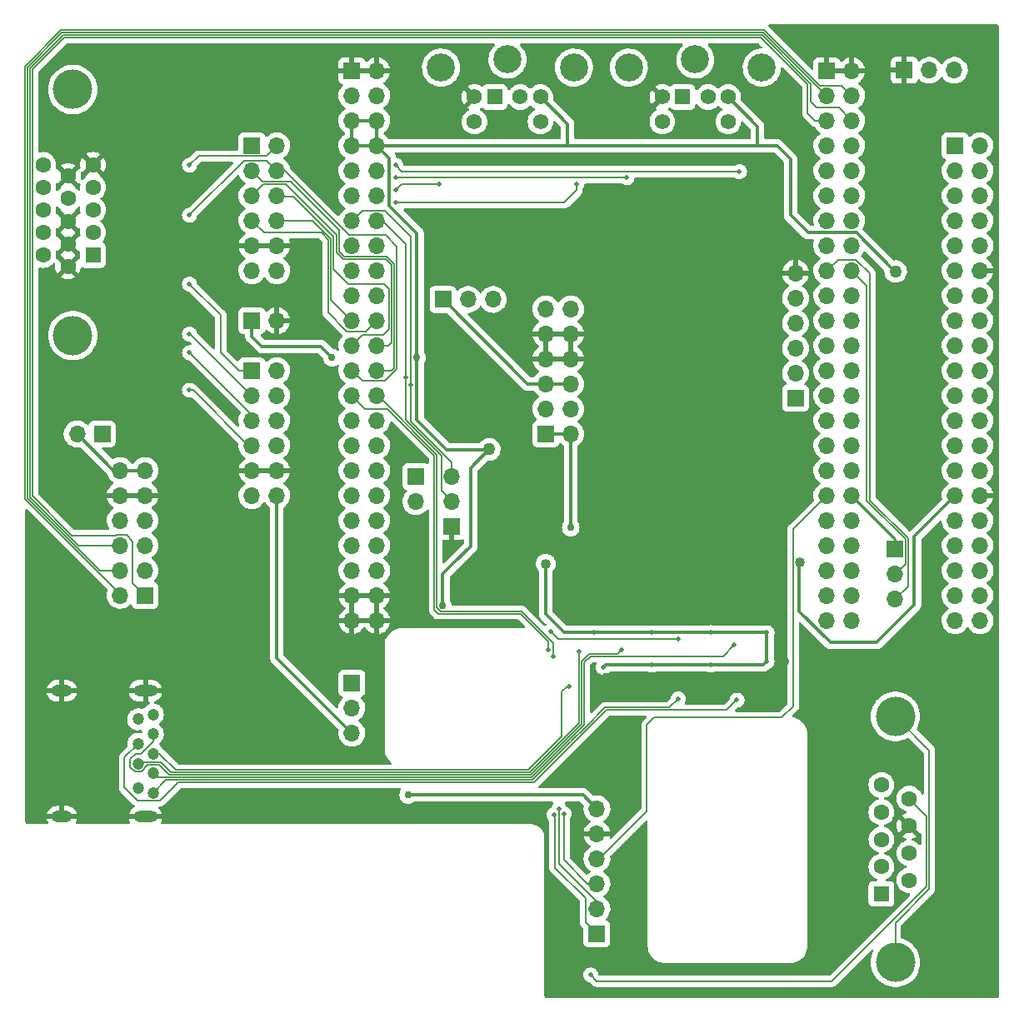
<source format=gbr>
%TF.GenerationSoftware,KiCad,Pcbnew,6.0.0-d3dd2cf0fa~116~ubuntu20.04.1*%
%TF.CreationDate,2022-03-13T21:12:49+01:00*%
%TF.ProjectId,arrow_deca_retro_cape,6172726f-775f-4646-9563-615f72657472,0.71*%
%TF.SameCoordinates,Original*%
%TF.FileFunction,Copper,L2,Bot*%
%TF.FilePolarity,Positive*%
%FSLAX46Y46*%
G04 Gerber Fmt 4.6, Leading zero omitted, Abs format (unit mm)*
G04 Created by KiCad (PCBNEW 6.0.0-d3dd2cf0fa~116~ubuntu20.04.1) date 2022-03-13 21:12:49*
%MOMM*%
%LPD*%
G01*
G04 APERTURE LIST*
%TA.AperFunction,ComponentPad*%
%ADD10R,1.700000X1.700000*%
%TD*%
%TA.AperFunction,ComponentPad*%
%ADD11O,1.700000X1.700000*%
%TD*%
%TA.AperFunction,ComponentPad*%
%ADD12C,4.000000*%
%TD*%
%TA.AperFunction,ComponentPad*%
%ADD13R,1.600000X1.600000*%
%TD*%
%TA.AperFunction,ComponentPad*%
%ADD14C,1.600000*%
%TD*%
%TA.AperFunction,ComponentPad*%
%ADD15C,1.200000*%
%TD*%
%TA.AperFunction,ComponentPad*%
%ADD16O,2.400000X1.200000*%
%TD*%
%TA.AperFunction,ComponentPad*%
%ADD17O,2.100000X1.200000*%
%TD*%
%TA.AperFunction,ComponentPad*%
%ADD18R,1.574800X1.574800*%
%TD*%
%TA.AperFunction,ComponentPad*%
%ADD19C,1.574800*%
%TD*%
%TA.AperFunction,ComponentPad*%
%ADD20C,2.844800*%
%TD*%
%TA.AperFunction,ViaPad*%
%ADD21C,1.016000*%
%TD*%
%TA.AperFunction,ViaPad*%
%ADD22C,0.762000*%
%TD*%
%TA.AperFunction,ViaPad*%
%ADD23C,1.270000*%
%TD*%
%TA.AperFunction,ViaPad*%
%ADD24C,0.508000*%
%TD*%
%TA.AperFunction,Conductor*%
%ADD25C,0.350000*%
%TD*%
%TA.AperFunction,Conductor*%
%ADD26C,0.127000*%
%TD*%
%TA.AperFunction,Conductor*%
%ADD27C,0.254000*%
%TD*%
G04 APERTURE END LIST*
D10*
%TO.P,J9,1,Pin_1*%
%TO.N,GND*%
X116825331Y-45645000D03*
D11*
%TO.P,J9,2,Pin_2*%
X119365331Y-45645000D03*
%TO.P,J9,3,Pin_3*%
%TO.N,+3.3VP*%
X116825331Y-48185000D03*
%TO.P,J9,4,Pin_4*%
X119365331Y-48185000D03*
%TO.P,J9,5,Pin_5*%
%TO.N,+5V*%
X116825331Y-50725000D03*
%TO.P,J9,6,Pin_6*%
X119365331Y-50725000D03*
%TO.P,J9,7,Pin_7*%
X116825331Y-53265000D03*
%TO.P,J9,8,Pin_8*%
X119365331Y-53265000D03*
%TO.P,J9,9,Pin_9*%
%TO.N,/PS2_MOUSE_DAT*%
X116825331Y-55805000D03*
%TO.P,J9,10,Pin_10*%
%TO.N,/PS2_MOUSE_CLK*%
X119365331Y-55805000D03*
%TO.P,J9,11,Pin_11*%
%TO.N,/PS2_KEYB_CLK*%
X116825331Y-58345000D03*
%TO.P,J9,12,Pin_12*%
%TO.N,/PS2_KEYB_DAT*%
X119365331Y-58345000D03*
%TO.P,J9,13,Pin_13*%
%TO.N,/VGA_VS*%
X116825331Y-60885000D03*
%TO.P,J9,14,Pin_14*%
%TO.N,/VGA_HS*%
X119365331Y-60885000D03*
%TO.P,J9,15,Pin_15*%
%TO.N,/VGA_B0*%
X116825331Y-63425000D03*
%TO.P,J9,16,Pin_16*%
%TO.N,/VGA_R0*%
X119365331Y-63425000D03*
%TO.P,J9,17,Pin_17*%
%TO.N,/VGA_G0*%
X116825331Y-65965000D03*
%TO.P,J9,18,Pin_18*%
%TO.N,/VGA_G3*%
X119365331Y-65965000D03*
%TO.P,J9,19,Pin_19*%
%TO.N,/VGA_G2*%
X116825331Y-68505000D03*
%TO.P,J9,20,Pin_20*%
%TO.N,/VGA_G1*%
X119365331Y-68505000D03*
%TO.P,J9,21,Pin_21*%
%TO.N,/VGA_B3*%
X116825331Y-71045000D03*
%TO.P,J9,22,Pin_22*%
%TO.N,/VGA_R3*%
X119365331Y-71045000D03*
%TO.P,J9,23,Pin_23*%
%TO.N,/VGA_B2*%
X116825331Y-73585000D03*
%TO.P,J9,24,Pin_24*%
%TO.N,/VGA_R2*%
X119365331Y-73585000D03*
%TO.P,J9,25,Pin_25*%
%TO.N,/VGA_B1*%
X116825331Y-76125000D03*
%TO.P,J9,26,Pin_26*%
%TO.N,/VGA_R1*%
X119365331Y-76125000D03*
%TO.P,J9,27,Pin_27*%
%TO.N,/DETO1*%
X116825331Y-78665000D03*
%TO.P,J9,28,Pin_28*%
%TO.N,/DETO2*%
X119365331Y-78665000D03*
%TO.P,J9,29,Pin_29*%
%TO.N,/SPI_DI (MISO)*%
X116825331Y-81205000D03*
%TO.P,J9,30,Pin_30*%
%TO.N,/SPI_DO (MOSI)*%
X119365331Y-81205000D03*
%TO.P,J9,31,Pin_31*%
%TO.N,/SPI_SCK*%
X116825331Y-83745000D03*
%TO.P,J9,32,Pin_32*%
%TO.N,+1V8*%
X119365331Y-83745000D03*
%TO.P,J9,33,Pin_33*%
%TO.N,/JOYX_SEL_O*%
X116825331Y-86285000D03*
%TO.P,J9,34,Pin_34*%
%TO.N,GNDA*%
X119365331Y-86285000D03*
%TO.P,J9,35,Pin_35*%
%TO.N,/JOY1_B2_P9*%
X116825331Y-88825000D03*
%TO.P,J9,36,Pin_36*%
%TO.N,/JOY1_B1_P6*%
X119365331Y-88825000D03*
%TO.P,J9,37,Pin_37*%
%TO.N,/JOY1_UP*%
X116825331Y-91365000D03*
%TO.P,J9,38,Pin_38*%
%TO.N,/JOY1_DOWN*%
X119365331Y-91365000D03*
%TO.P,J9,39,Pin_39*%
%TO.N,/JOY1_RIGHT*%
X116825331Y-93905000D03*
%TO.P,J9,40,Pin_40*%
%TO.N,/JOY1_LEFT*%
X119365331Y-93905000D03*
%TO.P,J9,41,Pin_41*%
%TO.N,/JOY_MUX_DETO3*%
X116825331Y-96445000D03*
%TO.P,J9,42,Pin_42*%
%TO.N,/SPI_CS_FPGA*%
X119365331Y-96445000D03*
%TO.P,J9,43,Pin_43*%
%TO.N,GND*%
X116825331Y-98985000D03*
%TO.P,J9,44,Pin_44*%
X119365331Y-98985000D03*
%TO.P,J9,45,Pin_45*%
X116825331Y-101525000D03*
%TO.P,J9,46,Pin_46*%
X119365331Y-101525000D03*
%TD*%
D10*
%TO.P,J8,1,Pin_1*%
%TO.N,GND*%
X165085331Y-45645000D03*
D11*
%TO.P,J8,2,Pin_2*%
X167625331Y-45645000D03*
%TO.P,J8,3,Pin_3*%
%TO.N,/UART_TXD*%
X165085331Y-48185000D03*
%TO.P,J8,4,Pin_4*%
%TO.N,/UART_RXD*%
X167625331Y-48185000D03*
%TO.P,J8,5,Pin_5*%
%TO.N,/SPI_CS_OSD*%
X165085331Y-50725000D03*
%TO.P,J8,6,Pin_6*%
%TO.N,/SPI_CS_IO*%
X167625331Y-50725000D03*
%TO.P,J8,7,Pin_7*%
%TO.N,/DQ0*%
X165085331Y-53265000D03*
%TO.P,J8,8,Pin_8*%
%TO.N,/DQ1*%
X167625331Y-53265000D03*
%TO.P,J8,9,Pin_9*%
%TO.N,/DQ2*%
X165085331Y-55805000D03*
%TO.P,J8,10,Pin_10*%
%TO.N,/DQ3*%
X167625331Y-55805000D03*
%TO.P,J8,11,Pin_11*%
%TO.N,/DQ4*%
X165085331Y-58345000D03*
%TO.P,J8,12,Pin_12*%
%TO.N,/DQ5*%
X167625331Y-58345000D03*
%TO.P,J8,13,Pin_13*%
%TO.N,/DQ6*%
X165085331Y-60885000D03*
%TO.P,J8,14,Pin_14*%
%TO.N,/DQ7*%
X167625331Y-60885000D03*
%TO.P,J8,15,Pin_15*%
%TO.N,/DQ14*%
X165085331Y-63425000D03*
%TO.P,J8,16,Pin_16*%
%TO.N,/DQ15*%
X167625331Y-63425000D03*
%TO.P,J8,17,Pin_17*%
%TO.N,/LDQM*%
X165085331Y-65965000D03*
%TO.P,J8,18,Pin_18*%
%TO.N,/UDQM*%
X167625331Y-65965000D03*
%TO.P,J8,19,Pin_19*%
%TO.N,/DQ13*%
X165085331Y-68505000D03*
%TO.P,J8,20,Pin_20*%
%TO.N,/DQ12*%
X167625331Y-68505000D03*
%TO.P,J8,21,Pin_21*%
%TO.N,/DQ11*%
X165085331Y-71045000D03*
%TO.P,J8,22,Pin_22*%
%TO.N,/DQ10*%
X167625331Y-71045000D03*
%TO.P,J8,23,Pin_23*%
%TO.N,/DQ9*%
X165085331Y-73585000D03*
%TO.P,J8,24,Pin_24*%
%TO.N,/DQ8*%
X167625331Y-73585000D03*
%TO.P,J8,25,Pin_25*%
%TO.N,/A12*%
X165085331Y-76125000D03*
%TO.P,J8,26,Pin_26*%
%TO.N,/CLK*%
X167625331Y-76125000D03*
%TO.P,J8,27,Pin_27*%
%TO.N,/A9*%
X165085331Y-78665000D03*
%TO.P,J8,28,Pin_28*%
%TO.N,/A11*%
X167625331Y-78665000D03*
%TO.P,J8,29,Pin_29*%
%TO.N,/A7*%
X165085331Y-81205000D03*
%TO.P,J8,30,Pin_30*%
%TO.N,/A8*%
X167625331Y-81205000D03*
%TO.P,J8,31,Pin_31*%
%TO.N,/A5*%
X165085331Y-83745000D03*
%TO.P,J8,32,Pin_32*%
%TO.N,/A6*%
X167625331Y-83745000D03*
%TO.P,J8,33,Pin_33*%
%TO.N,/nWE*%
X165085331Y-86285000D03*
%TO.P,J8,34,Pin_34*%
%TO.N,/A4*%
X167625331Y-86285000D03*
%TO.P,J8,35,Pin_35*%
%TO.N,/DETO4*%
X165085331Y-88825000D03*
%TO.P,J8,36,Pin_36*%
%TO.N,/CKE*%
X167625331Y-88825000D03*
%TO.P,J8,37,Pin_37*%
%TO.N,/nCAS*%
X165085331Y-91365000D03*
%TO.P,J8,38,Pin_38*%
%TO.N,/nRAS*%
X167625331Y-91365000D03*
%TO.P,J8,39,Pin_39*%
%TO.N,/nCS0*%
X165085331Y-93905000D03*
%TO.P,J8,40,Pin_40*%
%TO.N,/BA0*%
X167625331Y-93905000D03*
%TO.P,J8,41,Pin_41*%
%TO.N,/BA1*%
X165085331Y-96445000D03*
%TO.P,J8,42,Pin_42*%
%TO.N,/A10*%
X167625331Y-96445000D03*
%TO.P,J8,43,Pin_43*%
%TO.N,/A0*%
X165085331Y-98985000D03*
%TO.P,J8,44,Pin_44*%
%TO.N,/A1*%
X167625331Y-98985000D03*
%TO.P,J8,45,Pin_45*%
%TO.N,/A2*%
X165085331Y-101525000D03*
%TO.P,J8,46,Pin_46*%
%TO.N,/A3*%
X167625331Y-101525000D03*
%TD*%
D10*
%TO.P,JP2,1,Pin_1*%
%TO.N,+3.3VP*%
X126096331Y-68886000D03*
D11*
%TO.P,JP2,2,Pin_2*%
%TO.N,+3V3*%
X128636331Y-68886000D03*
%TO.P,JP2,3,Pin_3*%
%TO.N,/3V3_LDO*%
X131176331Y-68886000D03*
%TD*%
D10*
%TO.P,J20,1,Pin_1*%
%TO.N,/SPI_CS_OSD*%
X95808800Y-98958400D03*
D11*
%TO.P,J20,2,Pin_2*%
%TO.N,/SPI_DO (MOSI)*%
X95808800Y-96418400D03*
%TO.P,J20,3,Pin_3*%
%TO.N,/SPI_DI (MISO)*%
X95808800Y-93878400D03*
%TO.P,J20,4,Pin_4*%
%TO.N,/SPI_SCK*%
X95808800Y-91338400D03*
%TO.P,J20,5,Pin_5*%
%TO.N,GND*%
X95808800Y-88798400D03*
%TO.P,J20,6,Pin_6*%
%TO.N,/VH_PMOD*%
X95808800Y-86258400D03*
%TO.P,J20,7,Pin_7*%
%TO.N,/UART_RXD*%
X93268800Y-98958400D03*
%TO.P,J20,8,Pin_8*%
%TO.N,/UART_TXD*%
X93268800Y-96418400D03*
%TO.P,J20,9,Pin_9*%
%TO.N,/SPI_CS_IO*%
X93268800Y-93878400D03*
%TO.P,J20,10,Pin_10*%
%TO.N,/SPI_CS_FPGA*%
X93268800Y-91338400D03*
%TO.P,J20,11,Pin_11*%
%TO.N,GND*%
X93268800Y-88798400D03*
%TO.P,J20,12,Pin_12*%
%TO.N,/VH_PMOD*%
X93268800Y-86258400D03*
%TD*%
D12*
%TO.P,J1,0*%
%TO.N,N/C*%
X88475600Y-47548600D03*
X88475600Y-72548600D03*
D13*
%TO.P,J1,1*%
%TO.N,/VGAR*%
X90525600Y-64363600D03*
D14*
%TO.P,J1,2*%
%TO.N,/VGAG*%
X90525600Y-62073600D03*
%TO.P,J1,3*%
%TO.N,/VGAB*%
X90525600Y-59783600D03*
%TO.P,J1,4*%
%TO.N,unconnected-(J1-Pad4)*%
X90525600Y-57493600D03*
%TO.P,J1,5*%
%TO.N,GND*%
X90525600Y-55203600D03*
%TO.P,J1,6*%
X87985600Y-65508600D03*
%TO.P,J1,7*%
X87985600Y-63218600D03*
%TO.P,J1,8*%
X87985600Y-60928600D03*
%TO.P,J1,9*%
%TO.N,unconnected-(J1-Pad9)*%
X87985600Y-58638600D03*
%TO.P,J1,10*%
%TO.N,GND*%
X87985600Y-56348600D03*
%TO.P,J1,11*%
%TO.N,unconnected-(J1-Pad11)*%
X85445600Y-64363600D03*
%TO.P,J1,12*%
%TO.N,unconnected-(J1-Pad12)*%
X85445600Y-62073600D03*
%TO.P,J1,13*%
%TO.N,/VGAHS*%
X85445600Y-59783600D03*
%TO.P,J1,14*%
%TO.N,/VGAVS*%
X85445600Y-57493600D03*
%TO.P,J1,15*%
%TO.N,unconnected-(J1-Pad15)*%
X85445600Y-55203600D03*
%TD*%
D10*
%TO.P,J16,1,Pin_1*%
%TO.N,/DETO1*%
X141730331Y-133351200D03*
D11*
%TO.P,J16,2,Pin_2*%
%TO.N,/DETO2*%
X141730331Y-130811200D03*
%TO.P,J16,3,Pin_3*%
%TO.N,/JOY_MUX_DETO3*%
X141730331Y-128271200D03*
%TO.P,J16,4,Pin_4*%
%TO.N,/DETO4*%
X141730331Y-125731200D03*
%TO.P,J16,5,Pin_5*%
%TO.N,GND*%
X141730331Y-123191200D03*
%TO.P,J16,6,Pin_6*%
%TO.N,+3V3*%
X141730331Y-120651200D03*
%TD*%
D15*
%TO.P,J21,1,VBUS*%
%TO.N,+5V*%
X95108331Y-111558000D03*
%TO.P,J21,2,D-*%
%TO.N,/D-*%
X95108331Y-114058000D03*
%TO.P,J21,3,D+*%
%TO.N,/D+*%
X95108331Y-116058000D03*
%TO.P,J21,4,GND*%
%TO.N,GND*%
X95108331Y-118558000D03*
%TO.P,J21,5,SSRX-*%
%TO.N,/RX-*%
X96608331Y-119058000D03*
%TO.P,J21,6,SSRX+*%
%TO.N,/RX+*%
X96608331Y-117058000D03*
%TO.P,J21,7,DRAIN*%
%TO.N,/DRAIN*%
X96608331Y-115058000D03*
%TO.P,J21,8,SSTX-*%
%TO.N,/TX-*%
X96608331Y-113058000D03*
%TO.P,J21,9,SSTX+*%
%TO.N,/TX+*%
X96608331Y-111058000D03*
D16*
%TO.P,J21,10,SHIELD*%
%TO.N,GND*%
X95858331Y-121458000D03*
D17*
X87358331Y-121458000D03*
D16*
X95858331Y-108658000D03*
D17*
X87358331Y-108658000D03*
%TD*%
D10*
%TO.P,J10,1,Pin_1*%
%TO.N,+2V5*%
X136525000Y-82550000D03*
D11*
%TO.P,J10,2,Pin_2*%
X139065000Y-82550000D03*
%TO.P,J10,3,Pin_3*%
%TO.N,+5V*%
X136525000Y-80010000D03*
%TO.P,J10,4,Pin_4*%
X139065000Y-80010000D03*
%TO.P,J10,5,Pin_5*%
%TO.N,+3.3VP*%
X136525000Y-77470000D03*
%TO.P,J10,6,Pin_6*%
X139065000Y-77470000D03*
%TO.P,J10,7,Pin_7*%
%TO.N,GND*%
X136525000Y-74930000D03*
%TO.P,J10,8,Pin_8*%
X139065000Y-74930000D03*
%TO.P,J10,9,Pin_9*%
X136525000Y-72390000D03*
%TO.P,J10,10,Pin_10*%
X139065000Y-72390000D03*
%TO.P,J10,11,Pin_11*%
%TO.N,/3V3_LDO*%
X136525000Y-69850000D03*
%TO.P,J10,12,Pin_12*%
X139065000Y-69850000D03*
%TD*%
D10*
%TO.P,J11,1,Pin_1*%
%TO.N,/VGA_R0*%
X106665331Y-53265000D03*
D11*
%TO.P,J11,2,Pin_2*%
%TO.N,/VGA_R1*%
X106665331Y-55805000D03*
%TO.P,J11,3,Pin_3*%
%TO.N,/VGA_R2*%
X106665331Y-58345000D03*
%TO.P,J11,4,Pin_4*%
%TO.N,/VGA_R3*%
X106665331Y-60885000D03*
%TO.P,J11,5,Pin_5*%
%TO.N,GND*%
X106665331Y-63425000D03*
%TO.P,J11,6,Pin_6*%
%TO.N,+3V3*%
X106665331Y-65965000D03*
%TO.P,J11,7,Pin_7*%
%TO.N,/VGA_B0*%
X109205331Y-53265000D03*
%TO.P,J11,8,Pin_8*%
%TO.N,/VGA_B1*%
X109205331Y-55805000D03*
%TO.P,J11,9,Pin_9*%
%TO.N,/VGA_B2*%
X109205331Y-58345000D03*
%TO.P,J11,10,Pin_10*%
%TO.N,/VGA_B3*%
X109205331Y-60885000D03*
%TO.P,J11,11,Pin_11*%
%TO.N,GND*%
X109205331Y-63425000D03*
%TO.P,J11,12,Pin_12*%
%TO.N,+3V3*%
X109205331Y-65965000D03*
%TD*%
D18*
%TO.P,J5,1,1*%
%TO.N,Net-(D1-Pad3)*%
X131344531Y-48312000D03*
D19*
%TO.P,J5,2,2*%
%TO.N,unconnected-(J5-Pad2)*%
X133935331Y-48312000D03*
%TO.P,J5,3,3*%
%TO.N,GND*%
X129287131Y-48312000D03*
%TO.P,J5,4,4*%
%TO.N,+5V*%
X135992731Y-48312000D03*
%TO.P,J5,5,5*%
%TO.N,Net-(D2-Pad3)*%
X129287131Y-50801200D03*
%TO.P,J5,6,6*%
%TO.N,unconnected-(J5-Pad6)*%
X135992731Y-50801200D03*
D20*
%TO.P,J5,7*%
%TO.N,N/C*%
X125883531Y-45314800D03*
%TO.P,J5,8*%
X132639931Y-44502000D03*
%TO.P,J5,9*%
X139396331Y-45314800D03*
%TD*%
D10*
%TO.P,J14,1,Pin_1*%
%TO.N,+1V8*%
X123340331Y-86889200D03*
D11*
%TO.P,J14,2,Pin_2*%
%TO.N,GNDA*%
X123340331Y-89429200D03*
%TD*%
D18*
%TO.P,J19,1,1*%
%TO.N,Net-(D3-Pad3)*%
X150429531Y-48312000D03*
D19*
%TO.P,J19,2,2*%
%TO.N,unconnected-(J19-Pad2)*%
X153020331Y-48312000D03*
%TO.P,J19,3,3*%
%TO.N,GND*%
X148372131Y-48312000D03*
%TO.P,J19,4,4*%
%TO.N,+5V*%
X155077731Y-48312000D03*
%TO.P,J19,5,5*%
%TO.N,Net-(D4-Pad3)*%
X148372131Y-50801200D03*
%TO.P,J19,6,6*%
%TO.N,unconnected-(J19-Pad6)*%
X155077731Y-50801200D03*
D20*
%TO.P,J19,7*%
%TO.N,N/C*%
X144968531Y-45314800D03*
%TO.P,J19,8*%
X151724931Y-44502000D03*
%TO.P,J19,9*%
X158481331Y-45314800D03*
%TD*%
D10*
%TO.P,J15,1,Pin_1*%
%TO.N,GND*%
X172972331Y-45594200D03*
D11*
%TO.P,J15,2,Pin_2*%
%TO.N,/UART_RXD*%
X175512331Y-45594200D03*
%TO.P,J15,3,Pin_3*%
%TO.N,/UART_TXD*%
X178052331Y-45594200D03*
%TD*%
D12*
%TO.P,J4,0,PAD*%
%TO.N,/MUX*%
X172059669Y-136260000D03*
X172059669Y-111260000D03*
D13*
%TO.P,J4,1,1*%
%TO.N,/D-*%
X170639669Y-129300000D03*
D14*
%TO.P,J4,2,2*%
%TO.N,/D+*%
X170639669Y-126530000D03*
%TO.P,J4,3,3*%
%TO.N,/RX-*%
X170639669Y-123760000D03*
%TO.P,J4,4,4*%
%TO.N,/DRAIN*%
X170639669Y-120990000D03*
%TO.P,J4,5,5*%
%TO.N,+5V*%
X170639669Y-118220000D03*
%TO.P,J4,6,6*%
%TO.N,/TX-*%
X173479669Y-127915000D03*
%TO.P,J4,7,7*%
%TO.N,/RX+*%
X173479669Y-125145000D03*
%TO.P,J4,8,8*%
%TO.N,GND*%
X173479669Y-122375000D03*
%TO.P,J4,9,9*%
%TO.N,/TX+*%
X173479669Y-119605000D03*
%TD*%
D10*
%TO.P,J18,1,Pin_1*%
%TO.N,GND*%
X126998331Y-91934200D03*
D11*
%TO.P,J18,2,Pin_2*%
%TO.N,/VGA_HS*%
X126998331Y-89394200D03*
%TO.P,J18,3,Pin_3*%
%TO.N,/VGA_VS*%
X126998331Y-86854200D03*
%TD*%
D10*
%TO.P,J17,1,Pin_1*%
%TO.N,+5V*%
X106665331Y-71045000D03*
D11*
%TO.P,J17,2,Pin_2*%
%TO.N,GND*%
X109205331Y-71045000D03*
%TD*%
D10*
%TO.P,J22,1,Pin_1*%
%TO.N,Net-(D5-Pad3)*%
X116825331Y-107875000D03*
D11*
%TO.P,J22,2,Pin_2*%
%TO.N,/TX+*%
X116825331Y-110415000D03*
%TO.P,J22,3,Pin_3*%
%TO.N,+3V3*%
X116825331Y-112955000D03*
%TD*%
D10*
%TO.P,J12,1,Pin_1*%
%TO.N,/VGA_G0*%
X106665331Y-76125000D03*
D11*
%TO.P,J12,2,Pin_2*%
%TO.N,/VGA_G1*%
X106665331Y-78665000D03*
%TO.P,J12,3,Pin_3*%
%TO.N,/VGA_G2*%
X106665331Y-81205000D03*
%TO.P,J12,4,Pin_4*%
%TO.N,/VGA_G3*%
X106665331Y-83745000D03*
%TO.P,J12,5,Pin_5*%
%TO.N,GND*%
X106665331Y-86285000D03*
%TO.P,J12,6,Pin_6*%
%TO.N,+3V3*%
X106665331Y-88825000D03*
%TO.P,J12,7,Pin_7*%
%TO.N,/VGA_HS*%
X109205331Y-76125000D03*
%TO.P,J12,8,Pin_8*%
%TO.N,/VGA_VS*%
X109205331Y-78665000D03*
%TO.P,J12,9,Pin_9*%
%TO.N,/DETO1*%
X109205331Y-81205000D03*
%TO.P,J12,10,Pin_10*%
%TO.N,/DETO2*%
X109205331Y-83745000D03*
%TO.P,J12,11,Pin_11*%
%TO.N,GND*%
X109205331Y-86285000D03*
%TO.P,J12,12,Pin_12*%
%TO.N,+3V3*%
X109205331Y-88825000D03*
%TD*%
D10*
%TO.P,JP1,1,Pin_1*%
%TO.N,+3V3*%
X91445000Y-82550000D03*
D11*
%TO.P,JP1,2,Pin_2*%
%TO.N,/VH_PMOD*%
X88905000Y-82550000D03*
%TD*%
D10*
%TO.P,J3,1,Pin_1*%
%TO.N,unconnected-(J3-Pad1)*%
X161910331Y-78919000D03*
D11*
%TO.P,J3,2,Pin_2*%
%TO.N,/TDI*%
X161910331Y-76379000D03*
%TO.P,J3,3,Pin_3*%
%TO.N,/TMS*%
X161910331Y-73839000D03*
%TO.P,J3,4,Pin_4*%
%TO.N,/TDO*%
X161910331Y-71299000D03*
%TO.P,J3,5,Pin_5*%
%TO.N,/TCK*%
X161910331Y-68759000D03*
%TO.P,J3,6,Pin_6*%
%TO.N,GND*%
X161910331Y-66219000D03*
%TD*%
D10*
%TO.P,J7,1,Pin_1*%
%TO.N,/CKE*%
X172028516Y-94285000D03*
D11*
%TO.P,J7,2,Pin_2*%
%TO.N,/UDQM*%
X172028516Y-96825000D03*
%TO.P,J7,3,Pin_3*%
%TO.N,/LDQM*%
X172028516Y-99365000D03*
%TD*%
D10*
%TO.P,J6,1,Pin_1*%
%TO.N,/DQ0*%
X178123516Y-53265000D03*
D11*
%TO.P,J6,2,Pin_2*%
%TO.N,/DQ1*%
X180663516Y-53265000D03*
%TO.P,J6,3,Pin_3*%
%TO.N,/DQ2*%
X178123516Y-55805000D03*
%TO.P,J6,4,Pin_4*%
%TO.N,/DQ3*%
X180663516Y-55805000D03*
%TO.P,J6,5,Pin_5*%
%TO.N,/DQ4*%
X178123516Y-58345000D03*
%TO.P,J6,6,Pin_6*%
%TO.N,/DQ5*%
X180663516Y-58345000D03*
%TO.P,J6,7,Pin_7*%
%TO.N,/DQ6*%
X178123516Y-60885000D03*
%TO.P,J6,8,Pin_8*%
%TO.N,/DQ7*%
X180663516Y-60885000D03*
%TO.P,J6,9,Pin_9*%
%TO.N,/DQ14*%
X178123516Y-63425000D03*
%TO.P,J6,10,Pin_10*%
%TO.N,/DQ15*%
X180663516Y-63425000D03*
%TO.P,J6,11,Pin_11*%
%TO.N,+5V*%
X178123516Y-65965000D03*
%TO.P,J6,12,Pin_12*%
%TO.N,GND*%
X180663516Y-65965000D03*
%TO.P,J6,13,Pin_13*%
%TO.N,/DQ13*%
X178123516Y-68505000D03*
%TO.P,J6,14,Pin_14*%
%TO.N,/DQ12*%
X180663516Y-68505000D03*
%TO.P,J6,15,Pin_15*%
%TO.N,/DQ11*%
X178123516Y-71045000D03*
%TO.P,J6,16,Pin_16*%
%TO.N,/DQ10*%
X180663516Y-71045000D03*
%TO.P,J6,17,Pin_17*%
%TO.N,/DQ9*%
X178123516Y-73585000D03*
%TO.P,J6,18,Pin_18*%
%TO.N,/DQ8*%
X180663516Y-73585000D03*
%TO.P,J6,19,Pin_19*%
%TO.N,/A12*%
X178123516Y-76125000D03*
%TO.P,J6,20,Pin_20*%
%TO.N,/CLK*%
X180663516Y-76125000D03*
%TO.P,J6,21,Pin_21*%
%TO.N,/A9*%
X178123516Y-78665000D03*
%TO.P,J6,22,Pin_22*%
%TO.N,/A11*%
X180663516Y-78665000D03*
%TO.P,J6,23,Pin_23*%
%TO.N,/A7*%
X178123516Y-81205000D03*
%TO.P,J6,24,Pin_24*%
%TO.N,/A8*%
X180663516Y-81205000D03*
%TO.P,J6,25,Pin_25*%
%TO.N,/A5*%
X178123516Y-83745000D03*
%TO.P,J6,26,Pin_26*%
%TO.N,/A6*%
X180663516Y-83745000D03*
%TO.P,J6,27,Pin_27*%
%TO.N,/nWE*%
X178123516Y-86285000D03*
%TO.P,J6,28,Pin_28*%
%TO.N,/A4*%
X180663516Y-86285000D03*
%TO.P,J6,29,Pin_29*%
%TO.N,+3V3*%
X178123516Y-88825000D03*
%TO.P,J6,30,Pin_30*%
%TO.N,GND*%
X180663516Y-88825000D03*
%TO.P,J6,31,Pin_31*%
%TO.N,/nCAS*%
X178123516Y-91365000D03*
%TO.P,J6,32,Pin_32*%
%TO.N,/nRAS*%
X180663516Y-91365000D03*
%TO.P,J6,33,Pin_33*%
%TO.N,/nCS0*%
X178123516Y-93905000D03*
%TO.P,J6,34,Pin_34*%
%TO.N,/BA0*%
X180663516Y-93905000D03*
%TO.P,J6,35,Pin_35*%
%TO.N,/BA1*%
X178123516Y-96445000D03*
%TO.P,J6,36,Pin_36*%
%TO.N,/A10*%
X180663516Y-96445000D03*
%TO.P,J6,37,Pin_37*%
%TO.N,/A0*%
X178123516Y-98985000D03*
%TO.P,J6,38,Pin_38*%
%TO.N,/A1*%
X180663516Y-98985000D03*
%TO.P,J6,39,Pin_39*%
%TO.N,/A2*%
X178123516Y-101525000D03*
%TO.P,J6,40,Pin_40*%
%TO.N,/A3*%
X180663516Y-101525000D03*
%TD*%
D21*
%TO.N,GND*%
X154940000Y-96774000D03*
%TO.N,+3V3*%
X162369000Y-95631000D03*
D22*
%TO.N,+5V*%
X123444000Y-74803000D03*
X114808000Y-74803000D03*
D21*
%TO.N,GND*%
X130810000Y-92329000D03*
D23*
X142240000Y-48895000D03*
D22*
X160909000Y-105664000D03*
X142621000Y-107188000D03*
D21*
X142875000Y-96774000D03*
D22*
%TO.N,+5V*%
X126068243Y-99991757D03*
D23*
X172085000Y-66040000D03*
X130795331Y-84126000D03*
D22*
%TO.N,+3V3*%
X122555000Y-119253000D03*
D24*
%TO.N,/PS2_KEYB_DAT*%
X139700000Y-57150000D03*
X121285000Y-59055000D03*
%TO.N,/VGA_VS*%
X122809000Y-77597000D03*
%TO.N,/VGA_HS*%
X122301000Y-76835000D03*
%TO.N,/VGA_B0*%
X100330000Y-55245000D03*
%TO.N,/VGA_G0*%
X100330000Y-67310000D03*
%TO.N,/VGA_G3*%
X100330000Y-78105000D03*
%TO.N,/VGA_G2*%
X100330000Y-74295000D03*
%TO.N,/VGA_G1*%
X100330000Y-72390000D03*
%TO.N,/VGA_B1*%
X100330000Y-60325000D03*
%TO.N,/DETO1*%
X137363200Y-121259600D03*
X136779000Y-104521000D03*
%TO.N,/DETO2*%
X137896600Y-120624600D03*
X137287000Y-105156000D03*
%TO.N,/PS2_KEYB_CLK*%
X121285000Y-57785000D03*
X125730000Y-57150000D03*
%TO.N,/PS2_MOUSE_DAT*%
X121285000Y-55245000D03*
X156210000Y-55880000D03*
%TO.N,/PS2_MOUSE_CLK*%
X121285000Y-56515000D03*
X144780000Y-56515000D03*
%TO.N,+2V5*%
X159004000Y-105664000D03*
X141478000Y-102743000D03*
D22*
X139065000Y-92075000D03*
D24*
X159004000Y-102743000D03*
D21*
X136523331Y-95759200D03*
D24*
X147320000Y-106045000D03*
X142367000Y-106299000D03*
X153289000Y-102743000D03*
X153289000Y-106045000D03*
X147320000Y-102743000D03*
%TO.N,/D+*%
X139954000Y-104648000D03*
%TO.N,Net-(D5-Pad3)*%
X137033000Y-102616000D03*
X149987000Y-103378000D03*
%TO.N,/DRAIN*%
X138938000Y-108204000D03*
%TO.N,/TX-*%
X144272000Y-104457520D03*
%TO.N,/RX-*%
X149987000Y-109474000D03*
%TO.N,/D-*%
X155956000Y-109601000D03*
%TO.N,/RX+*%
X155702000Y-104013000D03*
%TO.N,/JOY_MUX_DETO3*%
X138379200Y-121158000D03*
%TO.N,/TX+*%
X141097000Y-137541000D03*
%TD*%
D25*
%TO.N,+3V3*%
X162369000Y-95631000D02*
X162306000Y-95694000D01*
X173990000Y-92964000D02*
X178123516Y-88830484D01*
X162306000Y-95694000D02*
X162306000Y-100584000D01*
X162306000Y-100584000D02*
X165481000Y-103759000D01*
X165481000Y-103759000D02*
X170180000Y-103759000D01*
X170180000Y-103759000D02*
X173990000Y-99949000D01*
X173990000Y-99949000D02*
X173990000Y-92964000D01*
X178123516Y-88830484D02*
X178123516Y-88825000D01*
D26*
%TO.N,/DETO4*%
X141730331Y-125731200D02*
X141984800Y-125731200D01*
X141984800Y-125731200D02*
X146812000Y-120904000D01*
X146812000Y-120904000D02*
X146812000Y-112141000D01*
X146812000Y-112141000D02*
X147574000Y-111379000D01*
X147574000Y-111379000D02*
X160528000Y-111379000D01*
X160528000Y-111379000D02*
X161671000Y-110236000D01*
X161671000Y-110236000D02*
X161671000Y-92239331D01*
X161671000Y-92239331D02*
X165085331Y-88825000D01*
%TO.N,/MUX*%
X172059669Y-136260000D02*
X172059669Y-132232331D01*
X172059669Y-132232331D02*
X175514000Y-128778000D01*
X175514000Y-128778000D02*
X175514000Y-114714331D01*
X175514000Y-114714331D02*
X172059669Y-111260000D01*
D25*
%TO.N,+3V3*%
X122555000Y-119253000D02*
X140332131Y-119253000D01*
X140332131Y-119253000D02*
X141730331Y-120651200D01*
D26*
%TO.N,/DETO1*%
X137363200Y-121259600D02*
X137464800Y-121361200D01*
X137464800Y-126644400D02*
X140563600Y-129743200D01*
X137464800Y-121361200D02*
X137464800Y-126644400D01*
X140563600Y-129743200D02*
X140563600Y-132184469D01*
X140563600Y-132184469D02*
X141730331Y-133351200D01*
%TO.N,/JOY_MUX_DETO3*%
X138379200Y-121158000D02*
X138379200Y-125857000D01*
X140793400Y-128271200D02*
X141730331Y-128271200D01*
X138379200Y-125857000D02*
X140793400Y-128271200D01*
%TO.N,/DETO2*%
X137896600Y-120624600D02*
X137896600Y-126238000D01*
X137896600Y-126238000D02*
X141730331Y-130071731D01*
X141730331Y-130071731D02*
X141730331Y-130811200D01*
D25*
%TO.N,+5V*%
X123444000Y-74803000D02*
X123444000Y-81150326D01*
X123444000Y-81150326D02*
X126463674Y-84170000D01*
X126463674Y-84170000D02*
X130751331Y-84170000D01*
X130751331Y-84170000D02*
X130795331Y-84126000D01*
X119365331Y-53265000D02*
X138759000Y-53265000D01*
X138759000Y-53265000D02*
X158063000Y-53265000D01*
X135992731Y-48312000D02*
X138759000Y-51078269D01*
X138759000Y-51078269D02*
X138759000Y-53265000D01*
X158063000Y-53265000D02*
X160030731Y-53265000D01*
X158063000Y-51297269D02*
X158063000Y-53265000D01*
X155077731Y-48312000D02*
X158063000Y-51297269D01*
X160030731Y-53265000D02*
X161417000Y-54651269D01*
X123444000Y-74803000D02*
X123444000Y-62128400D01*
X123444000Y-62128400D02*
X120650000Y-59334400D01*
X120650000Y-59334400D02*
X120650000Y-54549669D01*
X120650000Y-54549669D02*
X119365331Y-53265000D01*
X114808000Y-74803000D02*
X113665000Y-73660000D01*
X113665000Y-73660000D02*
X107696000Y-73660000D01*
X106665331Y-72629331D02*
X106665331Y-71045000D01*
X107696000Y-73660000D02*
X106665331Y-72629331D01*
X119365331Y-50725000D02*
X116825331Y-50725000D01*
X128905000Y-86016331D02*
X128905000Y-93980000D01*
X163195000Y-62103000D02*
X168071800Y-62103000D01*
X119365331Y-53265000D02*
X119365331Y-50725000D01*
X161417000Y-54651269D02*
X161417000Y-60325000D01*
X168071800Y-62103000D02*
X171933800Y-65965000D01*
X116825331Y-50725000D02*
X116825331Y-53265000D01*
X128905000Y-93980000D02*
X127254000Y-95631000D01*
X126068243Y-96816757D02*
X126068243Y-99991757D01*
X127254000Y-95631000D02*
X126068243Y-96816757D01*
X116825331Y-53265000D02*
X119365331Y-53265000D01*
X130795331Y-84126000D02*
X128905000Y-86016331D01*
X161417000Y-60325000D02*
X163195000Y-62103000D01*
%TO.N,+3V3*%
X109205331Y-105335000D02*
X116825331Y-112955000D01*
X109205331Y-88825000D02*
X109205331Y-105335000D01*
D26*
%TO.N,/UDQM*%
X169145331Y-89321793D02*
X173068527Y-93244989D01*
X169145331Y-67485000D02*
X169145331Y-89321793D01*
X173068527Y-93244989D02*
X173068527Y-95784989D01*
X167625331Y-65965000D02*
X169145331Y-67485000D01*
X173068527Y-95784989D02*
X172028516Y-96825000D01*
%TO.N,/LDQM*%
X166220331Y-64830000D02*
X168065331Y-64830000D01*
X173322047Y-93139978D02*
X173322047Y-98071469D01*
X169495331Y-89313261D02*
X173322047Y-93139978D01*
X168065331Y-64830000D02*
X169495331Y-66260000D01*
X173322047Y-98071469D02*
X172028516Y-99365000D01*
X165085331Y-65965000D02*
X166220331Y-64830000D01*
X169495331Y-66260000D02*
X169495331Y-89313261D01*
%TO.N,/PS2_KEYB_DAT*%
X138430000Y-59055000D02*
X139700000Y-57785000D01*
X139700000Y-57785000D02*
X139700000Y-57150000D01*
X121285000Y-59055000D02*
X138430000Y-59055000D01*
D25*
%TO.N,+3.3VP*%
X126096331Y-68886000D02*
X134680331Y-77470000D01*
X136525000Y-77470000D02*
X139065000Y-77470000D01*
X134680331Y-77470000D02*
X136525000Y-77470000D01*
D27*
%TO.N,/CKE*%
X167625331Y-88825000D02*
X172028516Y-93228185D01*
X172028516Y-93228185D02*
X172028516Y-94285000D01*
D26*
%TO.N,/UART_TXD*%
X87376000Y-41783000D02*
X83870320Y-45288680D01*
X83870320Y-89077320D02*
X91238000Y-96445000D01*
X83870320Y-45288680D02*
X83870320Y-89077320D01*
X158623000Y-41783000D02*
X87376000Y-41783000D01*
X165025000Y-48185000D02*
X158623000Y-41783000D01*
X91238000Y-96445000D02*
X93506331Y-96445000D01*
X165085331Y-48185000D02*
X165025000Y-48185000D01*
%TO.N,/UART_RXD*%
X83616800Y-89182332D02*
X93419468Y-98985000D01*
X167625331Y-48185000D02*
X166585320Y-47144989D01*
X158728011Y-41529480D02*
X87270989Y-41529480D01*
X87270989Y-41529480D02*
X83616800Y-45183669D01*
X166585320Y-47144989D02*
X164343521Y-47144989D01*
X164343521Y-47144989D02*
X158728011Y-41529480D01*
X83616800Y-45183669D02*
X83616800Y-89182332D01*
%TO.N,/SPI_CS_OSD*%
X93910519Y-92838389D02*
X94538800Y-93466670D01*
X87586024Y-42290040D02*
X84377360Y-45498704D01*
X92838012Y-92838389D02*
X93910519Y-92838389D01*
X92811412Y-92864989D02*
X92838012Y-92838389D01*
X165085331Y-50725000D02*
X163883250Y-50725000D01*
X94538800Y-93466670D02*
X94538800Y-97688400D01*
X163153968Y-49995718D02*
X163153968Y-47031032D01*
X163153968Y-47031032D02*
X158412976Y-42290040D01*
X163883250Y-50725000D02*
X163153968Y-49995718D01*
X84377360Y-88867296D02*
X88375053Y-92864989D01*
X158412976Y-42290040D02*
X87586024Y-42290040D01*
X94538800Y-97688400D02*
X95808800Y-98958400D01*
X84377360Y-45498704D02*
X84377360Y-88867296D01*
X88375053Y-92864989D02*
X92811412Y-92864989D01*
%TO.N,/SPI_CS_IO*%
X87481012Y-42036520D02*
X84123840Y-45393692D01*
X166303331Y-49403000D02*
X164084000Y-49403000D01*
X164084000Y-49403000D02*
X163449000Y-48768000D01*
X84123840Y-45393692D02*
X84123840Y-88972308D01*
X163449000Y-48768000D02*
X163449000Y-46967532D01*
X167625331Y-50725000D02*
X166303331Y-49403000D01*
X89056532Y-93905000D02*
X93506331Y-93905000D01*
X84123840Y-88972308D02*
X89056532Y-93905000D01*
X158517988Y-42036520D02*
X87481012Y-42036520D01*
X163449000Y-46967532D02*
X158517988Y-42036520D01*
%TO.N,/VGA_VS*%
X120167120Y-59844989D02*
X117865342Y-59844989D01*
X122809000Y-62486869D02*
X120167120Y-59844989D01*
X126998331Y-85472200D02*
X122809000Y-81282869D01*
X126998331Y-86854200D02*
X126998331Y-85472200D01*
X117865342Y-59844989D02*
X116825331Y-60885000D01*
X122809000Y-81282869D02*
X122809000Y-62486869D01*
%TO.N,/VGA_HS*%
X119365331Y-60885000D02*
X119937131Y-60885000D01*
X122301000Y-76835000D02*
X122301000Y-76454000D01*
X125958320Y-84790721D02*
X125958320Y-88354189D01*
X122301000Y-76454000D02*
X122301000Y-81133401D01*
X119937131Y-60885000D02*
X122301000Y-63248869D01*
X122301000Y-81133401D02*
X125958320Y-84790721D01*
X122301000Y-63248869D02*
X122301000Y-76454000D01*
X125958320Y-88354189D02*
X126998331Y-89394200D01*
%TO.N,/VGA_B0*%
X101269989Y-54305011D02*
X108165320Y-54305011D01*
X100330000Y-55245000D02*
X101269989Y-54305011D01*
X108165320Y-54305011D02*
X109205331Y-53265000D01*
%TO.N,/VGA_G0*%
X100330000Y-67310000D02*
X103505000Y-70485000D01*
X105335000Y-76125000D02*
X106665331Y-76125000D01*
X103505000Y-74295000D02*
X105335000Y-76125000D01*
X103505000Y-70485000D02*
X103505000Y-74295000D01*
%TO.N,/VGA_G3*%
X100330000Y-78105000D02*
X100677666Y-78105000D01*
X106317666Y-83745000D02*
X106665331Y-83745000D01*
X100677666Y-78105000D02*
X106317666Y-83745000D01*
%TO.N,/VGA_G2*%
X106665331Y-80630331D02*
X106665331Y-81205000D01*
X100330000Y-74295000D02*
X106665331Y-80630331D01*
%TO.N,/VGA_G1*%
X100390331Y-72390000D02*
X106665331Y-78665000D01*
X100330000Y-72390000D02*
X100390331Y-72390000D01*
%TO.N,/VGA_B3*%
X112853400Y-60885000D02*
X114681480Y-62713080D01*
X114681480Y-68901149D02*
X116825331Y-71045000D01*
X109205331Y-60885000D02*
X112853400Y-60885000D01*
X114681480Y-62713080D02*
X114681480Y-68901149D01*
%TO.N,/VGA_R3*%
X118274331Y-72136000D02*
X119365331Y-71045000D01*
X113712868Y-62103000D02*
X114427960Y-62818092D01*
X116332000Y-72136000D02*
X118274331Y-72136000D01*
X114427960Y-70231960D02*
X116332000Y-72136000D01*
X114427960Y-62818092D02*
X114427960Y-70231960D01*
X106665331Y-60885000D02*
X107883331Y-62103000D01*
X107883331Y-62103000D02*
X113712868Y-62103000D01*
%TO.N,/VGA_B2*%
X120650000Y-67818000D02*
X120650000Y-71882000D01*
X114935000Y-62458600D02*
X114935000Y-65786000D01*
X109205331Y-58345000D02*
X109280331Y-58420000D01*
X109280331Y-58420000D02*
X110896400Y-58420000D01*
X116459000Y-67310000D02*
X120142000Y-67310000D01*
X117893331Y-72517000D02*
X116825331Y-73585000D01*
X110896400Y-58420000D02*
X114935000Y-62458600D01*
X120015000Y-72517000D02*
X117893331Y-72517000D01*
X120650000Y-71882000D02*
X120015000Y-72517000D01*
X114935000Y-65786000D02*
X116459000Y-67310000D01*
X120142000Y-67310000D02*
X120650000Y-67818000D01*
%TO.N,/VGA_R2*%
X120567412Y-73585000D02*
X120904960Y-73247452D01*
X120290988Y-64769520D02*
X115972989Y-64769520D01*
X107860811Y-57149520D02*
X106665331Y-58345000D01*
X115316480Y-64113011D02*
X115316480Y-62312544D01*
X115316480Y-62312544D02*
X110153456Y-57149520D01*
X110153456Y-57149520D02*
X107860811Y-57149520D01*
X119365331Y-73585000D02*
X120567412Y-73585000D01*
X120904960Y-73247452D02*
X120904960Y-65383492D01*
X115972989Y-64769520D02*
X115316480Y-64113011D01*
X120904960Y-65383492D02*
X120290988Y-64769520D01*
%TO.N,/VGA_B1*%
X120192989Y-77165011D02*
X117865342Y-77165011D01*
X116586000Y-62357000D02*
X120269000Y-62357000D01*
X121412000Y-75946000D02*
X120192989Y-77165011D01*
X100330000Y-60325000D02*
X105890011Y-54764989D01*
X109205331Y-55805000D02*
X109257331Y-55753000D01*
X108165320Y-54764989D02*
X109205331Y-55805000D01*
X117865342Y-77165011D02*
X116825331Y-76125000D01*
X105890011Y-54764989D02*
X108165320Y-54764989D01*
X109257331Y-55753000D02*
X109982000Y-55753000D01*
X120269000Y-62357000D02*
X121412000Y-63500000D01*
X121412000Y-63500000D02*
X121412000Y-75946000D01*
X109982000Y-55753000D02*
X116586000Y-62357000D01*
%TO.N,/VGA_R1*%
X110617000Y-56896000D02*
X107756331Y-56896000D01*
X120396000Y-64516000D02*
X116078000Y-64516000D01*
X107756331Y-56896000D02*
X106665331Y-55805000D01*
X115570000Y-64008000D02*
X115570000Y-61849000D01*
X115570000Y-61849000D02*
X110617000Y-56896000D01*
X121158480Y-65278480D02*
X120396000Y-64516000D01*
X116078000Y-64516000D02*
X115570000Y-64008000D01*
X121158480Y-75840988D02*
X121158480Y-65278480D01*
X120874468Y-76125000D02*
X121158480Y-75840988D01*
X119365331Y-76125000D02*
X120874468Y-76125000D01*
%TO.N,/DETO1*%
X133963288Y-100816288D02*
X125581288Y-100816288D01*
X125581288Y-100816288D02*
X125220331Y-100455331D01*
X125220331Y-100455331D02*
X125220331Y-84769796D01*
X136779000Y-103632000D02*
X133963288Y-100816288D01*
X120475535Y-80025000D02*
X118185331Y-80025000D01*
X136779000Y-104521000D02*
X136779000Y-103632000D01*
X125220331Y-84769796D02*
X120475535Y-80025000D01*
X118185331Y-80025000D02*
X116825331Y-78665000D01*
%TO.N,/DETO2*%
X125831721Y-100562768D02*
X125474331Y-100205378D01*
X125474331Y-100205378D02*
X125474331Y-84665264D01*
X137287000Y-105156000D02*
X137287000Y-103781468D01*
X134068300Y-100562768D02*
X125831721Y-100562768D01*
X137287000Y-103781468D02*
X134068300Y-100562768D01*
X119474067Y-78665000D02*
X119365331Y-78665000D01*
X125474331Y-84665264D02*
X119474067Y-78665000D01*
%TO.N,/PS2_KEYB_CLK*%
X121920000Y-57150000D02*
X121285000Y-57785000D01*
X125730000Y-57150000D02*
X121920000Y-57150000D01*
%TO.N,/PS2_MOUSE_DAT*%
X121920000Y-55880000D02*
X156210000Y-55880000D01*
X121285000Y-55245000D02*
X121920000Y-55880000D01*
%TO.N,/PS2_MOUSE_CLK*%
X121285000Y-56515000D02*
X144780000Y-56515000D01*
D25*
%TO.N,+2V5*%
X139065000Y-92075000D02*
X139065000Y-82550000D01*
X159004000Y-105664000D02*
X158623000Y-106045000D01*
X138430000Y-102743000D02*
X136523331Y-100836331D01*
X141478000Y-102743000D02*
X147320000Y-102743000D01*
X159004000Y-105664000D02*
X159004000Y-102743000D01*
X147320000Y-102743000D02*
X153289000Y-102743000D01*
X153289000Y-102743000D02*
X159004000Y-102743000D01*
X139065000Y-82550000D02*
X136525000Y-82550000D01*
X147320000Y-106045000D02*
X142621000Y-106045000D01*
X141478000Y-102743000D02*
X138430000Y-102743000D01*
X142621000Y-106045000D02*
X142367000Y-106299000D01*
X136523331Y-100836331D02*
X136523331Y-95759200D01*
X153289000Y-106045000D02*
X147320000Y-106045000D01*
X158623000Y-106045000D02*
X153289000Y-106045000D01*
D27*
%TO.N,/VH_PMOD*%
X93472000Y-86250669D02*
X93506331Y-86285000D01*
X93472000Y-86055200D02*
X93268800Y-86258400D01*
D25*
X88905000Y-82550000D02*
X92613400Y-86258400D01*
X96046331Y-86285000D02*
X93506331Y-86285000D01*
D27*
X92613400Y-86258400D02*
X93268800Y-86258400D01*
D26*
%TO.N,/D+*%
X134896468Y-116967000D02*
X98402532Y-116967000D01*
X139954000Y-111909468D02*
X134896468Y-116967000D01*
X95215331Y-115951000D02*
X95108331Y-116058000D01*
X98402532Y-116967000D02*
X97386531Y-115951000D01*
X139954000Y-104648000D02*
X139954000Y-111909468D01*
X97386531Y-115951000D02*
X95215331Y-115951000D01*
%TO.N,Net-(D5-Pad3)*%
X149987000Y-103378000D02*
X137795000Y-103378000D01*
X137795000Y-103378000D02*
X137033000Y-102616000D01*
%TO.N,/DRAIN*%
X138176000Y-108762800D02*
X138734800Y-108204000D01*
X134791456Y-116713480D02*
X138176000Y-113328936D01*
X138176000Y-113328936D02*
X138176000Y-108762800D01*
X97278000Y-115058000D02*
X98933480Y-116713480D01*
X96608331Y-115058000D02*
X97278000Y-115058000D01*
X98933480Y-116713480D02*
X134791456Y-116713480D01*
X138734800Y-108204000D02*
X138938000Y-108204000D01*
%TO.N,/TX-*%
X97281520Y-116204520D02*
X98297520Y-117220520D01*
X140207520Y-105664480D02*
X140970000Y-104902000D01*
X95435565Y-116848011D02*
X96079056Y-116204520D01*
X143827520Y-104902000D02*
X144272000Y-104457520D01*
X96079056Y-116204520D02*
X97281520Y-116204520D01*
X94318320Y-116385234D02*
X94781097Y-116848011D01*
X96608331Y-113805098D02*
X95351429Y-115062000D01*
X140207520Y-112014480D02*
X140207520Y-105664480D01*
X140970000Y-104902000D02*
X143827520Y-104902000D01*
X94318320Y-115612680D02*
X94318320Y-116385234D01*
X94781097Y-116848011D02*
X95435565Y-116848011D01*
X96608331Y-113058000D02*
X96608331Y-113805098D01*
X135001480Y-117220520D02*
X140207520Y-112014480D01*
X98297520Y-117220520D02*
X135001480Y-117220520D01*
X94869000Y-115062000D02*
X94318320Y-115612680D01*
X95351429Y-115062000D02*
X94869000Y-115062000D01*
%TO.N,/RX-*%
X139106032Y-113833032D02*
X135211502Y-117727560D01*
X149098000Y-110363000D02*
X145669000Y-110363000D01*
X97938771Y-117727560D02*
X96608331Y-119058000D01*
X145669000Y-110363000D02*
X142576064Y-110363000D01*
X149987000Y-109474000D02*
X149098000Y-110363000D01*
X135211502Y-117727560D02*
X97938771Y-117727560D01*
X140566051Y-112373012D02*
X139106032Y-113833032D01*
X142576064Y-110363000D02*
X140566051Y-112373012D01*
%TO.N,/D-*%
X155956000Y-109601000D02*
X154940000Y-110617000D01*
X99188920Y-117981080D02*
X97321989Y-119848011D01*
X142680596Y-110617000D02*
X135316513Y-117981080D01*
X154940000Y-110617000D02*
X142680596Y-110617000D01*
X93726000Y-115440331D02*
X95108331Y-114058000D01*
X95083011Y-119848011D02*
X93726000Y-118491000D01*
X135316513Y-117981080D02*
X99188920Y-117981080D01*
X97321989Y-119848011D02*
X95083011Y-119848011D01*
X93726000Y-118491000D02*
X93726000Y-115440331D01*
%TO.N,/RX+*%
X154559000Y-105156000D02*
X141074532Y-105156000D01*
X140461040Y-112119492D02*
X135106491Y-117474040D01*
X155702000Y-104013000D02*
X154559000Y-105156000D01*
X140461040Y-105769492D02*
X140461040Y-112119492D01*
X97024371Y-117474040D02*
X96608331Y-117058000D01*
X141074532Y-105156000D02*
X140461040Y-105769492D01*
X135106491Y-117474040D02*
X97024371Y-117474040D01*
%TO.N,/TX+*%
X175260000Y-128524000D02*
X175260000Y-121385331D01*
X141732000Y-138176000D02*
X165608000Y-138176000D01*
X141097000Y-137541000D02*
X141732000Y-138176000D01*
X165608000Y-138176000D02*
X175260000Y-128524000D01*
X175260000Y-121385331D02*
X173479669Y-119605000D01*
%TD*%
%TA.AperFunction,Conductor*%
%TO.N,GND*%
G36*
X182296572Y-40933500D02*
G01*
X182311374Y-40935805D01*
X182311376Y-40935805D01*
X182320245Y-40937186D01*
X182329145Y-40936022D01*
X182338121Y-40936132D01*
X182338111Y-40936950D01*
X182359602Y-40937241D01*
X182385294Y-40941310D01*
X182422786Y-40953492D01*
X182458033Y-40971451D01*
X182489926Y-40994623D01*
X182517893Y-41022590D01*
X182541065Y-41054483D01*
X182559024Y-41089730D01*
X182571206Y-41127221D01*
X182575140Y-41152059D01*
X182576570Y-41171768D01*
X182575330Y-41179731D01*
X182578646Y-41205090D01*
X182579452Y-41211252D01*
X182580516Y-41227590D01*
X182580516Y-139575671D01*
X182579016Y-139595055D01*
X182575330Y-139618729D01*
X182576494Y-139627629D01*
X182576384Y-139636605D01*
X182575566Y-139636595D01*
X182575275Y-139658086D01*
X182571206Y-139683778D01*
X182559024Y-139721270D01*
X182541065Y-139756517D01*
X182517893Y-139788410D01*
X182489926Y-139816377D01*
X182458033Y-139839549D01*
X182422786Y-139857508D01*
X182385295Y-139869690D01*
X182360457Y-139873624D01*
X182340748Y-139875054D01*
X182332785Y-139873814D01*
X182301264Y-139877936D01*
X182284926Y-139879000D01*
X136686660Y-139879000D01*
X136667275Y-139877500D01*
X136652473Y-139875195D01*
X136652471Y-139875195D01*
X136643602Y-139873814D01*
X136634702Y-139874978D01*
X136625726Y-139874868D01*
X136625736Y-139874050D01*
X136604245Y-139873759D01*
X136578553Y-139869690D01*
X136541061Y-139857508D01*
X136505814Y-139839549D01*
X136473921Y-139816377D01*
X136445954Y-139788410D01*
X136422782Y-139756517D01*
X136404823Y-139721270D01*
X136392641Y-139683779D01*
X136388707Y-139658941D01*
X136387277Y-139639232D01*
X136388517Y-139631269D01*
X136384395Y-139599747D01*
X136383331Y-139583410D01*
X136383331Y-137530286D01*
X140329750Y-137530286D01*
X140346443Y-137700536D01*
X140400440Y-137862856D01*
X140404087Y-137868878D01*
X140404088Y-137868880D01*
X140485406Y-138003154D01*
X140485409Y-138003157D01*
X140489056Y-138009180D01*
X140607889Y-138132234D01*
X140751030Y-138225903D01*
X140757634Y-138228359D01*
X140757636Y-138228360D01*
X140831199Y-138255718D01*
X140911367Y-138285532D01*
X141008996Y-138298559D01*
X141073872Y-138327393D01*
X141081426Y-138334356D01*
X141295184Y-138548114D01*
X141306051Y-138560505D01*
X141324045Y-138583955D01*
X141443532Y-138675641D01*
X141572208Y-138728940D01*
X141582678Y-138733277D01*
X141590864Y-138734355D01*
X141590865Y-138734355D01*
X141723812Y-138751858D01*
X141732000Y-138752936D01*
X141740188Y-138751858D01*
X141761304Y-138749078D01*
X141777751Y-138748000D01*
X165562256Y-138748000D01*
X165578702Y-138749078D01*
X165599811Y-138751857D01*
X165599812Y-138751857D01*
X165608000Y-138752935D01*
X165616188Y-138751857D01*
X165616189Y-138751857D01*
X165645479Y-138748001D01*
X165645491Y-138748000D01*
X165645494Y-138748000D01*
X165645503Y-138747999D01*
X165726625Y-138737318D01*
X165757322Y-138733277D01*
X165896468Y-138675641D01*
X166015955Y-138583955D01*
X166033949Y-138560505D01*
X166044816Y-138548114D01*
X169625084Y-134967846D01*
X169687396Y-134933820D01*
X169758211Y-134938885D01*
X169815047Y-134981432D01*
X169839858Y-135047952D01*
X169828187Y-135110589D01*
X169731253Y-135316586D01*
X169722713Y-135334734D01*
X169625174Y-135634928D01*
X169566028Y-135944980D01*
X169546209Y-136260000D01*
X169566028Y-136575020D01*
X169625174Y-136885072D01*
X169722713Y-137185266D01*
X169724400Y-137188852D01*
X169724402Y-137188856D01*
X169855419Y-137467283D01*
X169855423Y-137467290D01*
X169857107Y-137470869D01*
X170026237Y-137737375D01*
X170227436Y-137980582D01*
X170457529Y-138196654D01*
X170712890Y-138382184D01*
X170989490Y-138534247D01*
X170993159Y-138535700D01*
X170993164Y-138535702D01*
X171279297Y-138648990D01*
X171282967Y-138650443D01*
X171588694Y-138728940D01*
X171901848Y-138768500D01*
X172217490Y-138768500D01*
X172530644Y-138728940D01*
X172836371Y-138650443D01*
X172840041Y-138648990D01*
X173126174Y-138535702D01*
X173126179Y-138535700D01*
X173129848Y-138534247D01*
X173406448Y-138382184D01*
X173661809Y-138196654D01*
X173891902Y-137980582D01*
X174093101Y-137737375D01*
X174262231Y-137470869D01*
X174263915Y-137467290D01*
X174263919Y-137467283D01*
X174394936Y-137188856D01*
X174394938Y-137188852D01*
X174396625Y-137185266D01*
X174494164Y-136885072D01*
X174553310Y-136575020D01*
X174573129Y-136260000D01*
X174553310Y-135944980D01*
X174494164Y-135634928D01*
X174396625Y-135334734D01*
X174388326Y-135317098D01*
X174263919Y-135052717D01*
X174263915Y-135052710D01*
X174262231Y-135049131D01*
X174093101Y-134782625D01*
X173984885Y-134651815D01*
X173894427Y-134542470D01*
X173894426Y-134542469D01*
X173891902Y-134539418D01*
X173661809Y-134323346D01*
X173645527Y-134311516D01*
X173555237Y-134245917D01*
X173406448Y-134137816D01*
X173203161Y-134026057D01*
X173133317Y-133987660D01*
X173133316Y-133987659D01*
X173129848Y-133985753D01*
X173126179Y-133984300D01*
X173126174Y-133984298D01*
X172840041Y-133871010D01*
X172840040Y-133871010D01*
X172836371Y-133869557D01*
X172832550Y-133868576D01*
X172832547Y-133868575D01*
X172775950Y-133854044D01*
X172726335Y-133841305D01*
X172665328Y-133804990D01*
X172633639Y-133741458D01*
X172631669Y-133719263D01*
X172631669Y-132521451D01*
X172651671Y-132453330D01*
X172668574Y-132432356D01*
X175886114Y-129214816D01*
X175898505Y-129203949D01*
X175915405Y-129190981D01*
X175921955Y-129185955D01*
X175945947Y-129154689D01*
X176013641Y-129066468D01*
X176071277Y-128927322D01*
X176090936Y-128778000D01*
X176087078Y-128748696D01*
X176086000Y-128732249D01*
X176086000Y-114760082D01*
X176087078Y-114743635D01*
X176089858Y-114722519D01*
X176090936Y-114714331D01*
X176083696Y-114659335D01*
X176071277Y-114565009D01*
X176013641Y-114425863D01*
X175979182Y-114380955D01*
X175944976Y-114336377D01*
X175944975Y-114336376D01*
X175921955Y-114306376D01*
X175898505Y-114288382D01*
X175886114Y-114277515D01*
X174262655Y-112654056D01*
X174228629Y-112591744D01*
X174233694Y-112520929D01*
X174245365Y-112497447D01*
X174260105Y-112474221D01*
X174260113Y-112474207D01*
X174262231Y-112470869D01*
X174283173Y-112426364D01*
X174394936Y-112188856D01*
X174394938Y-112188852D01*
X174396625Y-112185266D01*
X174416767Y-112123277D01*
X174492937Y-111888848D01*
X174494164Y-111885072D01*
X174553310Y-111575020D01*
X174573129Y-111260000D01*
X174553310Y-110944980D01*
X174494164Y-110634928D01*
X174396625Y-110334734D01*
X174367804Y-110273486D01*
X174263919Y-110052717D01*
X174263915Y-110052710D01*
X174262231Y-110049131D01*
X174093101Y-109782625D01*
X173939853Y-109597381D01*
X173894427Y-109542470D01*
X173894426Y-109542469D01*
X173891902Y-109539418D01*
X173879043Y-109527342D01*
X173818045Y-109470062D01*
X173661809Y-109323346D01*
X173644814Y-109310998D01*
X173538146Y-109233500D01*
X173406448Y-109137816D01*
X173397361Y-109132820D01*
X173133317Y-108987660D01*
X173133316Y-108987659D01*
X173129848Y-108985753D01*
X173126179Y-108984300D01*
X173126174Y-108984298D01*
X172840041Y-108871010D01*
X172840040Y-108871010D01*
X172836371Y-108869557D01*
X172530644Y-108791060D01*
X172217490Y-108751500D01*
X171901848Y-108751500D01*
X171588694Y-108791060D01*
X171282967Y-108869557D01*
X171279298Y-108871010D01*
X171279297Y-108871010D01*
X170993164Y-108984298D01*
X170993159Y-108984300D01*
X170989490Y-108985753D01*
X170986022Y-108987659D01*
X170986021Y-108987660D01*
X170721978Y-109132820D01*
X170712890Y-109137816D01*
X170581192Y-109233500D01*
X170474525Y-109310998D01*
X170457529Y-109323346D01*
X170301293Y-109470062D01*
X170240296Y-109527342D01*
X170227436Y-109539418D01*
X170224912Y-109542469D01*
X170224911Y-109542470D01*
X170179485Y-109597381D01*
X170026237Y-109782625D01*
X169857107Y-110049131D01*
X169855423Y-110052710D01*
X169855419Y-110052717D01*
X169751534Y-110273486D01*
X169722713Y-110334734D01*
X169625174Y-110634928D01*
X169566028Y-110944980D01*
X169546209Y-111260000D01*
X169566028Y-111575020D01*
X169625174Y-111885072D01*
X169626401Y-111888848D01*
X169702572Y-112123277D01*
X169722713Y-112185266D01*
X169724400Y-112188852D01*
X169724402Y-112188856D01*
X169855419Y-112467283D01*
X169855420Y-112467284D01*
X169857107Y-112470869D01*
X170026237Y-112737375D01*
X170227436Y-112980582D01*
X170457529Y-113196654D01*
X170712890Y-113382184D01*
X170716359Y-113384091D01*
X170716362Y-113384093D01*
X170986021Y-113532340D01*
X170989490Y-113534247D01*
X170993159Y-113535700D01*
X170993164Y-113535702D01*
X171279297Y-113648990D01*
X171282967Y-113650443D01*
X171588694Y-113728940D01*
X171901848Y-113768500D01*
X172217490Y-113768500D01*
X172530644Y-113728940D01*
X172836371Y-113650443D01*
X173129848Y-113534247D01*
X173301916Y-113439652D01*
X173371246Y-113424363D01*
X173437836Y-113448983D01*
X173451711Y-113460972D01*
X174905095Y-114914356D01*
X174939121Y-114976668D01*
X174942000Y-115003451D01*
X174942000Y-119076455D01*
X174921998Y-119144576D01*
X174868342Y-119191069D01*
X174798068Y-119201173D01*
X174733488Y-119171679D01*
X174701805Y-119129705D01*
X174619518Y-118953238D01*
X174619515Y-118953233D01*
X174617192Y-118948251D01*
X174506057Y-118789534D01*
X174489026Y-118765211D01*
X174489024Y-118765208D01*
X174485867Y-118760700D01*
X174323969Y-118598802D01*
X174319461Y-118595645D01*
X174319458Y-118595643D01*
X174223548Y-118528486D01*
X174136418Y-118467477D01*
X174131436Y-118465154D01*
X174131431Y-118465151D01*
X173933894Y-118373039D01*
X173933893Y-118373039D01*
X173928912Y-118370716D01*
X173923604Y-118369294D01*
X173923602Y-118369293D01*
X173713071Y-118312881D01*
X173713069Y-118312881D01*
X173707756Y-118311457D01*
X173479669Y-118291502D01*
X173251582Y-118311457D01*
X173246269Y-118312881D01*
X173246267Y-118312881D01*
X173035736Y-118369293D01*
X173035734Y-118369294D01*
X173030426Y-118370716D01*
X173025445Y-118373039D01*
X173025444Y-118373039D01*
X172827907Y-118465151D01*
X172827902Y-118465154D01*
X172822920Y-118467477D01*
X172735790Y-118528486D01*
X172639880Y-118595643D01*
X172639877Y-118595645D01*
X172635369Y-118598802D01*
X172473471Y-118760700D01*
X172470314Y-118765208D01*
X172470312Y-118765211D01*
X172453281Y-118789534D01*
X172342146Y-118948251D01*
X172339823Y-118953233D01*
X172339820Y-118953238D01*
X172283691Y-119073608D01*
X172245385Y-119155757D01*
X172243963Y-119161065D01*
X172243962Y-119161067D01*
X172190698Y-119359849D01*
X172186126Y-119376913D01*
X172166171Y-119605000D01*
X172186126Y-119833087D01*
X172187550Y-119838400D01*
X172187550Y-119838402D01*
X172240337Y-120035402D01*
X172245385Y-120054243D01*
X172247708Y-120059224D01*
X172247708Y-120059225D01*
X172339820Y-120256762D01*
X172339823Y-120256767D01*
X172342146Y-120261749D01*
X172395704Y-120338238D01*
X172455205Y-120423213D01*
X172473471Y-120449300D01*
X172635369Y-120611198D01*
X172639877Y-120614355D01*
X172639880Y-120614357D01*
X172697303Y-120654565D01*
X172822920Y-120742523D01*
X172827902Y-120744846D01*
X172827907Y-120744849D01*
X172982309Y-120816847D01*
X173030426Y-120839284D01*
X173035733Y-120840706D01*
X173139655Y-120868552D01*
X173200277Y-120905504D01*
X173231299Y-120969365D01*
X173222870Y-121039859D01*
X173177667Y-121094606D01*
X173139654Y-121111966D01*
X173035908Y-121139764D01*
X173025616Y-121143510D01*
X172828158Y-121235586D01*
X172818663Y-121241069D01*
X172766621Y-121277509D01*
X172758245Y-121287988D01*
X172765313Y-121301434D01*
X174553956Y-123090077D01*
X174580999Y-123104844D01*
X174622383Y-123113846D01*
X174672586Y-123164047D01*
X174688000Y-123224435D01*
X174688000Y-124198643D01*
X174667998Y-124266764D01*
X174614342Y-124313257D01*
X174544068Y-124323361D01*
X174479488Y-124293867D01*
X174472905Y-124287738D01*
X174323969Y-124138802D01*
X174319461Y-124135645D01*
X174319458Y-124135643D01*
X174241280Y-124080902D01*
X174136418Y-124007477D01*
X174131436Y-124005154D01*
X174131431Y-124005151D01*
X173933894Y-123913039D01*
X173933893Y-123913039D01*
X173928912Y-123910716D01*
X173819683Y-123881448D01*
X173759061Y-123844496D01*
X173728039Y-123780635D01*
X173736468Y-123710141D01*
X173781671Y-123655394D01*
X173819684Y-123638034D01*
X173923430Y-123610236D01*
X173933722Y-123606490D01*
X174131180Y-123514414D01*
X174140675Y-123508931D01*
X174192717Y-123472491D01*
X174201093Y-123462012D01*
X174194025Y-123448566D01*
X173492481Y-122747022D01*
X173478537Y-122739408D01*
X173476704Y-122739539D01*
X173470089Y-122743790D01*
X172764592Y-123449287D01*
X172758162Y-123461062D01*
X172767458Y-123473077D01*
X172818663Y-123508931D01*
X172828158Y-123514414D01*
X173025616Y-123606490D01*
X173035908Y-123610236D01*
X173139654Y-123638034D01*
X173200277Y-123674985D01*
X173231298Y-123738846D01*
X173222870Y-123809340D01*
X173177667Y-123864088D01*
X173139655Y-123881448D01*
X173030426Y-123910716D01*
X173025445Y-123913039D01*
X173025444Y-123913039D01*
X172827907Y-124005151D01*
X172827902Y-124005154D01*
X172822920Y-124007477D01*
X172718058Y-124080902D01*
X172639880Y-124135643D01*
X172639877Y-124135645D01*
X172635369Y-124138802D01*
X172473471Y-124300700D01*
X172470314Y-124305208D01*
X172470312Y-124305211D01*
X172438668Y-124350403D01*
X172342146Y-124488251D01*
X172339823Y-124493233D01*
X172339820Y-124493238D01*
X172271338Y-124640100D01*
X172245385Y-124695757D01*
X172243963Y-124701065D01*
X172243962Y-124701067D01*
X172190698Y-124899849D01*
X172186126Y-124916913D01*
X172166171Y-125145000D01*
X172186126Y-125373087D01*
X172187550Y-125378400D01*
X172187550Y-125378402D01*
X172223448Y-125512372D01*
X172245385Y-125594243D01*
X172247708Y-125599224D01*
X172247708Y-125599225D01*
X172339820Y-125796762D01*
X172339823Y-125796767D01*
X172342146Y-125801749D01*
X172473471Y-125989300D01*
X172635369Y-126151198D01*
X172639877Y-126154355D01*
X172639880Y-126154357D01*
X172718058Y-126209098D01*
X172822920Y-126282523D01*
X172827902Y-126284846D01*
X172827907Y-126284849D01*
X173025444Y-126376961D01*
X173030426Y-126379284D01*
X173035734Y-126380706D01*
X173035736Y-126380707D01*
X173138688Y-126408293D01*
X173199311Y-126445245D01*
X173230332Y-126509106D01*
X173221904Y-126579600D01*
X173176701Y-126634347D01*
X173138688Y-126651707D01*
X173035736Y-126679293D01*
X173035734Y-126679294D01*
X173030426Y-126680716D01*
X173025445Y-126683039D01*
X173025444Y-126683039D01*
X172827907Y-126775151D01*
X172827902Y-126775154D01*
X172822920Y-126777477D01*
X172811415Y-126785533D01*
X172639880Y-126905643D01*
X172639877Y-126905645D01*
X172635369Y-126908802D01*
X172473471Y-127070700D01*
X172470314Y-127075208D01*
X172470312Y-127075211D01*
X172443854Y-127112997D01*
X172342146Y-127258251D01*
X172339823Y-127263233D01*
X172339820Y-127263238D01*
X172271338Y-127410100D01*
X172245385Y-127465757D01*
X172243963Y-127471065D01*
X172243962Y-127471067D01*
X172190698Y-127669849D01*
X172186126Y-127686913D01*
X172166171Y-127915000D01*
X172186126Y-128143087D01*
X172245385Y-128364243D01*
X172247708Y-128369224D01*
X172247708Y-128369225D01*
X172339820Y-128566762D01*
X172339823Y-128566767D01*
X172342146Y-128571749D01*
X172345303Y-128576257D01*
X172460313Y-128740508D01*
X172473471Y-128759300D01*
X172635369Y-128921198D01*
X172639877Y-128924355D01*
X172639880Y-128924357D01*
X172718058Y-128979098D01*
X172822920Y-129052523D01*
X172827902Y-129054846D01*
X172827907Y-129054849D01*
X173025444Y-129146961D01*
X173030426Y-129149284D01*
X173035734Y-129150706D01*
X173035736Y-129150707D01*
X173246267Y-129207119D01*
X173246269Y-129207119D01*
X173251582Y-129208543D01*
X173257058Y-129209022D01*
X173257063Y-129209023D01*
X173390217Y-129220672D01*
X173455921Y-129226420D01*
X173522039Y-129252283D01*
X173563678Y-129309787D01*
X173567619Y-129380674D01*
X173534034Y-129441036D01*
X165407975Y-137567095D01*
X165345663Y-137601121D01*
X165318880Y-137604000D01*
X142021120Y-137604000D01*
X141952999Y-137583998D01*
X141932025Y-137567095D01*
X141890270Y-137525340D01*
X141856244Y-137463028D01*
X141854150Y-137450290D01*
X141846041Y-137377999D01*
X141845256Y-137371000D01*
X141788999Y-137209450D01*
X141776131Y-137188856D01*
X141702081Y-137070352D01*
X141698348Y-137064378D01*
X141685159Y-137051096D01*
X141582772Y-136947992D01*
X141577809Y-136942994D01*
X141480391Y-136881171D01*
X141439316Y-136855104D01*
X141439313Y-136855102D01*
X141433373Y-136851333D01*
X141426740Y-136848971D01*
X141278854Y-136796311D01*
X141278849Y-136796310D01*
X141272219Y-136793949D01*
X141265231Y-136793116D01*
X141265228Y-136793115D01*
X141149655Y-136779334D01*
X141102357Y-136773694D01*
X141095354Y-136774430D01*
X141095353Y-136774430D01*
X141050958Y-136779096D01*
X140932228Y-136791575D01*
X140922071Y-136795033D01*
X140776956Y-136844434D01*
X140776953Y-136844435D01*
X140770289Y-136846704D01*
X140624588Y-136936340D01*
X140619557Y-136941267D01*
X140619554Y-136941269D01*
X140612689Y-136947992D01*
X140502366Y-137056028D01*
X140498547Y-137061953D01*
X140498546Y-137061955D01*
X140493135Y-137070352D01*
X140409698Y-137199820D01*
X140407287Y-137206443D01*
X140407286Y-137206446D01*
X140353600Y-137353947D01*
X140353599Y-137353952D01*
X140351190Y-137360570D01*
X140329750Y-137530286D01*
X136383331Y-137530286D01*
X136383331Y-123633390D01*
X136385077Y-123612487D01*
X136387595Y-123597519D01*
X136388402Y-123592722D01*
X136388555Y-123580183D01*
X136387866Y-123575369D01*
X136387865Y-123575360D01*
X136386001Y-123562346D01*
X136385061Y-123553639D01*
X136383878Y-123537393D01*
X136378316Y-123461062D01*
X136372821Y-123385650D01*
X136372820Y-123385645D01*
X136372488Y-123381085D01*
X136358073Y-123316067D01*
X136330270Y-123190664D01*
X136330268Y-123190657D01*
X136329278Y-123186192D01*
X136320851Y-123164047D01*
X136259904Y-123003898D01*
X136258276Y-122999620D01*
X136256048Y-122995628D01*
X136256045Y-122995622D01*
X136163215Y-122829308D01*
X136160983Y-122825309D01*
X136155959Y-122818761D01*
X136042247Y-122670580D01*
X136039454Y-122666940D01*
X135896254Y-122527857D01*
X135892544Y-122525178D01*
X135892539Y-122525174D01*
X135783580Y-122446502D01*
X135734407Y-122410997D01*
X135557333Y-122318829D01*
X135368769Y-122253299D01*
X135364270Y-122252438D01*
X135364265Y-122252437D01*
X135267241Y-122233877D01*
X135214812Y-122223847D01*
X135203318Y-122221083D01*
X135185317Y-122215849D01*
X135172880Y-122214242D01*
X135168022Y-122214368D01*
X135168020Y-122214368D01*
X135135015Y-122215225D01*
X135106814Y-122215957D01*
X135103554Y-122215999D01*
X97520025Y-122213066D01*
X97451907Y-122193059D01*
X97405418Y-122139399D01*
X97395320Y-122069125D01*
X97410972Y-122023971D01*
X97467341Y-121926533D01*
X97472315Y-121915669D01*
X97537738Y-121727273D01*
X97537979Y-121726284D01*
X97536511Y-121715992D01*
X97522946Y-121712000D01*
X94197929Y-121712000D01*
X94184398Y-121715973D01*
X94183043Y-121725399D01*
X94204525Y-121814537D01*
X94208414Y-121825832D01*
X94290960Y-122007382D01*
X94299899Y-122022928D01*
X94297735Y-122024173D01*
X94317297Y-122081063D01*
X94300420Y-122150025D01*
X94248939Y-122198915D01*
X94191418Y-122212806D01*
X93115215Y-122212722D01*
X88870416Y-122212391D01*
X88802298Y-122192384D01*
X88755809Y-122138724D01*
X88745711Y-122068450D01*
X88761362Y-122023296D01*
X88817345Y-121926525D01*
X88822315Y-121915669D01*
X88887738Y-121727273D01*
X88887979Y-121726284D01*
X88886511Y-121715992D01*
X88872946Y-121712000D01*
X85847929Y-121712000D01*
X85834398Y-121715973D01*
X85833043Y-121725399D01*
X85854525Y-121814537D01*
X85858414Y-121825832D01*
X85940960Y-122007382D01*
X85949899Y-122022928D01*
X85947525Y-122024293D01*
X85966832Y-122080348D01*
X85949990Y-122149318D01*
X85898534Y-122198234D01*
X85840956Y-122212154D01*
X83927798Y-122212005D01*
X83926625Y-122211925D01*
X83925454Y-122211589D01*
X83920920Y-122211612D01*
X83920610Y-122211614D01*
X83919023Y-122211403D01*
X83910611Y-122210826D01*
X83907606Y-122210412D01*
X83907677Y-122209895D01*
X83886421Y-122207070D01*
X83839414Y-122194089D01*
X83806180Y-122179486D01*
X83752077Y-122145670D01*
X83724388Y-122122194D01*
X83682180Y-122074358D01*
X83662332Y-122043956D01*
X83657405Y-122033320D01*
X83635521Y-121986076D01*
X83625166Y-121951273D01*
X83618439Y-121905071D01*
X83617133Y-121885381D01*
X83617136Y-121885137D01*
X83618517Y-121876267D01*
X83616800Y-121863132D01*
X83614395Y-121844747D01*
X83613331Y-121828409D01*
X83613331Y-121189716D01*
X85828683Y-121189716D01*
X85830151Y-121200008D01*
X85843716Y-121204000D01*
X87086216Y-121204000D01*
X87101455Y-121199525D01*
X87102660Y-121198135D01*
X87104331Y-121190452D01*
X87104331Y-121185885D01*
X87612331Y-121185885D01*
X87616806Y-121201124D01*
X87618196Y-121202329D01*
X87625879Y-121204000D01*
X88868733Y-121204000D01*
X88882264Y-121200027D01*
X88883619Y-121190601D01*
X88862137Y-121101463D01*
X88858248Y-121090168D01*
X88775702Y-120908618D01*
X88769755Y-120898276D01*
X88654363Y-120735603D01*
X88646570Y-120726575D01*
X88502500Y-120588658D01*
X88493135Y-120581262D01*
X88325590Y-120473079D01*
X88314986Y-120467583D01*
X88130019Y-120393039D01*
X88118561Y-120389645D01*
X87921403Y-120351143D01*
X87912540Y-120350066D01*
X87909831Y-120350000D01*
X87630446Y-120350000D01*
X87615207Y-120354475D01*
X87614002Y-120355865D01*
X87612331Y-120363548D01*
X87612331Y-121185885D01*
X87104331Y-121185885D01*
X87104331Y-120368115D01*
X87099856Y-120352876D01*
X87098466Y-120351671D01*
X87090783Y-120350000D01*
X86858499Y-120350000D01*
X86852523Y-120350285D01*
X86703837Y-120364471D01*
X86692103Y-120366730D01*
X86500732Y-120422872D01*
X86489656Y-120427302D01*
X86312353Y-120518619D01*
X86302307Y-120525069D01*
X86145474Y-120648262D01*
X86136825Y-120656499D01*
X86006119Y-120807123D01*
X85999184Y-120816847D01*
X85899321Y-120989467D01*
X85894347Y-121000331D01*
X85828924Y-121188727D01*
X85828683Y-121189716D01*
X83613331Y-121189716D01*
X83613331Y-108925399D01*
X85833043Y-108925399D01*
X85854525Y-109014537D01*
X85858414Y-109025832D01*
X85940960Y-109207382D01*
X85946907Y-109217724D01*
X86062299Y-109380397D01*
X86070092Y-109389425D01*
X86214162Y-109527342D01*
X86223527Y-109534738D01*
X86391072Y-109642921D01*
X86401676Y-109648417D01*
X86586643Y-109722961D01*
X86598101Y-109726355D01*
X86795259Y-109764857D01*
X86804122Y-109765934D01*
X86806831Y-109766000D01*
X87086216Y-109766000D01*
X87101455Y-109761525D01*
X87102660Y-109760135D01*
X87104331Y-109752452D01*
X87104331Y-109747885D01*
X87612331Y-109747885D01*
X87616806Y-109763124D01*
X87618196Y-109764329D01*
X87625879Y-109766000D01*
X87858163Y-109766000D01*
X87864139Y-109765715D01*
X88012825Y-109751529D01*
X88024559Y-109749270D01*
X88215930Y-109693128D01*
X88227006Y-109688698D01*
X88404309Y-109597381D01*
X88414355Y-109590931D01*
X88571188Y-109467738D01*
X88579837Y-109459501D01*
X88710543Y-109308877D01*
X88717478Y-109299153D01*
X88817341Y-109126533D01*
X88822315Y-109115669D01*
X88887738Y-108927273D01*
X88887979Y-108926284D01*
X88887853Y-108925399D01*
X94183043Y-108925399D01*
X94204525Y-109014537D01*
X94208414Y-109025832D01*
X94290960Y-109207382D01*
X94296907Y-109217724D01*
X94412299Y-109380397D01*
X94420092Y-109389425D01*
X94564162Y-109527342D01*
X94573527Y-109534738D01*
X94741072Y-109642921D01*
X94751676Y-109648417D01*
X94936643Y-109722961D01*
X94948101Y-109726355D01*
X95145259Y-109764857D01*
X95154122Y-109765934D01*
X95156831Y-109766000D01*
X95586216Y-109766000D01*
X95601455Y-109761525D01*
X95602660Y-109760135D01*
X95604331Y-109752452D01*
X95604331Y-108930115D01*
X95599856Y-108914876D01*
X95598466Y-108913671D01*
X95590783Y-108912000D01*
X94197929Y-108912000D01*
X94184398Y-108915973D01*
X94183043Y-108925399D01*
X88887853Y-108925399D01*
X88886511Y-108915992D01*
X88872946Y-108912000D01*
X87630446Y-108912000D01*
X87615207Y-108916475D01*
X87614002Y-108917865D01*
X87612331Y-108925548D01*
X87612331Y-109747885D01*
X87104331Y-109747885D01*
X87104331Y-108930115D01*
X87099856Y-108914876D01*
X87098466Y-108913671D01*
X87090783Y-108912000D01*
X85847929Y-108912000D01*
X85834398Y-108915973D01*
X85833043Y-108925399D01*
X83613331Y-108925399D01*
X83613331Y-108389716D01*
X85828683Y-108389716D01*
X85830151Y-108400008D01*
X85843716Y-108404000D01*
X87086216Y-108404000D01*
X87101455Y-108399525D01*
X87102660Y-108398135D01*
X87104331Y-108390452D01*
X87104331Y-108385885D01*
X87612331Y-108385885D01*
X87616806Y-108401124D01*
X87618196Y-108402329D01*
X87625879Y-108404000D01*
X88868733Y-108404000D01*
X88882264Y-108400027D01*
X88883619Y-108390601D01*
X88883406Y-108389716D01*
X94178683Y-108389716D01*
X94180151Y-108400008D01*
X94193716Y-108404000D01*
X95586216Y-108404000D01*
X95601455Y-108399525D01*
X95602660Y-108398135D01*
X95604331Y-108390452D01*
X95604331Y-108385885D01*
X96112331Y-108385885D01*
X96116806Y-108401124D01*
X96118196Y-108402329D01*
X96125879Y-108404000D01*
X97518733Y-108404000D01*
X97532264Y-108400027D01*
X97533619Y-108390601D01*
X97512137Y-108301463D01*
X97508248Y-108290168D01*
X97425702Y-108108618D01*
X97419755Y-108098276D01*
X97304363Y-107935603D01*
X97296570Y-107926575D01*
X97152500Y-107788658D01*
X97143135Y-107781262D01*
X96975590Y-107673079D01*
X96964986Y-107667583D01*
X96780019Y-107593039D01*
X96768561Y-107589645D01*
X96571403Y-107551143D01*
X96562540Y-107550066D01*
X96559831Y-107550000D01*
X96130446Y-107550000D01*
X96115207Y-107554475D01*
X96114002Y-107555865D01*
X96112331Y-107563548D01*
X96112331Y-108385885D01*
X95604331Y-108385885D01*
X95604331Y-107568115D01*
X95599856Y-107552876D01*
X95598466Y-107551671D01*
X95590783Y-107550000D01*
X95208499Y-107550000D01*
X95202523Y-107550285D01*
X95053837Y-107564471D01*
X95042103Y-107566730D01*
X94850732Y-107622872D01*
X94839656Y-107627302D01*
X94662353Y-107718619D01*
X94652307Y-107725069D01*
X94495474Y-107848262D01*
X94486825Y-107856499D01*
X94356119Y-108007123D01*
X94349184Y-108016847D01*
X94249321Y-108189467D01*
X94244347Y-108200331D01*
X94178924Y-108388727D01*
X94178683Y-108389716D01*
X88883406Y-108389716D01*
X88862137Y-108301463D01*
X88858248Y-108290168D01*
X88775702Y-108108618D01*
X88769755Y-108098276D01*
X88654363Y-107935603D01*
X88646570Y-107926575D01*
X88502500Y-107788658D01*
X88493135Y-107781262D01*
X88325590Y-107673079D01*
X88314986Y-107667583D01*
X88130019Y-107593039D01*
X88118561Y-107589645D01*
X87921403Y-107551143D01*
X87912540Y-107550066D01*
X87909831Y-107550000D01*
X87630446Y-107550000D01*
X87615207Y-107554475D01*
X87614002Y-107555865D01*
X87612331Y-107563548D01*
X87612331Y-108385885D01*
X87104331Y-108385885D01*
X87104331Y-107568115D01*
X87099856Y-107552876D01*
X87098466Y-107551671D01*
X87090783Y-107550000D01*
X86858499Y-107550000D01*
X86852523Y-107550285D01*
X86703837Y-107564471D01*
X86692103Y-107566730D01*
X86500732Y-107622872D01*
X86489656Y-107627302D01*
X86312353Y-107718619D01*
X86302307Y-107725069D01*
X86145474Y-107848262D01*
X86136825Y-107856499D01*
X86006119Y-108007123D01*
X85999184Y-108016847D01*
X85899321Y-108189467D01*
X85894347Y-108200331D01*
X85828924Y-108388727D01*
X85828683Y-108389716D01*
X83613331Y-108389716D01*
X83613331Y-90291983D01*
X83633333Y-90223862D01*
X83686989Y-90177369D01*
X83757263Y-90167265D01*
X83821843Y-90196759D01*
X83828426Y-90202888D01*
X91966452Y-98340914D01*
X92000478Y-98403226D01*
X91995413Y-98474041D01*
X91991683Y-98482968D01*
X91991668Y-98483007D01*
X91989488Y-98487705D01*
X91929789Y-98702970D01*
X91906051Y-98925095D01*
X91906348Y-98930248D01*
X91906348Y-98930251D01*
X91916984Y-99114707D01*
X91918910Y-99148115D01*
X91920047Y-99153161D01*
X91920048Y-99153167D01*
X91943440Y-99256962D01*
X91968022Y-99366039D01*
X92052066Y-99573016D01*
X92070927Y-99603794D01*
X92124976Y-99691994D01*
X92168787Y-99763488D01*
X92315050Y-99932338D01*
X92486926Y-100075032D01*
X92679800Y-100187738D01*
X92684625Y-100189580D01*
X92684626Y-100189581D01*
X92740617Y-100210962D01*
X92888492Y-100267430D01*
X92893560Y-100268461D01*
X92893563Y-100268462D01*
X93000817Y-100290283D01*
X93107397Y-100311967D01*
X93112572Y-100312157D01*
X93112574Y-100312157D01*
X93325473Y-100319964D01*
X93325477Y-100319964D01*
X93330637Y-100320153D01*
X93335757Y-100319497D01*
X93335759Y-100319497D01*
X93547088Y-100292425D01*
X93547089Y-100292425D01*
X93552216Y-100291768D01*
X93585981Y-100281638D01*
X93761229Y-100229061D01*
X93761234Y-100229059D01*
X93766184Y-100227574D01*
X93966794Y-100129296D01*
X94148660Y-99999573D01*
X94256891Y-99891719D01*
X94319262Y-99857804D01*
X94390068Y-99862992D01*
X94446830Y-99905638D01*
X94463812Y-99936741D01*
X94495827Y-100022139D01*
X94508185Y-100055105D01*
X94595539Y-100171661D01*
X94712095Y-100259015D01*
X94848484Y-100310145D01*
X94910666Y-100316900D01*
X96706934Y-100316900D01*
X96769116Y-100310145D01*
X96905505Y-100259015D01*
X97022061Y-100171661D01*
X97109415Y-100055105D01*
X97160545Y-99918716D01*
X97167300Y-99856534D01*
X97167300Y-98060266D01*
X97160545Y-97998084D01*
X97109415Y-97861695D01*
X97022061Y-97745139D01*
X96905505Y-97657785D01*
X96859440Y-97640516D01*
X96787003Y-97613360D01*
X96730239Y-97570718D01*
X96705539Y-97504156D01*
X96720747Y-97434808D01*
X96742293Y-97406127D01*
X96820203Y-97328489D01*
X96846896Y-97301889D01*
X96977253Y-97120477D01*
X97060790Y-96951453D01*
X97073936Y-96924853D01*
X97073937Y-96924851D01*
X97076230Y-96920211D01*
X97141170Y-96706469D01*
X97170329Y-96484990D01*
X97170551Y-96475892D01*
X97171874Y-96421765D01*
X97171874Y-96421761D01*
X97171956Y-96418400D01*
X97153652Y-96195761D01*
X97099231Y-95979102D01*
X97010154Y-95774240D01*
X96943693Y-95671507D01*
X96891622Y-95591017D01*
X96891620Y-95591014D01*
X96888814Y-95586677D01*
X96738470Y-95421451D01*
X96734419Y-95418252D01*
X96734415Y-95418248D01*
X96567214Y-95286200D01*
X96567210Y-95286198D01*
X96563159Y-95282998D01*
X96521853Y-95260196D01*
X96471884Y-95209764D01*
X96457112Y-95140321D01*
X96482228Y-95073916D01*
X96509580Y-95047309D01*
X96553403Y-95016050D01*
X96688660Y-94919573D01*
X96698793Y-94909476D01*
X96820558Y-94788135D01*
X96846896Y-94761889D01*
X96977253Y-94580477D01*
X96987884Y-94558968D01*
X97073936Y-94384853D01*
X97073937Y-94384851D01*
X97076230Y-94380211D01*
X97141170Y-94166469D01*
X97170329Y-93944990D01*
X97171956Y-93878400D01*
X97153652Y-93655761D01*
X97099231Y-93439102D01*
X97010154Y-93234240D01*
X96908830Y-93077617D01*
X96891622Y-93051017D01*
X96891620Y-93051014D01*
X96888814Y-93046677D01*
X96738470Y-92881451D01*
X96734419Y-92878252D01*
X96734415Y-92878248D01*
X96567214Y-92746200D01*
X96567210Y-92746198D01*
X96563159Y-92742998D01*
X96521853Y-92720196D01*
X96471884Y-92669764D01*
X96457112Y-92600321D01*
X96482228Y-92533916D01*
X96509580Y-92507309D01*
X96553403Y-92476050D01*
X96688660Y-92379573D01*
X96732376Y-92336010D01*
X96821175Y-92247520D01*
X96846896Y-92221889D01*
X96935777Y-92098198D01*
X96974235Y-92044677D01*
X96977253Y-92040477D01*
X96998120Y-91998257D01*
X97073936Y-91844853D01*
X97073937Y-91844851D01*
X97076230Y-91840211D01*
X97141170Y-91626469D01*
X97170329Y-91404990D01*
X97170411Y-91401640D01*
X97171874Y-91341765D01*
X97171874Y-91341761D01*
X97171956Y-91338400D01*
X97153652Y-91115761D01*
X97099231Y-90899102D01*
X97010154Y-90694240D01*
X96950723Y-90602373D01*
X96891622Y-90511017D01*
X96891620Y-90511014D01*
X96888814Y-90506677D01*
X96738470Y-90341451D01*
X96734419Y-90338252D01*
X96734415Y-90338248D01*
X96567214Y-90206200D01*
X96567210Y-90206198D01*
X96563159Y-90202998D01*
X96521369Y-90179929D01*
X96471398Y-90129497D01*
X96456626Y-90060054D01*
X96481742Y-89993648D01*
X96509094Y-89967041D01*
X96684128Y-89842192D01*
X96692000Y-89835539D01*
X96842852Y-89685212D01*
X96849530Y-89677365D01*
X96973803Y-89504420D01*
X96979113Y-89495583D01*
X97073470Y-89304667D01*
X97077269Y-89295072D01*
X97139177Y-89091310D01*
X97141355Y-89081237D01*
X97142786Y-89070362D01*
X97140575Y-89056178D01*
X97127417Y-89052400D01*
X91952025Y-89052400D01*
X91938494Y-89056373D01*
X91937057Y-89066366D01*
X91967365Y-89200846D01*
X91970445Y-89210675D01*
X92050570Y-89408003D01*
X92055213Y-89417194D01*
X92166494Y-89598788D01*
X92172577Y-89607099D01*
X92312013Y-89768067D01*
X92319380Y-89775283D01*
X92483234Y-89911316D01*
X92491681Y-89917231D01*
X92560769Y-89957603D01*
X92609493Y-90009242D01*
X92622564Y-90079025D01*
X92595833Y-90144796D01*
X92555384Y-90178152D01*
X92542407Y-90184907D01*
X92538274Y-90188010D01*
X92538271Y-90188012D01*
X92372217Y-90312689D01*
X92363765Y-90319035D01*
X92209429Y-90480538D01*
X92083543Y-90665080D01*
X92049588Y-90738230D01*
X92028827Y-90782957D01*
X91989488Y-90867705D01*
X91929789Y-91082970D01*
X91906051Y-91305095D01*
X91906348Y-91310248D01*
X91906348Y-91310251D01*
X91913536Y-91434908D01*
X91918910Y-91528115D01*
X91920047Y-91533161D01*
X91920048Y-91533167D01*
X91926043Y-91559767D01*
X91968022Y-91746039D01*
X92052066Y-91953016D01*
X92142845Y-92101154D01*
X92161383Y-92169688D01*
X92139927Y-92237364D01*
X92085287Y-92282697D01*
X92035412Y-92292989D01*
X88664173Y-92292989D01*
X88596052Y-92272987D01*
X88575078Y-92256084D01*
X85110689Y-88791695D01*
X105302582Y-88791695D01*
X105302879Y-88796848D01*
X105302879Y-88796851D01*
X105308342Y-88891590D01*
X105315441Y-89014715D01*
X105316578Y-89019761D01*
X105316579Y-89019767D01*
X105330780Y-89082778D01*
X105364553Y-89232639D01*
X105448597Y-89439616D01*
X105486230Y-89501027D01*
X105562622Y-89625688D01*
X105565318Y-89630088D01*
X105711581Y-89798938D01*
X105883457Y-89941632D01*
X106076331Y-90054338D01*
X106081156Y-90056180D01*
X106081157Y-90056181D01*
X106120302Y-90071129D01*
X106285023Y-90134030D01*
X106290091Y-90135061D01*
X106290094Y-90135062D01*
X106393485Y-90156097D01*
X106503928Y-90178567D01*
X106509103Y-90178757D01*
X106509105Y-90178757D01*
X106722004Y-90186564D01*
X106722008Y-90186564D01*
X106727168Y-90186753D01*
X106732288Y-90186097D01*
X106732290Y-90186097D01*
X106943619Y-90159025D01*
X106943620Y-90159025D01*
X106948747Y-90158368D01*
X106956317Y-90156097D01*
X107157760Y-90095661D01*
X107157765Y-90095659D01*
X107162715Y-90094174D01*
X107363325Y-89995896D01*
X107545191Y-89866173D01*
X107614125Y-89797480D01*
X107699766Y-89712137D01*
X107703427Y-89708489D01*
X107762925Y-89625689D01*
X107833784Y-89527077D01*
X107835107Y-89528028D01*
X107881976Y-89484857D01*
X107951911Y-89472625D01*
X108017357Y-89500144D01*
X108045206Y-89531994D01*
X108105318Y-89630088D01*
X108251581Y-89798938D01*
X108423457Y-89941632D01*
X108459403Y-89962637D01*
X108508125Y-90014275D01*
X108521831Y-90071424D01*
X108521831Y-105306955D01*
X108521539Y-105315524D01*
X108518405Y-105361500D01*
X108517755Y-105371034D01*
X108519060Y-105378511D01*
X108519060Y-105378514D01*
X108528333Y-105431647D01*
X108529296Y-105438171D01*
X108536686Y-105499235D01*
X108539373Y-105506345D01*
X108540577Y-105511248D01*
X108543445Y-105521734D01*
X108544892Y-105526526D01*
X108546197Y-105534004D01*
X108549249Y-105540956D01*
X108549249Y-105540957D01*
X108570926Y-105590341D01*
X108573417Y-105596446D01*
X108591144Y-105643356D01*
X108595162Y-105653989D01*
X108599462Y-105660246D01*
X108601798Y-105664714D01*
X108607056Y-105674160D01*
X108609638Y-105678526D01*
X108612693Y-105685485D01*
X108650154Y-105734304D01*
X108654017Y-105739623D01*
X108680614Y-105778321D01*
X108688865Y-105790326D01*
X108694534Y-105795377D01*
X108733654Y-105830232D01*
X108738929Y-105835213D01*
X115459756Y-112556040D01*
X115493782Y-112618352D01*
X115492079Y-112678803D01*
X115486320Y-112699570D01*
X115462582Y-112921695D01*
X115462879Y-112926848D01*
X115462879Y-112926851D01*
X115474012Y-113119937D01*
X115475441Y-113144715D01*
X115476578Y-113149761D01*
X115476579Y-113149767D01*
X115496450Y-113237939D01*
X115524553Y-113362639D01*
X115562792Y-113456811D01*
X115593463Y-113532344D01*
X115608597Y-113569616D01*
X115611296Y-113574020D01*
X115706231Y-113728940D01*
X115725318Y-113760088D01*
X115871581Y-113928938D01*
X116043457Y-114071632D01*
X116236331Y-114184338D01*
X116445023Y-114264030D01*
X116450091Y-114265061D01*
X116450094Y-114265062D01*
X116511303Y-114277515D01*
X116663928Y-114308567D01*
X116669103Y-114308757D01*
X116669105Y-114308757D01*
X116882004Y-114316564D01*
X116882008Y-114316564D01*
X116887168Y-114316753D01*
X116892288Y-114316097D01*
X116892290Y-114316097D01*
X117103619Y-114289025D01*
X117103620Y-114289025D01*
X117108747Y-114288368D01*
X117144922Y-114277515D01*
X117317760Y-114225661D01*
X117317765Y-114225659D01*
X117322715Y-114224174D01*
X117523325Y-114125896D01*
X117705191Y-113996173D01*
X117863427Y-113838489D01*
X117875976Y-113821026D01*
X117990766Y-113661277D01*
X117993784Y-113657077D01*
X118003462Y-113637496D01*
X118090467Y-113461453D01*
X118090468Y-113461451D01*
X118092761Y-113456811D01*
X118136707Y-113312169D01*
X118156196Y-113248023D01*
X118156196Y-113248021D01*
X118157701Y-113243069D01*
X118186860Y-113021590D01*
X118188487Y-112955000D01*
X118170183Y-112732361D01*
X118115762Y-112515702D01*
X118026685Y-112310840D01*
X117941212Y-112178719D01*
X117908153Y-112127617D01*
X117908151Y-112127614D01*
X117905345Y-112123277D01*
X117755001Y-111958051D01*
X117750950Y-111954852D01*
X117750946Y-111954848D01*
X117583745Y-111822800D01*
X117583741Y-111822798D01*
X117579690Y-111819598D01*
X117538384Y-111796796D01*
X117488415Y-111746364D01*
X117473643Y-111676921D01*
X117498759Y-111610516D01*
X117526111Y-111583909D01*
X117603288Y-111528859D01*
X117705191Y-111456173D01*
X117863427Y-111298489D01*
X117993784Y-111117077D01*
X118022982Y-111058000D01*
X118090467Y-110921453D01*
X118090468Y-110921451D01*
X118092761Y-110916811D01*
X118157701Y-110703069D01*
X118186860Y-110481590D01*
X118187663Y-110448720D01*
X118188405Y-110418365D01*
X118188405Y-110418361D01*
X118188487Y-110415000D01*
X118170183Y-110192361D01*
X118115762Y-109975702D01*
X118026685Y-109770840D01*
X117962360Y-109671408D01*
X117908153Y-109587617D01*
X117908151Y-109587614D01*
X117905345Y-109583277D01*
X117901863Y-109579450D01*
X117758129Y-109421488D01*
X117727077Y-109357642D01*
X117735472Y-109287143D01*
X117780648Y-109232375D01*
X117807092Y-109218706D01*
X117913628Y-109178767D01*
X117922036Y-109175615D01*
X118038592Y-109088261D01*
X118125946Y-108971705D01*
X118177076Y-108835316D01*
X118183831Y-108773134D01*
X118183831Y-106976866D01*
X118177076Y-106914684D01*
X118125946Y-106778295D01*
X118038592Y-106661739D01*
X117922036Y-106574385D01*
X117785647Y-106523255D01*
X117723465Y-106516500D01*
X115927197Y-106516500D01*
X115865015Y-106523255D01*
X115728626Y-106574385D01*
X115612070Y-106661739D01*
X115524716Y-106778295D01*
X115473586Y-106914684D01*
X115466831Y-106976866D01*
X115466831Y-108773134D01*
X115473586Y-108835316D01*
X115524716Y-108971705D01*
X115612070Y-109088261D01*
X115728626Y-109175615D01*
X115737035Y-109178767D01*
X115737036Y-109178768D01*
X115845782Y-109219535D01*
X115902547Y-109262176D01*
X115927247Y-109328738D01*
X115912040Y-109398087D01*
X115892647Y-109424568D01*
X115765960Y-109557138D01*
X115640074Y-109741680D01*
X115613915Y-109798036D01*
X115585060Y-109860199D01*
X115546019Y-109944305D01*
X115486320Y-110159570D01*
X115485771Y-110164707D01*
X115467037Y-110340003D01*
X115439909Y-110405613D01*
X115381616Y-110446141D01*
X115310667Y-110448720D01*
X115252655Y-110415709D01*
X109925736Y-105088790D01*
X109891710Y-105026478D01*
X109888831Y-104999695D01*
X109888831Y-101792966D01*
X115493588Y-101792966D01*
X115523896Y-101927446D01*
X115526976Y-101937275D01*
X115607101Y-102134603D01*
X115611744Y-102143794D01*
X115723025Y-102325388D01*
X115729108Y-102333699D01*
X115868544Y-102494667D01*
X115875911Y-102501883D01*
X116039765Y-102637916D01*
X116048212Y-102643831D01*
X116232087Y-102751279D01*
X116241373Y-102755729D01*
X116440332Y-102831703D01*
X116450230Y-102834579D01*
X116553581Y-102855606D01*
X116567630Y-102854410D01*
X116571331Y-102844065D01*
X116571331Y-102843517D01*
X117079331Y-102843517D01*
X117083395Y-102857359D01*
X117096809Y-102859393D01*
X117103515Y-102858534D01*
X117113593Y-102856392D01*
X117317586Y-102795191D01*
X117327173Y-102791433D01*
X117518426Y-102697739D01*
X117527276Y-102692464D01*
X117700659Y-102568792D01*
X117708531Y-102562139D01*
X117859383Y-102411812D01*
X117866061Y-102403965D01*
X117993353Y-102226819D01*
X117994478Y-102227627D01*
X118042000Y-102183876D01*
X118111938Y-102171661D01*
X118177377Y-102199197D01*
X118205201Y-102231028D01*
X118263021Y-102325383D01*
X118269108Y-102333699D01*
X118408544Y-102494667D01*
X118415911Y-102501883D01*
X118579765Y-102637916D01*
X118588212Y-102643831D01*
X118772087Y-102751279D01*
X118781373Y-102755729D01*
X118980332Y-102831703D01*
X118990230Y-102834579D01*
X119093581Y-102855606D01*
X119107630Y-102854410D01*
X119111331Y-102844065D01*
X119111331Y-102843517D01*
X119619331Y-102843517D01*
X119623395Y-102857359D01*
X119636809Y-102859393D01*
X119643515Y-102858534D01*
X119653593Y-102856392D01*
X119857586Y-102795191D01*
X119867173Y-102791433D01*
X120058426Y-102697739D01*
X120067276Y-102692464D01*
X120240659Y-102568792D01*
X120248531Y-102562139D01*
X120399383Y-102411812D01*
X120406061Y-102403965D01*
X120530334Y-102231020D01*
X120535644Y-102222183D01*
X120630001Y-102031267D01*
X120633800Y-102021672D01*
X120695708Y-101817910D01*
X120697886Y-101807837D01*
X120699317Y-101796962D01*
X120697106Y-101782778D01*
X120683948Y-101779000D01*
X119637446Y-101779000D01*
X119622207Y-101783475D01*
X119621002Y-101784865D01*
X119619331Y-101792548D01*
X119619331Y-102843517D01*
X119111331Y-102843517D01*
X119111331Y-101797115D01*
X119106856Y-101781876D01*
X119105466Y-101780671D01*
X119097783Y-101779000D01*
X117097446Y-101779000D01*
X117082207Y-101783475D01*
X117081002Y-101784865D01*
X117079331Y-101792548D01*
X117079331Y-102843517D01*
X116571331Y-102843517D01*
X116571331Y-101797115D01*
X116566856Y-101781876D01*
X116565466Y-101780671D01*
X116557783Y-101779000D01*
X115508556Y-101779000D01*
X115495025Y-101782973D01*
X115493588Y-101792966D01*
X109888831Y-101792966D01*
X109888831Y-101259183D01*
X115489720Y-101259183D01*
X115491243Y-101267607D01*
X115503623Y-101271000D01*
X116553216Y-101271000D01*
X116568455Y-101266525D01*
X116569660Y-101265135D01*
X116571331Y-101257452D01*
X116571331Y-101252885D01*
X117079331Y-101252885D01*
X117083806Y-101268124D01*
X117085196Y-101269329D01*
X117092879Y-101271000D01*
X119093216Y-101271000D01*
X119108455Y-101266525D01*
X119109660Y-101265135D01*
X119111331Y-101257452D01*
X119111331Y-101252885D01*
X119619331Y-101252885D01*
X119623806Y-101268124D01*
X119625196Y-101269329D01*
X119632879Y-101271000D01*
X120683675Y-101271000D01*
X120697206Y-101267027D01*
X120698511Y-101257947D01*
X120656545Y-101090875D01*
X120653225Y-101081124D01*
X120568303Y-100885814D01*
X120563436Y-100876739D01*
X120447757Y-100697926D01*
X120441467Y-100689757D01*
X120298137Y-100532240D01*
X120290604Y-100525215D01*
X120123470Y-100393222D01*
X120114883Y-100387517D01*
X120077447Y-100366851D01*
X120027477Y-100316419D01*
X120012705Y-100246976D01*
X120037821Y-100180571D01*
X120065173Y-100153964D01*
X120240658Y-100028792D01*
X120248531Y-100022139D01*
X120399383Y-99871812D01*
X120406061Y-99863965D01*
X120530334Y-99691020D01*
X120535644Y-99682183D01*
X120630001Y-99491267D01*
X120633800Y-99481672D01*
X120695708Y-99277910D01*
X120697886Y-99267837D01*
X120699317Y-99256962D01*
X120697106Y-99242778D01*
X120683948Y-99239000D01*
X119637446Y-99239000D01*
X119622207Y-99243475D01*
X119621002Y-99244865D01*
X119619331Y-99252548D01*
X119619331Y-101252885D01*
X119111331Y-101252885D01*
X119111331Y-99257115D01*
X119106856Y-99241876D01*
X119105466Y-99240671D01*
X119097783Y-99239000D01*
X117097446Y-99239000D01*
X117082207Y-99243475D01*
X117081002Y-99244865D01*
X117079331Y-99252548D01*
X117079331Y-101252885D01*
X116571331Y-101252885D01*
X116571331Y-99257115D01*
X116566856Y-99241876D01*
X116565466Y-99240671D01*
X116557783Y-99239000D01*
X115508556Y-99239000D01*
X115495025Y-99242973D01*
X115493588Y-99252966D01*
X115523896Y-99387446D01*
X115526976Y-99397275D01*
X115607101Y-99594603D01*
X115611744Y-99603794D01*
X115723025Y-99785388D01*
X115729108Y-99793699D01*
X115868544Y-99954667D01*
X115875911Y-99961883D01*
X116039765Y-100097916D01*
X116048212Y-100103831D01*
X116117810Y-100144501D01*
X116166534Y-100196140D01*
X116179605Y-100265923D01*
X116152874Y-100331694D01*
X116112418Y-100365053D01*
X116103793Y-100369542D01*
X116095069Y-100375036D01*
X115924764Y-100502905D01*
X115917057Y-100509748D01*
X115769921Y-100663717D01*
X115763435Y-100671727D01*
X115643429Y-100847649D01*
X115638331Y-100856623D01*
X115548669Y-101049783D01*
X115545106Y-101059470D01*
X115489720Y-101259183D01*
X109888831Y-101259183D01*
X109888831Y-90071129D01*
X109908833Y-90003008D01*
X109941663Y-89968550D01*
X109994291Y-89931011D01*
X110085191Y-89866173D01*
X110154125Y-89797480D01*
X110239766Y-89712137D01*
X110243427Y-89708489D01*
X110302925Y-89625689D01*
X110370766Y-89531277D01*
X110373784Y-89527077D01*
X110387326Y-89499678D01*
X110470467Y-89331453D01*
X110470468Y-89331451D01*
X110472761Y-89326811D01*
X110537701Y-89113069D01*
X110566860Y-88891590D01*
X110568487Y-88825000D01*
X110550183Y-88602361D01*
X110495762Y-88385702D01*
X110406685Y-88180840D01*
X110353689Y-88098921D01*
X110288153Y-87997617D01*
X110288151Y-87997614D01*
X110285345Y-87993277D01*
X110135001Y-87828051D01*
X110130950Y-87824852D01*
X110130946Y-87824848D01*
X109963745Y-87692800D01*
X109963741Y-87692798D01*
X109959690Y-87689598D01*
X109917900Y-87666529D01*
X109867929Y-87616097D01*
X109853157Y-87546654D01*
X109878273Y-87480248D01*
X109905625Y-87453641D01*
X110080659Y-87328792D01*
X110088531Y-87322139D01*
X110239383Y-87171812D01*
X110246061Y-87163965D01*
X110370334Y-86991020D01*
X110375644Y-86982183D01*
X110470001Y-86791267D01*
X110473800Y-86781672D01*
X110535708Y-86577910D01*
X110537886Y-86567837D01*
X110539317Y-86556962D01*
X110537106Y-86542778D01*
X110523948Y-86539000D01*
X105348556Y-86539000D01*
X105335025Y-86542973D01*
X105333588Y-86552966D01*
X105363896Y-86687446D01*
X105366976Y-86697275D01*
X105447101Y-86894603D01*
X105451744Y-86903794D01*
X105563025Y-87085388D01*
X105569108Y-87093699D01*
X105708544Y-87254667D01*
X105715911Y-87261883D01*
X105879765Y-87397916D01*
X105888212Y-87403831D01*
X105957300Y-87444203D01*
X106006024Y-87495842D01*
X106019095Y-87565625D01*
X105992364Y-87631396D01*
X105951915Y-87664752D01*
X105938938Y-87671507D01*
X105934805Y-87674610D01*
X105934802Y-87674612D01*
X105764431Y-87802530D01*
X105760296Y-87805635D01*
X105605960Y-87967138D01*
X105603051Y-87971403D01*
X105603045Y-87971411D01*
X105593158Y-87985905D01*
X105480074Y-88151680D01*
X105440936Y-88235997D01*
X105395969Y-88332870D01*
X105386019Y-88354305D01*
X105326320Y-88569570D01*
X105302582Y-88791695D01*
X85110689Y-88791695D01*
X84986265Y-88667271D01*
X84952239Y-88604959D01*
X84949360Y-88578176D01*
X84949360Y-82516695D01*
X87542251Y-82516695D01*
X87542548Y-82521848D01*
X87542548Y-82521851D01*
X87548011Y-82616590D01*
X87555110Y-82739715D01*
X87556247Y-82744761D01*
X87556248Y-82744767D01*
X87557849Y-82751870D01*
X87604222Y-82957639D01*
X87688266Y-83164616D01*
X87804987Y-83355088D01*
X87951250Y-83523938D01*
X88123126Y-83666632D01*
X88316000Y-83779338D01*
X88524692Y-83859030D01*
X88529760Y-83860061D01*
X88529763Y-83860062D01*
X88637379Y-83881957D01*
X88743597Y-83903567D01*
X88748772Y-83903757D01*
X88748774Y-83903757D01*
X88961673Y-83911564D01*
X88961677Y-83911564D01*
X88966837Y-83911753D01*
X88971957Y-83911097D01*
X88971959Y-83911097D01*
X89029255Y-83903757D01*
X89188416Y-83883368D01*
X89190687Y-83882687D01*
X89260668Y-83888030D01*
X89305163Y-83916778D01*
X91917085Y-86528700D01*
X91950906Y-86590093D01*
X91968022Y-86666039D01*
X92052066Y-86873016D01*
X92070927Y-86903794D01*
X92124976Y-86991994D01*
X92168787Y-87063488D01*
X92315050Y-87232338D01*
X92486926Y-87375032D01*
X92526791Y-87398327D01*
X92560755Y-87418174D01*
X92609479Y-87469812D01*
X92622550Y-87539595D01*
X92595819Y-87605367D01*
X92555362Y-87638727D01*
X92547257Y-87642946D01*
X92538538Y-87648436D01*
X92368233Y-87776305D01*
X92360526Y-87783148D01*
X92213390Y-87937117D01*
X92206904Y-87945127D01*
X92086898Y-88121049D01*
X92081800Y-88130023D01*
X91992138Y-88323183D01*
X91988575Y-88332870D01*
X91933189Y-88532583D01*
X91934712Y-88541007D01*
X91947092Y-88544400D01*
X97127144Y-88544400D01*
X97140675Y-88540427D01*
X97141980Y-88531347D01*
X97100014Y-88364275D01*
X97096694Y-88354524D01*
X97011772Y-88159214D01*
X97006905Y-88150139D01*
X96891226Y-87971326D01*
X96884936Y-87963157D01*
X96741606Y-87805640D01*
X96734073Y-87798615D01*
X96566939Y-87666622D01*
X96558356Y-87660920D01*
X96521402Y-87640520D01*
X96471431Y-87590087D01*
X96456659Y-87520645D01*
X96481775Y-87454239D01*
X96509127Y-87427632D01*
X96552969Y-87396360D01*
X96688660Y-87299573D01*
X96846896Y-87141889D01*
X96887500Y-87085383D01*
X96974235Y-86964677D01*
X96977253Y-86960477D01*
X97005268Y-86903794D01*
X97073936Y-86764853D01*
X97073937Y-86764851D01*
X97076230Y-86760211D01*
X97131583Y-86578023D01*
X97139665Y-86551423D01*
X97139665Y-86551421D01*
X97141170Y-86546469D01*
X97170329Y-86324990D01*
X97171306Y-86285000D01*
X97171874Y-86261765D01*
X97171874Y-86261761D01*
X97171956Y-86258400D01*
X97153652Y-86035761D01*
X97099231Y-85819102D01*
X97010154Y-85614240D01*
X96908830Y-85457617D01*
X96891622Y-85431017D01*
X96891620Y-85431014D01*
X96888814Y-85426677D01*
X96738470Y-85261451D01*
X96734419Y-85258252D01*
X96734415Y-85258248D01*
X96567214Y-85126200D01*
X96567210Y-85126198D01*
X96563159Y-85122998D01*
X96367589Y-85015038D01*
X96362720Y-85013314D01*
X96362716Y-85013312D01*
X96161887Y-84942195D01*
X96161883Y-84942194D01*
X96157012Y-84940469D01*
X96151919Y-84939562D01*
X96151916Y-84939561D01*
X95942173Y-84902200D01*
X95942167Y-84902199D01*
X95937084Y-84901294D01*
X95863252Y-84900392D01*
X95718881Y-84898628D01*
X95718879Y-84898628D01*
X95713711Y-84898565D01*
X95492891Y-84932355D01*
X95280556Y-85001757D01*
X95250243Y-85017537D01*
X95102864Y-85094258D01*
X95082407Y-85104907D01*
X95078274Y-85108010D01*
X95078271Y-85108012D01*
X94907900Y-85235930D01*
X94903765Y-85239035D01*
X94749429Y-85400538D01*
X94656613Y-85536602D01*
X94649858Y-85546504D01*
X94594947Y-85591507D01*
X94545770Y-85601500D01*
X94530467Y-85601500D01*
X94462346Y-85581498D01*
X94424675Y-85543940D01*
X94351622Y-85431017D01*
X94351620Y-85431014D01*
X94348814Y-85426677D01*
X94198470Y-85261451D01*
X94194419Y-85258252D01*
X94194415Y-85258248D01*
X94027214Y-85126200D01*
X94027210Y-85126198D01*
X94023159Y-85122998D01*
X93827589Y-85015038D01*
X93822720Y-85013314D01*
X93822716Y-85013312D01*
X93621887Y-84942195D01*
X93621883Y-84942194D01*
X93617012Y-84940469D01*
X93611919Y-84939562D01*
X93611916Y-84939561D01*
X93402173Y-84902200D01*
X93402167Y-84902199D01*
X93397084Y-84901294D01*
X93323252Y-84900392D01*
X93178881Y-84898628D01*
X93178879Y-84898628D01*
X93173711Y-84898565D01*
X92952891Y-84932355D01*
X92740556Y-85001757D01*
X92710243Y-85017537D01*
X92548143Y-85101921D01*
X92478484Y-85115634D01*
X92412469Y-85089509D01*
X92400868Y-85079253D01*
X91445210Y-84123595D01*
X91411184Y-84061283D01*
X91416249Y-83990468D01*
X91458796Y-83933632D01*
X91525316Y-83908821D01*
X91534305Y-83908500D01*
X92343134Y-83908500D01*
X92405316Y-83901745D01*
X92541705Y-83850615D01*
X92658261Y-83763261D01*
X92745615Y-83646705D01*
X92796745Y-83510316D01*
X92803500Y-83448134D01*
X92803500Y-81651866D01*
X92796745Y-81589684D01*
X92745615Y-81453295D01*
X92658261Y-81336739D01*
X92541705Y-81249385D01*
X92405316Y-81198255D01*
X92343134Y-81191500D01*
X90546866Y-81191500D01*
X90484684Y-81198255D01*
X90348295Y-81249385D01*
X90231739Y-81336739D01*
X90144385Y-81453295D01*
X90141233Y-81461703D01*
X90099919Y-81571907D01*
X90057277Y-81628671D01*
X89990716Y-81653371D01*
X89921367Y-81638163D01*
X89888743Y-81612476D01*
X89838151Y-81556875D01*
X89838142Y-81556866D01*
X89834670Y-81553051D01*
X89830619Y-81549852D01*
X89830615Y-81549848D01*
X89663414Y-81417800D01*
X89663410Y-81417798D01*
X89659359Y-81414598D01*
X89463789Y-81306638D01*
X89458920Y-81304914D01*
X89458916Y-81304912D01*
X89258087Y-81233795D01*
X89258083Y-81233794D01*
X89253212Y-81232069D01*
X89248119Y-81231162D01*
X89248116Y-81231161D01*
X89038373Y-81193800D01*
X89038367Y-81193799D01*
X89033284Y-81192894D01*
X88959452Y-81191992D01*
X88815081Y-81190228D01*
X88815079Y-81190228D01*
X88809911Y-81190165D01*
X88589091Y-81223955D01*
X88376756Y-81293357D01*
X88178607Y-81396507D01*
X88174474Y-81399610D01*
X88174471Y-81399612D01*
X88049998Y-81493069D01*
X87999965Y-81530635D01*
X87960525Y-81571907D01*
X87888729Y-81647037D01*
X87845629Y-81692138D01*
X87719743Y-81876680D01*
X87625688Y-82079305D01*
X87565989Y-82294570D01*
X87542251Y-82516695D01*
X84949360Y-82516695D01*
X84949360Y-78094286D01*
X99562750Y-78094286D01*
X99579443Y-78264536D01*
X99633440Y-78426856D01*
X99637087Y-78432878D01*
X99637088Y-78432880D01*
X99718406Y-78567154D01*
X99718409Y-78567157D01*
X99722056Y-78573180D01*
X99840889Y-78696234D01*
X99984030Y-78789903D01*
X99990634Y-78792359D01*
X99990636Y-78792360D01*
X100137757Y-78847074D01*
X100137759Y-78847074D01*
X100144367Y-78849532D01*
X100219912Y-78859612D01*
X100306949Y-78871226D01*
X100306953Y-78871226D01*
X100313930Y-78872157D01*
X100320941Y-78871519D01*
X100320945Y-78871519D01*
X100477271Y-78857292D01*
X100484292Y-78856653D01*
X100490994Y-78854475D01*
X100490996Y-78854475D01*
X100513579Y-78847137D01*
X100584546Y-78845109D01*
X100641610Y-78877875D01*
X105276678Y-83512943D01*
X105310704Y-83575255D01*
X105312870Y-83615425D01*
X105302582Y-83711695D01*
X105302879Y-83716848D01*
X105302879Y-83716851D01*
X105312480Y-83883368D01*
X105315441Y-83934715D01*
X105316578Y-83939761D01*
X105316579Y-83939767D01*
X105336450Y-84027939D01*
X105364553Y-84152639D01*
X105448597Y-84359616D01*
X105499350Y-84442438D01*
X105562622Y-84545688D01*
X105565318Y-84550088D01*
X105711581Y-84718938D01*
X105883457Y-84861632D01*
X105951223Y-84901231D01*
X105957286Y-84904774D01*
X106006010Y-84956412D01*
X106019081Y-85026195D01*
X105992350Y-85091967D01*
X105951893Y-85125327D01*
X105943788Y-85129546D01*
X105935069Y-85135036D01*
X105764764Y-85262905D01*
X105757057Y-85269748D01*
X105609921Y-85423717D01*
X105603435Y-85431727D01*
X105483429Y-85607649D01*
X105478331Y-85616623D01*
X105388669Y-85809783D01*
X105385106Y-85819470D01*
X105329720Y-86019183D01*
X105331243Y-86027607D01*
X105343623Y-86031000D01*
X110523675Y-86031000D01*
X110537206Y-86027027D01*
X110538511Y-86017947D01*
X110496545Y-85850875D01*
X110493225Y-85841124D01*
X110408303Y-85645814D01*
X110403436Y-85636739D01*
X110287757Y-85457926D01*
X110281467Y-85449757D01*
X110138137Y-85292240D01*
X110130604Y-85285215D01*
X109963470Y-85153222D01*
X109954887Y-85147520D01*
X109917933Y-85127120D01*
X109867962Y-85076687D01*
X109853190Y-85007245D01*
X109878306Y-84940839D01*
X109905658Y-84914232D01*
X109954163Y-84879634D01*
X110085191Y-84786173D01*
X110090477Y-84780906D01*
X110239766Y-84632137D01*
X110243427Y-84628489D01*
X110302925Y-84545689D01*
X110370766Y-84451277D01*
X110373784Y-84447077D01*
X110394651Y-84404857D01*
X110470467Y-84251453D01*
X110470468Y-84251451D01*
X110472761Y-84246811D01*
X110537701Y-84033069D01*
X110566860Y-83811590D01*
X110567712Y-83776731D01*
X110568405Y-83748365D01*
X110568405Y-83748361D01*
X110568487Y-83745000D01*
X110550183Y-83522361D01*
X110495762Y-83305702D01*
X110406685Y-83100840D01*
X110329882Y-82982120D01*
X110288153Y-82917617D01*
X110288151Y-82917614D01*
X110285345Y-82913277D01*
X110135001Y-82748051D01*
X110130950Y-82744852D01*
X110130946Y-82744848D01*
X109963745Y-82612800D01*
X109963741Y-82612798D01*
X109959690Y-82609598D01*
X109918384Y-82586796D01*
X109868415Y-82536364D01*
X109853643Y-82466921D01*
X109878759Y-82400516D01*
X109906111Y-82373909D01*
X109971369Y-82327361D01*
X110085191Y-82246173D01*
X110243427Y-82088489D01*
X110302925Y-82005689D01*
X110370766Y-81911277D01*
X110373784Y-81907077D01*
X110376545Y-81901492D01*
X110470467Y-81711453D01*
X110470468Y-81711451D01*
X110472761Y-81706811D01*
X110537701Y-81493069D01*
X110566860Y-81271590D01*
X110567648Y-81239338D01*
X110568405Y-81208365D01*
X110568405Y-81208361D01*
X110568487Y-81205000D01*
X110550183Y-80982361D01*
X110495762Y-80765702D01*
X110406685Y-80560840D01*
X110285345Y-80373277D01*
X110135001Y-80208051D01*
X110130950Y-80204852D01*
X110130946Y-80204848D01*
X109963745Y-80072800D01*
X109963741Y-80072798D01*
X109959690Y-80069598D01*
X109918384Y-80046796D01*
X109868415Y-79996364D01*
X109853643Y-79926921D01*
X109878759Y-79860516D01*
X109906111Y-79833909D01*
X109971369Y-79787361D01*
X110085191Y-79706173D01*
X110243427Y-79548489D01*
X110302925Y-79465689D01*
X110370766Y-79371277D01*
X110373784Y-79367077D01*
X110376545Y-79361492D01*
X110470467Y-79171453D01*
X110470468Y-79171451D01*
X110472761Y-79166811D01*
X110537701Y-78953069D01*
X110566860Y-78731590D01*
X110568487Y-78665000D01*
X110550183Y-78442361D01*
X110495762Y-78225702D01*
X110406685Y-78020840D01*
X110350156Y-77933459D01*
X110288153Y-77837617D01*
X110288151Y-77837614D01*
X110285345Y-77833277D01*
X110135001Y-77668051D01*
X110130950Y-77664852D01*
X110130946Y-77664848D01*
X109963745Y-77532800D01*
X109963741Y-77532798D01*
X109959690Y-77529598D01*
X109918384Y-77506796D01*
X109868415Y-77456364D01*
X109853643Y-77386921D01*
X109878759Y-77320516D01*
X109906111Y-77293909D01*
X109971369Y-77247361D01*
X110085191Y-77166173D01*
X110243427Y-77008489D01*
X110302925Y-76925689D01*
X110370766Y-76831277D01*
X110373784Y-76827077D01*
X110376545Y-76821492D01*
X110470467Y-76631453D01*
X110470468Y-76631451D01*
X110472761Y-76626811D01*
X110537701Y-76413069D01*
X110566860Y-76191590D01*
X110567826Y-76152069D01*
X110568405Y-76128365D01*
X110568405Y-76128361D01*
X110568487Y-76125000D01*
X110550183Y-75902361D01*
X110495762Y-75685702D01*
X110406685Y-75480840D01*
X110326265Y-75356530D01*
X110288153Y-75297617D01*
X110288151Y-75297614D01*
X110285345Y-75293277D01*
X110135001Y-75128051D01*
X110130950Y-75124852D01*
X110130946Y-75124848D01*
X109963745Y-74992800D01*
X109963741Y-74992798D01*
X109959690Y-74989598D01*
X109946637Y-74982392D01*
X109854751Y-74931669D01*
X109764120Y-74881638D01*
X109759251Y-74879914D01*
X109759247Y-74879912D01*
X109558418Y-74808795D01*
X109558414Y-74808794D01*
X109553543Y-74807069D01*
X109548450Y-74806162D01*
X109548447Y-74806161D01*
X109338704Y-74768800D01*
X109338698Y-74768799D01*
X109333615Y-74767894D01*
X109259783Y-74766992D01*
X109115412Y-74765228D01*
X109115410Y-74765228D01*
X109110242Y-74765165D01*
X108889422Y-74798955D01*
X108677087Y-74868357D01*
X108648630Y-74883171D01*
X108509434Y-74955632D01*
X108478938Y-74971507D01*
X108474805Y-74974610D01*
X108474802Y-74974612D01*
X108306574Y-75100921D01*
X108300296Y-75105635D01*
X108221799Y-75187778D01*
X108219614Y-75190064D01*
X108158090Y-75225494D01*
X108087177Y-75222037D01*
X108029391Y-75180791D01*
X108010538Y-75147243D01*
X107969098Y-75036703D01*
X107965946Y-75028295D01*
X107878592Y-74911739D01*
X107762036Y-74824385D01*
X107625647Y-74773255D01*
X107563465Y-74766500D01*
X105767197Y-74766500D01*
X105705015Y-74773255D01*
X105568626Y-74824385D01*
X105452070Y-74911739D01*
X105364716Y-75028295D01*
X105361564Y-75036703D01*
X105346843Y-75075971D01*
X105304201Y-75132735D01*
X105237640Y-75157435D01*
X105168291Y-75142228D01*
X105139766Y-75120836D01*
X104113905Y-74094975D01*
X104079879Y-74032663D01*
X104077000Y-74005880D01*
X104077000Y-70530744D01*
X104078078Y-70514298D01*
X104080857Y-70493189D01*
X104080857Y-70493188D01*
X104081935Y-70485000D01*
X104077000Y-70447514D01*
X104077000Y-70447508D01*
X104062277Y-70335678D01*
X104004641Y-70196532D01*
X103959781Y-70138069D01*
X103935976Y-70107046D01*
X103935975Y-70107045D01*
X103912955Y-70077045D01*
X103889505Y-70059051D01*
X103877114Y-70048184D01*
X101123270Y-67294340D01*
X101089244Y-67232028D01*
X101087150Y-67219290D01*
X101084525Y-67195883D01*
X101078256Y-67140000D01*
X101030384Y-67002529D01*
X101024314Y-66985097D01*
X101024313Y-66985095D01*
X101021999Y-66978450D01*
X100999373Y-66942240D01*
X100935081Y-66839352D01*
X100931348Y-66833378D01*
X100919173Y-66821117D01*
X100836634Y-66738000D01*
X100810809Y-66711994D01*
X100741375Y-66667930D01*
X100672316Y-66624104D01*
X100672313Y-66624102D01*
X100666373Y-66620333D01*
X100659740Y-66617971D01*
X100511854Y-66565311D01*
X100511849Y-66565310D01*
X100505219Y-66562949D01*
X100498231Y-66562116D01*
X100498228Y-66562115D01*
X100382655Y-66548334D01*
X100335357Y-66542694D01*
X100328354Y-66543430D01*
X100328353Y-66543430D01*
X100283958Y-66548096D01*
X100165228Y-66560575D01*
X100155071Y-66564033D01*
X100009956Y-66613434D01*
X100009953Y-66613435D01*
X100003289Y-66615704D01*
X99857588Y-66705340D01*
X99852557Y-66710267D01*
X99852554Y-66710269D01*
X99822102Y-66740090D01*
X99735366Y-66825028D01*
X99731547Y-66830953D01*
X99731546Y-66830955D01*
X99689032Y-66896924D01*
X99642698Y-66968820D01*
X99640287Y-66975443D01*
X99640286Y-66975446D01*
X99586600Y-67122947D01*
X99586599Y-67122952D01*
X99584190Y-67129570D01*
X99562750Y-67299286D01*
X99579443Y-67469536D01*
X99633440Y-67631856D01*
X99637087Y-67637878D01*
X99637088Y-67637880D01*
X99718406Y-67772154D01*
X99718409Y-67772157D01*
X99722056Y-67778180D01*
X99840889Y-67901234D01*
X99912460Y-67948069D01*
X99971180Y-67986494D01*
X99984030Y-67994903D01*
X99990634Y-67997359D01*
X99990636Y-67997360D01*
X100063347Y-68024401D01*
X100144367Y-68054532D01*
X100241996Y-68067559D01*
X100306872Y-68096393D01*
X100314426Y-68103356D01*
X102896095Y-70685025D01*
X102930121Y-70747337D01*
X102933000Y-70774120D01*
X102933000Y-73819549D01*
X102912998Y-73887670D01*
X102859342Y-73934163D01*
X102789068Y-73944267D01*
X102724488Y-73914773D01*
X102717905Y-73908644D01*
X101115648Y-72306387D01*
X101081622Y-72244075D01*
X101079529Y-72231341D01*
X101079042Y-72227004D01*
X101079041Y-72227001D01*
X101078256Y-72220000D01*
X101065194Y-72182489D01*
X101024314Y-72065097D01*
X101024313Y-72065095D01*
X101021999Y-72058450D01*
X100999373Y-72022240D01*
X100935081Y-71919352D01*
X100931348Y-71913378D01*
X100918159Y-71900096D01*
X100824174Y-71805453D01*
X100810809Y-71791994D01*
X100741529Y-71748028D01*
X100672316Y-71704104D01*
X100672313Y-71704102D01*
X100666373Y-71700333D01*
X100659740Y-71697971D01*
X100511854Y-71645311D01*
X100511849Y-71645310D01*
X100505219Y-71642949D01*
X100498231Y-71642116D01*
X100498228Y-71642115D01*
X100372365Y-71627107D01*
X100335357Y-71622694D01*
X100328354Y-71623430D01*
X100328353Y-71623430D01*
X100293369Y-71627107D01*
X100165228Y-71640575D01*
X100155071Y-71644033D01*
X100009956Y-71693434D01*
X100009953Y-71693435D01*
X100003289Y-71695704D01*
X99857588Y-71785340D01*
X99852557Y-71790267D01*
X99852554Y-71790269D01*
X99846848Y-71795857D01*
X99735366Y-71905028D01*
X99731547Y-71910953D01*
X99731546Y-71910955D01*
X99710808Y-71943134D01*
X99642698Y-72048820D01*
X99640287Y-72055443D01*
X99640286Y-72055446D01*
X99586600Y-72202947D01*
X99586599Y-72202952D01*
X99584190Y-72209570D01*
X99562750Y-72379286D01*
X99579443Y-72549536D01*
X99633440Y-72711856D01*
X99637087Y-72717878D01*
X99637088Y-72717880D01*
X99718406Y-72852154D01*
X99718409Y-72852157D01*
X99722056Y-72858180D01*
X99840889Y-72981234D01*
X99874849Y-73003457D01*
X99967670Y-73064197D01*
X99984030Y-73074903D01*
X99990634Y-73077359D01*
X99990636Y-73077360D01*
X100137757Y-73132074D01*
X100137759Y-73132074D01*
X100144367Y-73134532D01*
X100151352Y-73135464D01*
X100151356Y-73135465D01*
X100247776Y-73148330D01*
X100311617Y-73156848D01*
X100376493Y-73185684D01*
X100384047Y-73192646D01*
X100513756Y-73322355D01*
X100547782Y-73384667D01*
X100542717Y-73455482D01*
X100500170Y-73512318D01*
X100433650Y-73537129D01*
X100409742Y-73536564D01*
X100335357Y-73527694D01*
X100328354Y-73528430D01*
X100328353Y-73528430D01*
X100283958Y-73533096D01*
X100165228Y-73545575D01*
X100155071Y-73549033D01*
X100009956Y-73598434D01*
X100009953Y-73598435D01*
X100003289Y-73600704D01*
X99857588Y-73690340D01*
X99852557Y-73695267D01*
X99852554Y-73695269D01*
X99793573Y-73753028D01*
X99735366Y-73810028D01*
X99731547Y-73815953D01*
X99731546Y-73815955D01*
X99729230Y-73819549D01*
X99642698Y-73953820D01*
X99640287Y-73960443D01*
X99640286Y-73960446D01*
X99586600Y-74107947D01*
X99586599Y-74107952D01*
X99584190Y-74114570D01*
X99577700Y-74165945D01*
X99563857Y-74275524D01*
X99562750Y-74284286D01*
X99579443Y-74454536D01*
X99633440Y-74616856D01*
X99637087Y-74622878D01*
X99637088Y-74622880D01*
X99718406Y-74757154D01*
X99718409Y-74757157D01*
X99722056Y-74763180D01*
X99840889Y-74886234D01*
X99890837Y-74918919D01*
X99975945Y-74974612D01*
X99984030Y-74979903D01*
X99990634Y-74982359D01*
X99990636Y-74982360D01*
X100025256Y-74995235D01*
X100144367Y-75039532D01*
X100241996Y-75052559D01*
X100306872Y-75081393D01*
X100314426Y-75088356D01*
X105518841Y-80292771D01*
X105552867Y-80355083D01*
X105547802Y-80425898D01*
X105533834Y-80452871D01*
X105483582Y-80526538D01*
X105480074Y-80531680D01*
X105477901Y-80536362D01*
X105477899Y-80536365D01*
X105408839Y-80685144D01*
X105386019Y-80734305D01*
X105326320Y-80949570D01*
X105302582Y-81171695D01*
X105302879Y-81176848D01*
X105302879Y-81176851D01*
X105310507Y-81309137D01*
X105315441Y-81394715D01*
X105316578Y-81399761D01*
X105316579Y-81399767D01*
X105336450Y-81487939D01*
X105364553Y-81612639D01*
X105381093Y-81653371D01*
X105383682Y-81659748D01*
X105390778Y-81730389D01*
X105358556Y-81793652D01*
X105297247Y-81829453D01*
X105226315Y-81826423D01*
X105177844Y-81796247D01*
X101114482Y-77732886D01*
X101103615Y-77720495D01*
X101090650Y-77703598D01*
X101090647Y-77703595D01*
X101085621Y-77697045D01*
X101048196Y-77668327D01*
X100966134Y-77605359D01*
X100958507Y-77602200D01*
X100958502Y-77602197D01*
X100891578Y-77574477D01*
X100850388Y-77546851D01*
X100815772Y-77511991D01*
X100815768Y-77511988D01*
X100810809Y-77506994D01*
X100794508Y-77496649D01*
X100672316Y-77419104D01*
X100672313Y-77419102D01*
X100666373Y-77415333D01*
X100659740Y-77412971D01*
X100511854Y-77360311D01*
X100511849Y-77360310D01*
X100505219Y-77357949D01*
X100498231Y-77357116D01*
X100498228Y-77357115D01*
X100358058Y-77340401D01*
X100335357Y-77337694D01*
X100328354Y-77338430D01*
X100328353Y-77338430D01*
X100283958Y-77343096D01*
X100165228Y-77355575D01*
X100155071Y-77359033D01*
X100009956Y-77408434D01*
X100009953Y-77408435D01*
X100003289Y-77410704D01*
X99857588Y-77500340D01*
X99852557Y-77505267D01*
X99852554Y-77505269D01*
X99807371Y-77549516D01*
X99735366Y-77620028D01*
X99642698Y-77763820D01*
X99640287Y-77770443D01*
X99640286Y-77770446D01*
X99586600Y-77917947D01*
X99586599Y-77917952D01*
X99584190Y-77924570D01*
X99562750Y-78094286D01*
X84949360Y-78094286D01*
X84949360Y-72548600D01*
X85962140Y-72548600D01*
X85981959Y-72863620D01*
X86041105Y-73173672D01*
X86138644Y-73473866D01*
X86140331Y-73477452D01*
X86140333Y-73477456D01*
X86271350Y-73755883D01*
X86271354Y-73755890D01*
X86273038Y-73759469D01*
X86275162Y-73762815D01*
X86275162Y-73762816D01*
X86286090Y-73780036D01*
X86442168Y-74025975D01*
X86477527Y-74068717D01*
X86637114Y-74261623D01*
X86643367Y-74269182D01*
X86646257Y-74271896D01*
X86646258Y-74271897D01*
X86651996Y-74277285D01*
X86873460Y-74485254D01*
X86876662Y-74487581D01*
X86876664Y-74487582D01*
X86894121Y-74500265D01*
X87128821Y-74670784D01*
X87132290Y-74672691D01*
X87132293Y-74672693D01*
X87389943Y-74814338D01*
X87405421Y-74822847D01*
X87409090Y-74824300D01*
X87409095Y-74824302D01*
X87671186Y-74928071D01*
X87698898Y-74939043D01*
X88004625Y-75017540D01*
X88317779Y-75057100D01*
X88633421Y-75057100D01*
X88946575Y-75017540D01*
X89252302Y-74939043D01*
X89280014Y-74928071D01*
X89542105Y-74824302D01*
X89542110Y-74824300D01*
X89545779Y-74822847D01*
X89561257Y-74814338D01*
X89818907Y-74672693D01*
X89818910Y-74672691D01*
X89822379Y-74670784D01*
X90057079Y-74500265D01*
X90074536Y-74487582D01*
X90074538Y-74487581D01*
X90077740Y-74485254D01*
X90299204Y-74277285D01*
X90304942Y-74271897D01*
X90304943Y-74271896D01*
X90307833Y-74269182D01*
X90314087Y-74261623D01*
X90473673Y-74068717D01*
X90509032Y-74025975D01*
X90665110Y-73780036D01*
X90676038Y-73762816D01*
X90676038Y-73762815D01*
X90678162Y-73759469D01*
X90679846Y-73755890D01*
X90679850Y-73755883D01*
X90810867Y-73477456D01*
X90810869Y-73477452D01*
X90812556Y-73473866D01*
X90910095Y-73173672D01*
X90969241Y-72863620D01*
X90989060Y-72548600D01*
X90969241Y-72233580D01*
X90910095Y-71923528D01*
X90844492Y-71721623D01*
X90813782Y-71627107D01*
X90813782Y-71627106D01*
X90812556Y-71623334D01*
X90810867Y-71619744D01*
X90679850Y-71341317D01*
X90679846Y-71341310D01*
X90678162Y-71337731D01*
X90509032Y-71071225D01*
X90334044Y-70859702D01*
X90310358Y-70831070D01*
X90310357Y-70831069D01*
X90307833Y-70828018D01*
X90077740Y-70611946D01*
X89822379Y-70426416D01*
X89784905Y-70405814D01*
X89549248Y-70276260D01*
X89549247Y-70276259D01*
X89545779Y-70274353D01*
X89542110Y-70272900D01*
X89542105Y-70272898D01*
X89255972Y-70159610D01*
X89255971Y-70159610D01*
X89252302Y-70158157D01*
X88946575Y-70079660D01*
X88633421Y-70040100D01*
X88317779Y-70040100D01*
X88004625Y-70079660D01*
X87698898Y-70158157D01*
X87695229Y-70159610D01*
X87695228Y-70159610D01*
X87409095Y-70272898D01*
X87409090Y-70272900D01*
X87405421Y-70274353D01*
X87401953Y-70276259D01*
X87401952Y-70276260D01*
X87166296Y-70405814D01*
X87128821Y-70426416D01*
X86873460Y-70611946D01*
X86643367Y-70828018D01*
X86640843Y-70831069D01*
X86640842Y-70831070D01*
X86617156Y-70859702D01*
X86442168Y-71071225D01*
X86273038Y-71337731D01*
X86271354Y-71341310D01*
X86271350Y-71341317D01*
X86140333Y-71619744D01*
X86138644Y-71623334D01*
X86137418Y-71627106D01*
X86137418Y-71627107D01*
X86106708Y-71721623D01*
X86041105Y-71923528D01*
X85981959Y-72233580D01*
X85962140Y-72548600D01*
X84949360Y-72548600D01*
X84949360Y-66594662D01*
X87264093Y-66594662D01*
X87273389Y-66606677D01*
X87324594Y-66642531D01*
X87334089Y-66648014D01*
X87531547Y-66740090D01*
X87541839Y-66743836D01*
X87752288Y-66800225D01*
X87763081Y-66802128D01*
X87980125Y-66821117D01*
X87991075Y-66821117D01*
X88208119Y-66802128D01*
X88218912Y-66800225D01*
X88429361Y-66743836D01*
X88439653Y-66740090D01*
X88637111Y-66648014D01*
X88646606Y-66642531D01*
X88698648Y-66606091D01*
X88707024Y-66595612D01*
X88699956Y-66582166D01*
X87998412Y-65880622D01*
X87984468Y-65873008D01*
X87982635Y-65873139D01*
X87976020Y-65877390D01*
X87270523Y-66582887D01*
X87264093Y-66594662D01*
X84949360Y-66594662D01*
X84949360Y-65749498D01*
X84969362Y-65681377D01*
X85023018Y-65634884D01*
X85093292Y-65624780D01*
X85107966Y-65627790D01*
X85217513Y-65657143D01*
X85445600Y-65677098D01*
X85673687Y-65657143D01*
X85679000Y-65655719D01*
X85679002Y-65655719D01*
X85889533Y-65599307D01*
X85889535Y-65599306D01*
X85894843Y-65597884D01*
X85902557Y-65594287D01*
X86097362Y-65503449D01*
X86097367Y-65503446D01*
X86102349Y-65501123D01*
X86269965Y-65383757D01*
X86285389Y-65372957D01*
X86285392Y-65372955D01*
X86289900Y-65369798D01*
X86451798Y-65207900D01*
X86454959Y-65203386D01*
X86465377Y-65188508D01*
X86520834Y-65144180D01*
X86591454Y-65136872D01*
X86654814Y-65168903D01*
X86690798Y-65230105D01*
X86692674Y-65282663D01*
X86692072Y-65286077D01*
X86673083Y-65503125D01*
X86673083Y-65514075D01*
X86692072Y-65731119D01*
X86693975Y-65741912D01*
X86750364Y-65952361D01*
X86754110Y-65962653D01*
X86846186Y-66160111D01*
X86851669Y-66169606D01*
X86888109Y-66221648D01*
X86898588Y-66230024D01*
X86912034Y-66222956D01*
X87613578Y-65521412D01*
X87621192Y-65507468D01*
X87621061Y-65505635D01*
X87616810Y-65499020D01*
X86911313Y-64793523D01*
X86897369Y-64785909D01*
X86871281Y-64787774D01*
X86860531Y-64791979D01*
X86790926Y-64777988D01*
X86739935Y-64728587D01*
X86723747Y-64659460D01*
X86727847Y-64633846D01*
X86737718Y-64597009D01*
X86737720Y-64596998D01*
X86739143Y-64591687D01*
X86759098Y-64363600D01*
X86754131Y-64306831D01*
X87262909Y-64306831D01*
X87264071Y-64323087D01*
X87275334Y-64351879D01*
X87264437Y-64406098D01*
X87263055Y-64419454D01*
X87271244Y-64435034D01*
X87972788Y-65136578D01*
X87986732Y-65144192D01*
X87988565Y-65144061D01*
X87995180Y-65139810D01*
X88700677Y-64434313D01*
X88708291Y-64420369D01*
X88707129Y-64404113D01*
X88695866Y-64375321D01*
X88706763Y-64321102D01*
X88708145Y-64307746D01*
X88699956Y-64292166D01*
X87998412Y-63590622D01*
X87984468Y-63583008D01*
X87982635Y-63583139D01*
X87976020Y-63587390D01*
X87270523Y-64292887D01*
X87262909Y-64306831D01*
X86754131Y-64306831D01*
X86739143Y-64135513D01*
X86737138Y-64128028D01*
X86728321Y-64095125D01*
X86730011Y-64024149D01*
X86769805Y-63965353D01*
X86835069Y-63937405D01*
X86863264Y-63942146D01*
X86863718Y-63937757D01*
X86896454Y-63941145D01*
X86912034Y-63932956D01*
X87613578Y-63231412D01*
X87621192Y-63217468D01*
X87621061Y-63215635D01*
X87616810Y-63209020D01*
X86911313Y-62503523D01*
X86897369Y-62495909D01*
X86871281Y-62497774D01*
X86860531Y-62501979D01*
X86790926Y-62487988D01*
X86739935Y-62438587D01*
X86723747Y-62369460D01*
X86727847Y-62343846D01*
X86737718Y-62307009D01*
X86737720Y-62306998D01*
X86739143Y-62301687D01*
X86759098Y-62073600D01*
X86754131Y-62016831D01*
X87262909Y-62016831D01*
X87264071Y-62033087D01*
X87275334Y-62061879D01*
X87264437Y-62116098D01*
X87263055Y-62129454D01*
X87271244Y-62145034D01*
X87972788Y-62846578D01*
X87986732Y-62854192D01*
X87988565Y-62854061D01*
X87995180Y-62849810D01*
X88700677Y-62144313D01*
X88708291Y-62130369D01*
X88707129Y-62114113D01*
X88695866Y-62085321D01*
X88706763Y-62031102D01*
X88708145Y-62017746D01*
X88699956Y-62002166D01*
X87998412Y-61300622D01*
X87984468Y-61293008D01*
X87982635Y-61293139D01*
X87976020Y-61297390D01*
X87270523Y-62002887D01*
X87262909Y-62016831D01*
X86754131Y-62016831D01*
X86739143Y-61845513D01*
X86728321Y-61805125D01*
X86730011Y-61734149D01*
X86769805Y-61675353D01*
X86835069Y-61647405D01*
X86863264Y-61652146D01*
X86863718Y-61647757D01*
X86896454Y-61651145D01*
X86912034Y-61642956D01*
X87613578Y-60941412D01*
X87621192Y-60927468D01*
X87621061Y-60925635D01*
X87616810Y-60919020D01*
X86911313Y-60213523D01*
X86897369Y-60205909D01*
X86871281Y-60207774D01*
X86860531Y-60211979D01*
X86790926Y-60197988D01*
X86739935Y-60148587D01*
X86723747Y-60079460D01*
X86727847Y-60053846D01*
X86737718Y-60017009D01*
X86737720Y-60016998D01*
X86739143Y-60011687D01*
X86759098Y-59783600D01*
X86739269Y-59556947D01*
X86739143Y-59555513D01*
X86739561Y-59555476D01*
X86747072Y-59488081D01*
X86791836Y-59432974D01*
X86859286Y-59410817D01*
X86928008Y-59428643D01*
X86966504Y-59464480D01*
X86979402Y-59482900D01*
X87141300Y-59644798D01*
X87145808Y-59647955D01*
X87145811Y-59647957D01*
X87212926Y-59694951D01*
X87257254Y-59750408D01*
X87265985Y-59811136D01*
X87263054Y-59839453D01*
X87271244Y-59855034D01*
X87972788Y-60556578D01*
X87986732Y-60564192D01*
X87988565Y-60564061D01*
X87995180Y-60559810D01*
X88700677Y-59854313D01*
X88708291Y-59840369D01*
X88705866Y-59806458D01*
X88709713Y-59806183D01*
X88713486Y-59753434D01*
X88759271Y-59694253D01*
X88825389Y-59647957D01*
X88825392Y-59647955D01*
X88829900Y-59644798D01*
X88991798Y-59482900D01*
X89004696Y-59464480D01*
X89060154Y-59420153D01*
X89130774Y-59412845D01*
X89194134Y-59444877D01*
X89230117Y-59506079D01*
X89231880Y-59555498D01*
X89232057Y-59555513D01*
X89212102Y-59783600D01*
X89232057Y-60011687D01*
X89233481Y-60017000D01*
X89233481Y-60017002D01*
X89242879Y-60052075D01*
X89241189Y-60123051D01*
X89201395Y-60181847D01*
X89136131Y-60209795D01*
X89107936Y-60205054D01*
X89107482Y-60209443D01*
X89074746Y-60206055D01*
X89059166Y-60214244D01*
X88357622Y-60915788D01*
X88350008Y-60929732D01*
X88350139Y-60931565D01*
X88354390Y-60938180D01*
X89059887Y-61643677D01*
X89073831Y-61651291D01*
X89099919Y-61649426D01*
X89110669Y-61645221D01*
X89180274Y-61659212D01*
X89231265Y-61708613D01*
X89247453Y-61777740D01*
X89243353Y-61803354D01*
X89233482Y-61840191D01*
X89233481Y-61840198D01*
X89232057Y-61845513D01*
X89212102Y-62073600D01*
X89232057Y-62301687D01*
X89233481Y-62307000D01*
X89233481Y-62307002D01*
X89242879Y-62342075D01*
X89241189Y-62413051D01*
X89201395Y-62471847D01*
X89136131Y-62499795D01*
X89107936Y-62495054D01*
X89107482Y-62499443D01*
X89074746Y-62496055D01*
X89059166Y-62504244D01*
X88357622Y-63205788D01*
X88350008Y-63219732D01*
X88350139Y-63221565D01*
X88354390Y-63228180D01*
X89059887Y-63933677D01*
X89073831Y-63941291D01*
X89082110Y-63940699D01*
X89151484Y-63955790D01*
X89201687Y-64005992D01*
X89217100Y-64066378D01*
X89217100Y-64661074D01*
X89197098Y-64729195D01*
X89143442Y-64775688D01*
X89078128Y-64786404D01*
X89074747Y-64786054D01*
X89059166Y-64794244D01*
X88357622Y-65495788D01*
X88350008Y-65509732D01*
X88350139Y-65511565D01*
X88354390Y-65518180D01*
X89059887Y-66223677D01*
X89071662Y-66230107D01*
X89083677Y-66220811D01*
X89119531Y-66169606D01*
X89125014Y-66160111D01*
X89217090Y-65962653D01*
X89220836Y-65952361D01*
X89226373Y-65931695D01*
X105302582Y-65931695D01*
X105302879Y-65936848D01*
X105302879Y-65936851D01*
X105308827Y-66040000D01*
X105315441Y-66154715D01*
X105316578Y-66159761D01*
X105316579Y-66159767D01*
X105333976Y-66236962D01*
X105364553Y-66372639D01*
X105419150Y-66507096D01*
X105441491Y-66562115D01*
X105448597Y-66579616D01*
X105487151Y-66642531D01*
X105562622Y-66765688D01*
X105565318Y-66770088D01*
X105711581Y-66938938D01*
X105883457Y-67081632D01*
X106076331Y-67194338D01*
X106081156Y-67196180D01*
X106081157Y-67196181D01*
X106141674Y-67219290D01*
X106285023Y-67274030D01*
X106290091Y-67275061D01*
X106290094Y-67275062D01*
X106374783Y-67292292D01*
X106503928Y-67318567D01*
X106509103Y-67318757D01*
X106509105Y-67318757D01*
X106722004Y-67326564D01*
X106722008Y-67326564D01*
X106727168Y-67326753D01*
X106732288Y-67326097D01*
X106732290Y-67326097D01*
X106943619Y-67299025D01*
X106943620Y-67299025D01*
X106948747Y-67298368D01*
X106962173Y-67294340D01*
X107157760Y-67235661D01*
X107157765Y-67235659D01*
X107162715Y-67234174D01*
X107363325Y-67135896D01*
X107545191Y-67006173D01*
X107703427Y-66848489D01*
X107716027Y-66830955D01*
X107833784Y-66667077D01*
X107835107Y-66668028D01*
X107881976Y-66624857D01*
X107951911Y-66612625D01*
X108017357Y-66640144D01*
X108045206Y-66671994D01*
X108105318Y-66770088D01*
X108251581Y-66938938D01*
X108423457Y-67081632D01*
X108616331Y-67194338D01*
X108621156Y-67196180D01*
X108621157Y-67196181D01*
X108681674Y-67219290D01*
X108825023Y-67274030D01*
X108830091Y-67275061D01*
X108830094Y-67275062D01*
X108914783Y-67292292D01*
X109043928Y-67318567D01*
X109049103Y-67318757D01*
X109049105Y-67318757D01*
X109262004Y-67326564D01*
X109262008Y-67326564D01*
X109267168Y-67326753D01*
X109272288Y-67326097D01*
X109272290Y-67326097D01*
X109483619Y-67299025D01*
X109483620Y-67299025D01*
X109488747Y-67298368D01*
X109502173Y-67294340D01*
X109697760Y-67235661D01*
X109697765Y-67235659D01*
X109702715Y-67234174D01*
X109903325Y-67135896D01*
X110085191Y-67006173D01*
X110243427Y-66848489D01*
X110256027Y-66830955D01*
X110370766Y-66671277D01*
X110373784Y-66667077D01*
X110383206Y-66648014D01*
X110470467Y-66471453D01*
X110470468Y-66471451D01*
X110472761Y-66466811D01*
X110537701Y-66253069D01*
X110566860Y-66031590D01*
X110567529Y-66004199D01*
X110568405Y-65968365D01*
X110568405Y-65968361D01*
X110568487Y-65965000D01*
X110550183Y-65742361D01*
X110495762Y-65525702D01*
X110406685Y-65320840D01*
X110347986Y-65230105D01*
X110288153Y-65137617D01*
X110288151Y-65137614D01*
X110285345Y-65133277D01*
X110135001Y-64968051D01*
X110130950Y-64964852D01*
X110130946Y-64964848D01*
X109963745Y-64832800D01*
X109963741Y-64832798D01*
X109959690Y-64829598D01*
X109917900Y-64806529D01*
X109867929Y-64756097D01*
X109853157Y-64686654D01*
X109878273Y-64620248D01*
X109905625Y-64593641D01*
X110080659Y-64468792D01*
X110088531Y-64462139D01*
X110239383Y-64311812D01*
X110246061Y-64303965D01*
X110370334Y-64131020D01*
X110375644Y-64122183D01*
X110470001Y-63931267D01*
X110473800Y-63921672D01*
X110535708Y-63717910D01*
X110537886Y-63707837D01*
X110539317Y-63696962D01*
X110537106Y-63682778D01*
X110523948Y-63679000D01*
X105348556Y-63679000D01*
X105335025Y-63682973D01*
X105333588Y-63692966D01*
X105363896Y-63827446D01*
X105366976Y-63837275D01*
X105447101Y-64034603D01*
X105451744Y-64043794D01*
X105563025Y-64225388D01*
X105569108Y-64233699D01*
X105708544Y-64394667D01*
X105715911Y-64401883D01*
X105879765Y-64537916D01*
X105888212Y-64543831D01*
X105957300Y-64584203D01*
X106006024Y-64635842D01*
X106019095Y-64705625D01*
X105992364Y-64771396D01*
X105951915Y-64804752D01*
X105938938Y-64811507D01*
X105934805Y-64814610D01*
X105934802Y-64814612D01*
X105764431Y-64942530D01*
X105760296Y-64945635D01*
X105605960Y-65107138D01*
X105480074Y-65291680D01*
X105464334Y-65325590D01*
X105408839Y-65445144D01*
X105386019Y-65494305D01*
X105326320Y-65709570D01*
X105302582Y-65931695D01*
X89226373Y-65931695D01*
X89277225Y-65741912D01*
X89279128Y-65731119D01*
X89281327Y-65705987D01*
X89307190Y-65639868D01*
X89364693Y-65598228D01*
X89435580Y-65594287D01*
X89467358Y-65606448D01*
X89471713Y-65608833D01*
X89478895Y-65614215D01*
X89487296Y-65617364D01*
X89487297Y-65617365D01*
X89507077Y-65624780D01*
X89615284Y-65665345D01*
X89677466Y-65672100D01*
X91373734Y-65672100D01*
X91435916Y-65665345D01*
X91572305Y-65614215D01*
X91688861Y-65526861D01*
X91776215Y-65410305D01*
X91827345Y-65273916D01*
X91834100Y-65211734D01*
X91834100Y-63515466D01*
X91827345Y-63453284D01*
X91776215Y-63316895D01*
X91688861Y-63200339D01*
X91572305Y-63112985D01*
X91565355Y-63110379D01*
X91515761Y-63060674D01*
X91500747Y-62991283D01*
X91529638Y-62920060D01*
X91531798Y-62917900D01*
X91545377Y-62898508D01*
X91581738Y-62846578D01*
X91663123Y-62730349D01*
X91665446Y-62725367D01*
X91665449Y-62725362D01*
X91757561Y-62527825D01*
X91757561Y-62527824D01*
X91759884Y-62522843D01*
X91763070Y-62510955D01*
X91817719Y-62307002D01*
X91817719Y-62307000D01*
X91819143Y-62301687D01*
X91839098Y-62073600D01*
X91819143Y-61845513D01*
X91811374Y-61816518D01*
X91761307Y-61629667D01*
X91761306Y-61629665D01*
X91759884Y-61624357D01*
X91757561Y-61619375D01*
X91665449Y-61421838D01*
X91665446Y-61421833D01*
X91663123Y-61416851D01*
X91581738Y-61300622D01*
X91534957Y-61233811D01*
X91534955Y-61233808D01*
X91531798Y-61229300D01*
X91369900Y-61067402D01*
X91365392Y-61064245D01*
X91365389Y-61064243D01*
X91319074Y-61031813D01*
X91274746Y-60976356D01*
X91267437Y-60905736D01*
X91299468Y-60842376D01*
X91319074Y-60825387D01*
X91365389Y-60792957D01*
X91365392Y-60792955D01*
X91369900Y-60789798D01*
X91531798Y-60627900D01*
X91545377Y-60608508D01*
X91604547Y-60524004D01*
X91663123Y-60440349D01*
X91665446Y-60435367D01*
X91665449Y-60435362D01*
X91757561Y-60237825D01*
X91757561Y-60237824D01*
X91759884Y-60232843D01*
X91766933Y-60206538D01*
X91817719Y-60017002D01*
X91817719Y-60017000D01*
X91819143Y-60011687D01*
X91839098Y-59783600D01*
X91819143Y-59555513D01*
X91801075Y-59488081D01*
X91761307Y-59339667D01*
X91761306Y-59339665D01*
X91759884Y-59334357D01*
X91750872Y-59315031D01*
X91665449Y-59131838D01*
X91665446Y-59131833D01*
X91663123Y-59126851D01*
X91549107Y-58964020D01*
X91534957Y-58943811D01*
X91534955Y-58943808D01*
X91531798Y-58939300D01*
X91369900Y-58777402D01*
X91365392Y-58774245D01*
X91365389Y-58774243D01*
X91319074Y-58741813D01*
X91274746Y-58686356D01*
X91267437Y-58615736D01*
X91299468Y-58552376D01*
X91319074Y-58535387D01*
X91365389Y-58502957D01*
X91365392Y-58502955D01*
X91369900Y-58499798D01*
X91531798Y-58337900D01*
X91663123Y-58150349D01*
X91665446Y-58145367D01*
X91665449Y-58145362D01*
X91757561Y-57947825D01*
X91757561Y-57947824D01*
X91759884Y-57942843D01*
X91764362Y-57926133D01*
X91817719Y-57727002D01*
X91817719Y-57727000D01*
X91819143Y-57721687D01*
X91839098Y-57493600D01*
X91819143Y-57265513D01*
X91817717Y-57260191D01*
X91761307Y-57049667D01*
X91761306Y-57049665D01*
X91759884Y-57044357D01*
X91745302Y-57013086D01*
X91665449Y-56841838D01*
X91665446Y-56841833D01*
X91663123Y-56836851D01*
X91581738Y-56720622D01*
X91534957Y-56653811D01*
X91534955Y-56653808D01*
X91531798Y-56649300D01*
X91369900Y-56487402D01*
X91365392Y-56484245D01*
X91365389Y-56484243D01*
X91298274Y-56437249D01*
X91253946Y-56381792D01*
X91245215Y-56321064D01*
X91248146Y-56292747D01*
X91239956Y-56277166D01*
X90538412Y-55575622D01*
X90524468Y-55568008D01*
X90522635Y-55568139D01*
X90516020Y-55572390D01*
X89810523Y-56277887D01*
X89802909Y-56291831D01*
X89805334Y-56325742D01*
X89801487Y-56326017D01*
X89797714Y-56378766D01*
X89751929Y-56437947D01*
X89685811Y-56484243D01*
X89685808Y-56484245D01*
X89681300Y-56487402D01*
X89519402Y-56649300D01*
X89516243Y-56653812D01*
X89516241Y-56653814D01*
X89505823Y-56668692D01*
X89450366Y-56713020D01*
X89379746Y-56720328D01*
X89316386Y-56688297D01*
X89280402Y-56627095D01*
X89278526Y-56574537D01*
X89279128Y-56571123D01*
X89298117Y-56354075D01*
X89298117Y-56343125D01*
X89279128Y-56126081D01*
X89277225Y-56115283D01*
X89267663Y-56079601D01*
X89269351Y-56008624D01*
X89309145Y-55949828D01*
X89374409Y-55921879D01*
X89403306Y-55926738D01*
X89403718Y-55922757D01*
X89436454Y-55926145D01*
X89452034Y-55917956D01*
X90153578Y-55216412D01*
X90159956Y-55204732D01*
X90890008Y-55204732D01*
X90890139Y-55206565D01*
X90894390Y-55213180D01*
X91599887Y-55918677D01*
X91611662Y-55925107D01*
X91623677Y-55915811D01*
X91659531Y-55864606D01*
X91665014Y-55855111D01*
X91757090Y-55657653D01*
X91760836Y-55647361D01*
X91817225Y-55436912D01*
X91819128Y-55426119D01*
X91838117Y-55209075D01*
X91838117Y-55198125D01*
X91819128Y-54981081D01*
X91817225Y-54970288D01*
X91760836Y-54759839D01*
X91757090Y-54749547D01*
X91665014Y-54552089D01*
X91659531Y-54542594D01*
X91623091Y-54490552D01*
X91612612Y-54482176D01*
X91599166Y-54489244D01*
X90897622Y-55190788D01*
X90890008Y-55204732D01*
X90159956Y-55204732D01*
X90161192Y-55202468D01*
X90161061Y-55200635D01*
X90156810Y-55194020D01*
X89451313Y-54488523D01*
X89439538Y-54482093D01*
X89427523Y-54491389D01*
X89391669Y-54542594D01*
X89386186Y-54552089D01*
X89294110Y-54749547D01*
X89290364Y-54759839D01*
X89233975Y-54970288D01*
X89232072Y-54981081D01*
X89213083Y-55198125D01*
X89213083Y-55209075D01*
X89232072Y-55426119D01*
X89233975Y-55436917D01*
X89243537Y-55472599D01*
X89241849Y-55543576D01*
X89202055Y-55602372D01*
X89136791Y-55630321D01*
X89107894Y-55625462D01*
X89107482Y-55629443D01*
X89074746Y-55626055D01*
X89059166Y-55634244D01*
X88357622Y-56335788D01*
X88350008Y-56349732D01*
X88350139Y-56351565D01*
X88354390Y-56358180D01*
X89059887Y-57063677D01*
X89073831Y-57071291D01*
X89099919Y-57069426D01*
X89110669Y-57065221D01*
X89180274Y-57079212D01*
X89231265Y-57128613D01*
X89247453Y-57197740D01*
X89243353Y-57223354D01*
X89233482Y-57260191D01*
X89233481Y-57260198D01*
X89232057Y-57265513D01*
X89212102Y-57493600D01*
X89231875Y-57719607D01*
X89231875Y-57719608D01*
X89232057Y-57721687D01*
X89231639Y-57721724D01*
X89224128Y-57789119D01*
X89179364Y-57844226D01*
X89111914Y-57866383D01*
X89043192Y-57848557D01*
X89004696Y-57812720D01*
X88994955Y-57798809D01*
X88991798Y-57794300D01*
X88829900Y-57632402D01*
X88825392Y-57629245D01*
X88825389Y-57629243D01*
X88758274Y-57582249D01*
X88713946Y-57526792D01*
X88705215Y-57466064D01*
X88708146Y-57437747D01*
X88699956Y-57422166D01*
X87998412Y-56720622D01*
X87984468Y-56713008D01*
X87982635Y-56713139D01*
X87976020Y-56717390D01*
X87270523Y-57422887D01*
X87262909Y-57436831D01*
X87265334Y-57470742D01*
X87261487Y-57471017D01*
X87257714Y-57523766D01*
X87211929Y-57582947D01*
X87145811Y-57629243D01*
X87145808Y-57629245D01*
X87141300Y-57632402D01*
X86979402Y-57794300D01*
X86976245Y-57798809D01*
X86966504Y-57812720D01*
X86911046Y-57857047D01*
X86840426Y-57864355D01*
X86777066Y-57832323D01*
X86741083Y-57771121D01*
X86739320Y-57721702D01*
X86739143Y-57721687D01*
X86739268Y-57720253D01*
X86759098Y-57493600D01*
X86739143Y-57265513D01*
X86737541Y-57259532D01*
X86728321Y-57225125D01*
X86730011Y-57154149D01*
X86769805Y-57095353D01*
X86835069Y-57067405D01*
X86863264Y-57072146D01*
X86863718Y-57067757D01*
X86896454Y-57071145D01*
X86912034Y-57062956D01*
X87613578Y-56361412D01*
X87621192Y-56347468D01*
X87621061Y-56345635D01*
X87616810Y-56339020D01*
X86911313Y-55633523D01*
X86897369Y-55625909D01*
X86871281Y-55627774D01*
X86860531Y-55631979D01*
X86790926Y-55617988D01*
X86739935Y-55568587D01*
X86723747Y-55499460D01*
X86727847Y-55473846D01*
X86737718Y-55437009D01*
X86737720Y-55436998D01*
X86739143Y-55431687D01*
X86754025Y-55261588D01*
X87264176Y-55261588D01*
X87271244Y-55275034D01*
X87972788Y-55976578D01*
X87986732Y-55984192D01*
X87988565Y-55984061D01*
X87995180Y-55979810D01*
X88700677Y-55274313D01*
X88707107Y-55262538D01*
X88697811Y-55250523D01*
X88646606Y-55214669D01*
X88637111Y-55209186D01*
X88439653Y-55117110D01*
X88429361Y-55113364D01*
X88218912Y-55056975D01*
X88208119Y-55055072D01*
X87991075Y-55036083D01*
X87980125Y-55036083D01*
X87763081Y-55055072D01*
X87752288Y-55056975D01*
X87541839Y-55113364D01*
X87531547Y-55117110D01*
X87334089Y-55209186D01*
X87324594Y-55214669D01*
X87272552Y-55251109D01*
X87264176Y-55261588D01*
X86754025Y-55261588D01*
X86759098Y-55203600D01*
X86739143Y-54975513D01*
X86737520Y-54969457D01*
X86681307Y-54759667D01*
X86681306Y-54759665D01*
X86679884Y-54754357D01*
X86641854Y-54672800D01*
X86585449Y-54551838D01*
X86585446Y-54551833D01*
X86583123Y-54546851D01*
X86497435Y-54424476D01*
X86454957Y-54363811D01*
X86454955Y-54363808D01*
X86451798Y-54359300D01*
X86289900Y-54197402D01*
X86285392Y-54194245D01*
X86285389Y-54194243D01*
X86174486Y-54116588D01*
X89804176Y-54116588D01*
X89811244Y-54130034D01*
X90512788Y-54831578D01*
X90526732Y-54839192D01*
X90528565Y-54839061D01*
X90535180Y-54834810D01*
X91240677Y-54129313D01*
X91247107Y-54117538D01*
X91237811Y-54105523D01*
X91186606Y-54069669D01*
X91177111Y-54064186D01*
X90979653Y-53972110D01*
X90969361Y-53968364D01*
X90758912Y-53911975D01*
X90748119Y-53910072D01*
X90531075Y-53891083D01*
X90520125Y-53891083D01*
X90303081Y-53910072D01*
X90292288Y-53911975D01*
X90081839Y-53968364D01*
X90071547Y-53972110D01*
X89874089Y-54064186D01*
X89864594Y-54069669D01*
X89812552Y-54106109D01*
X89804176Y-54116588D01*
X86174486Y-54116588D01*
X86159520Y-54106109D01*
X86102349Y-54066077D01*
X86097367Y-54063754D01*
X86097362Y-54063751D01*
X85899825Y-53971639D01*
X85899824Y-53971639D01*
X85894843Y-53969316D01*
X85889535Y-53967894D01*
X85889533Y-53967893D01*
X85679002Y-53911481D01*
X85679000Y-53911481D01*
X85673687Y-53910057D01*
X85445600Y-53890102D01*
X85217513Y-53910057D01*
X85107971Y-53939409D01*
X85036995Y-53937719D01*
X84978199Y-53897925D01*
X84950251Y-53832661D01*
X84949360Y-53817702D01*
X84949360Y-47548600D01*
X85962140Y-47548600D01*
X85981959Y-47863620D01*
X86041105Y-48173672D01*
X86138644Y-48473866D01*
X86140331Y-48477452D01*
X86140333Y-48477456D01*
X86271350Y-48755883D01*
X86271354Y-48755890D01*
X86273038Y-48759469D01*
X86442168Y-49025975D01*
X86643367Y-49269182D01*
X86873460Y-49485254D01*
X87128821Y-49670784D01*
X87132290Y-49672691D01*
X87132293Y-49672693D01*
X87379484Y-49808588D01*
X87405421Y-49822847D01*
X87409090Y-49824300D01*
X87409095Y-49824302D01*
X87594268Y-49897617D01*
X87698898Y-49939043D01*
X88004625Y-50017540D01*
X88317779Y-50057100D01*
X88633421Y-50057100D01*
X88946575Y-50017540D01*
X89252302Y-49939043D01*
X89356932Y-49897617D01*
X89542105Y-49824302D01*
X89542110Y-49824300D01*
X89545779Y-49822847D01*
X89571716Y-49808588D01*
X89818907Y-49672693D01*
X89818910Y-49672691D01*
X89822379Y-49670784D01*
X90077740Y-49485254D01*
X90307833Y-49269182D01*
X90509032Y-49025975D01*
X90678162Y-48759469D01*
X90679846Y-48755890D01*
X90679850Y-48755883D01*
X90810867Y-48477456D01*
X90810869Y-48477452D01*
X90812556Y-48473866D01*
X90910095Y-48173672D01*
X90969241Y-47863620D01*
X90989060Y-47548600D01*
X90969241Y-47233580D01*
X90910095Y-46923528D01*
X90905219Y-46908519D01*
X90813782Y-46627107D01*
X90813782Y-46627106D01*
X90812556Y-46623334D01*
X90794588Y-46585150D01*
X90679850Y-46341317D01*
X90679846Y-46341310D01*
X90678162Y-46337731D01*
X90509032Y-46071225D01*
X90356812Y-45887223D01*
X90310358Y-45831070D01*
X90310357Y-45831069D01*
X90307833Y-45828018D01*
X90077740Y-45611946D01*
X89822379Y-45426416D01*
X89802851Y-45415680D01*
X89725008Y-45372885D01*
X115467331Y-45372885D01*
X115471806Y-45388124D01*
X115473196Y-45389329D01*
X115480879Y-45391000D01*
X116553216Y-45391000D01*
X116568455Y-45386525D01*
X116569660Y-45385135D01*
X116571331Y-45377452D01*
X116571331Y-45372885D01*
X117079331Y-45372885D01*
X117083806Y-45388124D01*
X117085196Y-45389329D01*
X117092879Y-45391000D01*
X119093216Y-45391000D01*
X119108455Y-45386525D01*
X119109660Y-45385135D01*
X119111331Y-45377452D01*
X119111331Y-45372885D01*
X119619331Y-45372885D01*
X119623806Y-45388124D01*
X119625196Y-45389329D01*
X119632879Y-45391000D01*
X120683675Y-45391000D01*
X120697206Y-45387027D01*
X120698511Y-45377947D01*
X120667376Y-45253994D01*
X123948654Y-45253994D01*
X123951509Y-45326652D01*
X123958749Y-45510905D01*
X123959390Y-45527227D01*
X124008517Y-45796222D01*
X124009926Y-45800445D01*
X124086055Y-46028633D01*
X124095055Y-46055611D01*
X124115242Y-46096011D01*
X124201852Y-46269344D01*
X124217279Y-46300219D01*
X124372749Y-46525165D01*
X124381733Y-46534884D01*
X124546791Y-46713442D01*
X124558363Y-46725961D01*
X124609230Y-46767373D01*
X124766955Y-46895782D01*
X124766960Y-46895785D01*
X124770417Y-46898600D01*
X125004682Y-47039639D01*
X125008777Y-47041373D01*
X125008779Y-47041374D01*
X125252380Y-47144526D01*
X125252387Y-47144528D01*
X125256481Y-47146262D01*
X125343644Y-47169373D01*
X125516495Y-47215204D01*
X125516499Y-47215205D01*
X125520792Y-47216343D01*
X125525201Y-47216865D01*
X125525207Y-47216866D01*
X125703534Y-47237972D01*
X125792341Y-47248483D01*
X126065709Y-47242041D01*
X126151427Y-47227774D01*
X126331052Y-47197876D01*
X126331056Y-47197875D01*
X126335442Y-47197145D01*
X126339683Y-47195804D01*
X126339686Y-47195803D01*
X126591912Y-47116034D01*
X126591914Y-47116033D01*
X126596158Y-47114691D01*
X126600169Y-47112765D01*
X126600174Y-47112763D01*
X126838637Y-46998255D01*
X126838638Y-46998254D01*
X126842656Y-46996325D01*
X126990521Y-46897524D01*
X127066308Y-46846885D01*
X127066312Y-46846882D01*
X127070016Y-46844407D01*
X127073333Y-46841436D01*
X127073337Y-46841433D01*
X127270387Y-46664940D01*
X127273703Y-46661970D01*
X127353826Y-46566653D01*
X127446785Y-46456065D01*
X127446787Y-46456063D01*
X127449652Y-46452654D01*
X127594353Y-46220634D01*
X127609906Y-46185455D01*
X127703120Y-45974607D01*
X127704918Y-45970540D01*
X127779142Y-45707362D01*
X127793890Y-45597565D01*
X127815116Y-45439534D01*
X127815117Y-45439526D01*
X127815543Y-45436352D01*
X127817153Y-45385135D01*
X127819262Y-45318022D01*
X127819262Y-45318017D01*
X127819363Y-45314800D01*
X127800050Y-45042039D01*
X127788340Y-44987645D01*
X127743436Y-44779076D01*
X127743435Y-44779074D01*
X127742498Y-44774720D01*
X127689015Y-44629748D01*
X127649398Y-44522359D01*
X127649397Y-44522357D01*
X127647855Y-44518177D01*
X127645182Y-44513222D01*
X127520121Y-44281445D01*
X127518008Y-44277529D01*
X127355549Y-44057578D01*
X127163720Y-43862711D01*
X127160180Y-43860009D01*
X126949888Y-43699519D01*
X126949884Y-43699516D01*
X126946347Y-43696817D01*
X126870759Y-43654486D01*
X126711658Y-43565385D01*
X126711652Y-43565382D01*
X126707768Y-43563207D01*
X126703610Y-43561599D01*
X126703605Y-43561596D01*
X126456899Y-43466152D01*
X126456893Y-43466150D01*
X126452744Y-43464545D01*
X126448412Y-43463541D01*
X126448409Y-43463540D01*
X126339284Y-43438246D01*
X126186362Y-43402801D01*
X125913938Y-43379207D01*
X125909503Y-43379451D01*
X125909499Y-43379451D01*
X125645350Y-43393988D01*
X125645343Y-43393989D01*
X125640907Y-43394233D01*
X125507802Y-43420709D01*
X125377089Y-43446709D01*
X125377084Y-43446710D01*
X125372717Y-43447579D01*
X125368514Y-43449055D01*
X125118927Y-43536703D01*
X125118924Y-43536704D01*
X125114719Y-43538181D01*
X125110766Y-43540234D01*
X125110760Y-43540237D01*
X125062349Y-43565385D01*
X124872062Y-43664232D01*
X124868447Y-43666815D01*
X124868441Y-43666819D01*
X124653206Y-43820628D01*
X124653202Y-43820631D01*
X124649585Y-43823216D01*
X124569448Y-43899663D01*
X124504186Y-43961920D01*
X124451729Y-44011961D01*
X124282442Y-44226701D01*
X124280210Y-44230543D01*
X124280207Y-44230548D01*
X124147338Y-44459298D01*
X124147335Y-44459304D01*
X124145100Y-44463152D01*
X124122813Y-44518177D01*
X124044118Y-44712463D01*
X124044115Y-44712471D01*
X124042445Y-44716595D01*
X123976525Y-44981974D01*
X123948654Y-45253994D01*
X120667376Y-45253994D01*
X120656545Y-45210875D01*
X120653225Y-45201124D01*
X120568303Y-45005814D01*
X120563436Y-44996739D01*
X120447757Y-44817926D01*
X120441467Y-44809757D01*
X120298137Y-44652240D01*
X120290604Y-44645215D01*
X120123470Y-44513222D01*
X120114883Y-44507517D01*
X119928448Y-44404599D01*
X119919036Y-44400369D01*
X119718290Y-44329280D01*
X119708319Y-44326646D01*
X119637168Y-44313972D01*
X119623871Y-44315432D01*
X119619331Y-44329989D01*
X119619331Y-45372885D01*
X119111331Y-45372885D01*
X119111331Y-44328102D01*
X119107413Y-44314758D01*
X119093137Y-44312771D01*
X119054655Y-44318660D01*
X119044619Y-44321051D01*
X118842199Y-44387212D01*
X118832690Y-44391209D01*
X118643794Y-44489542D01*
X118635069Y-44495036D01*
X118464764Y-44622905D01*
X118457057Y-44629748D01*
X118379425Y-44710985D01*
X118317901Y-44746415D01*
X118246988Y-44742958D01*
X118189202Y-44701712D01*
X118170349Y-44668164D01*
X118128655Y-44556946D01*
X118120117Y-44541351D01*
X118043616Y-44439276D01*
X118031055Y-44426715D01*
X117928980Y-44350214D01*
X117913385Y-44341676D01*
X117792937Y-44296522D01*
X117777682Y-44292895D01*
X117726817Y-44287369D01*
X117720003Y-44287000D01*
X117097446Y-44287000D01*
X117082207Y-44291475D01*
X117081002Y-44292865D01*
X117079331Y-44300548D01*
X117079331Y-45372885D01*
X116571331Y-45372885D01*
X116571331Y-44305116D01*
X116566856Y-44289877D01*
X116565466Y-44288672D01*
X116557783Y-44287001D01*
X115930662Y-44287001D01*
X115923841Y-44287371D01*
X115872979Y-44292895D01*
X115857727Y-44296521D01*
X115737277Y-44341676D01*
X115721682Y-44350214D01*
X115619607Y-44426715D01*
X115607046Y-44439276D01*
X115530545Y-44541351D01*
X115522007Y-44556946D01*
X115476853Y-44677394D01*
X115473226Y-44692649D01*
X115467700Y-44743514D01*
X115467331Y-44750328D01*
X115467331Y-45372885D01*
X89725008Y-45372885D01*
X89549248Y-45276260D01*
X89549247Y-45276259D01*
X89545779Y-45274353D01*
X89542110Y-45272900D01*
X89542105Y-45272898D01*
X89255972Y-45159610D01*
X89255971Y-45159610D01*
X89252302Y-45158157D01*
X88946575Y-45079660D01*
X88633421Y-45040100D01*
X88317779Y-45040100D01*
X88004625Y-45079660D01*
X87698898Y-45158157D01*
X87695229Y-45159610D01*
X87695228Y-45159610D01*
X87409095Y-45272898D01*
X87409090Y-45272900D01*
X87405421Y-45274353D01*
X87401953Y-45276259D01*
X87401952Y-45276260D01*
X87148350Y-45415680D01*
X87128821Y-45426416D01*
X86873460Y-45611946D01*
X86643367Y-45828018D01*
X86640843Y-45831069D01*
X86640842Y-45831070D01*
X86594388Y-45887223D01*
X86442168Y-46071225D01*
X86273038Y-46337731D01*
X86271354Y-46341310D01*
X86271350Y-46341317D01*
X86156612Y-46585150D01*
X86138644Y-46623334D01*
X86137418Y-46627106D01*
X86137418Y-46627107D01*
X86045982Y-46908519D01*
X86041105Y-46923528D01*
X85981959Y-47233580D01*
X85962140Y-47548600D01*
X84949360Y-47548600D01*
X84949360Y-45787824D01*
X84969362Y-45719703D01*
X84986265Y-45698729D01*
X87786049Y-42898945D01*
X87848361Y-42864919D01*
X87875144Y-42862040D01*
X131246898Y-42862040D01*
X131315019Y-42882042D01*
X131361512Y-42935698D01*
X131371616Y-43005972D01*
X131342122Y-43070552D01*
X131333870Y-43079210D01*
X131238350Y-43170332D01*
X131208129Y-43199161D01*
X131081101Y-43360295D01*
X131047593Y-43402801D01*
X131038842Y-43413901D01*
X131036610Y-43417743D01*
X131036607Y-43417748D01*
X130903738Y-43646498D01*
X130903735Y-43646504D01*
X130901500Y-43650352D01*
X130879213Y-43705377D01*
X130800518Y-43899663D01*
X130800515Y-43899671D01*
X130798845Y-43903795D01*
X130732925Y-44169174D01*
X130705054Y-44441194D01*
X130705229Y-44445645D01*
X130715205Y-44699528D01*
X130715790Y-44714427D01*
X130764917Y-44983422D01*
X130783019Y-45037681D01*
X130823213Y-45158157D01*
X130851455Y-45242811D01*
X130853448Y-45246799D01*
X130942244Y-45424507D01*
X130973679Y-45487419D01*
X131129149Y-45712365D01*
X131132171Y-45715634D01*
X131301673Y-45899000D01*
X131314763Y-45913161D01*
X131385242Y-45970540D01*
X131523355Y-46082982D01*
X131523360Y-46082985D01*
X131526817Y-46085800D01*
X131761082Y-46226839D01*
X131765177Y-46228573D01*
X131765179Y-46228574D01*
X132008780Y-46331726D01*
X132008787Y-46331728D01*
X132012881Y-46333462D01*
X132079101Y-46351020D01*
X132272895Y-46402404D01*
X132272899Y-46402405D01*
X132277192Y-46403543D01*
X132281601Y-46404065D01*
X132281607Y-46404066D01*
X132459934Y-46425172D01*
X132548741Y-46435683D01*
X132822109Y-46429241D01*
X132907827Y-46414974D01*
X133087452Y-46385076D01*
X133087456Y-46385075D01*
X133091842Y-46384345D01*
X133096083Y-46383004D01*
X133096086Y-46383003D01*
X133348312Y-46303234D01*
X133348314Y-46303233D01*
X133352558Y-46301891D01*
X133356569Y-46299965D01*
X133356574Y-46299963D01*
X133595037Y-46185455D01*
X133595038Y-46185454D01*
X133599056Y-46183525D01*
X133745311Y-46085800D01*
X133822708Y-46034085D01*
X133822712Y-46034082D01*
X133826416Y-46031607D01*
X133829733Y-46028636D01*
X133829737Y-46028633D01*
X134026787Y-45852140D01*
X134030103Y-45849170D01*
X134148178Y-45708703D01*
X134203185Y-45643265D01*
X134203187Y-45643263D01*
X134206052Y-45639854D01*
X134350753Y-45407834D01*
X134353939Y-45400629D01*
X134418765Y-45253994D01*
X137461454Y-45253994D01*
X137464309Y-45326652D01*
X137471549Y-45510905D01*
X137472190Y-45527227D01*
X137521317Y-45796222D01*
X137522726Y-45800445D01*
X137598855Y-46028633D01*
X137607855Y-46055611D01*
X137628042Y-46096011D01*
X137714652Y-46269344D01*
X137730079Y-46300219D01*
X137885549Y-46525165D01*
X137894533Y-46534884D01*
X138059591Y-46713442D01*
X138071163Y-46725961D01*
X138122030Y-46767373D01*
X138279755Y-46895782D01*
X138279760Y-46895785D01*
X138283217Y-46898600D01*
X138517482Y-47039639D01*
X138521577Y-47041373D01*
X138521579Y-47041374D01*
X138765180Y-47144526D01*
X138765187Y-47144528D01*
X138769281Y-47146262D01*
X138856444Y-47169373D01*
X139029295Y-47215204D01*
X139029299Y-47215205D01*
X139033592Y-47216343D01*
X139038001Y-47216865D01*
X139038007Y-47216866D01*
X139216334Y-47237972D01*
X139305141Y-47248483D01*
X139578509Y-47242041D01*
X139664227Y-47227774D01*
X139843852Y-47197876D01*
X139843856Y-47197875D01*
X139848242Y-47197145D01*
X139852483Y-47195804D01*
X139852486Y-47195803D01*
X140104712Y-47116034D01*
X140104714Y-47116033D01*
X140108958Y-47114691D01*
X140112969Y-47112765D01*
X140112974Y-47112763D01*
X140351437Y-46998255D01*
X140351438Y-46998254D01*
X140355456Y-46996325D01*
X140503321Y-46897524D01*
X140579108Y-46846885D01*
X140579112Y-46846882D01*
X140582816Y-46844407D01*
X140586133Y-46841436D01*
X140586137Y-46841433D01*
X140783187Y-46664940D01*
X140786503Y-46661970D01*
X140866626Y-46566653D01*
X140959585Y-46456065D01*
X140959587Y-46456063D01*
X140962452Y-46452654D01*
X141107153Y-46220634D01*
X141122706Y-46185455D01*
X141215920Y-45974607D01*
X141217718Y-45970540D01*
X141291942Y-45707362D01*
X141306690Y-45597565D01*
X141327916Y-45439534D01*
X141327917Y-45439526D01*
X141328343Y-45436352D01*
X141329953Y-45385135D01*
X141332062Y-45318022D01*
X141332062Y-45318017D01*
X141332163Y-45314800D01*
X141327858Y-45253994D01*
X143033654Y-45253994D01*
X143036509Y-45326652D01*
X143043749Y-45510905D01*
X143044390Y-45527227D01*
X143093517Y-45796222D01*
X143094926Y-45800445D01*
X143171055Y-46028633D01*
X143180055Y-46055611D01*
X143200242Y-46096011D01*
X143286852Y-46269344D01*
X143302279Y-46300219D01*
X143457749Y-46525165D01*
X143466733Y-46534884D01*
X143631791Y-46713442D01*
X143643363Y-46725961D01*
X143694230Y-46767373D01*
X143851955Y-46895782D01*
X143851960Y-46895785D01*
X143855417Y-46898600D01*
X144089682Y-47039639D01*
X144093777Y-47041373D01*
X144093779Y-47041374D01*
X144337380Y-47144526D01*
X144337387Y-47144528D01*
X144341481Y-47146262D01*
X144428644Y-47169373D01*
X144601495Y-47215204D01*
X144601499Y-47215205D01*
X144605792Y-47216343D01*
X144610201Y-47216865D01*
X144610207Y-47216866D01*
X144788534Y-47237972D01*
X144877341Y-47248483D01*
X145150709Y-47242041D01*
X145236427Y-47227774D01*
X145416052Y-47197876D01*
X145416056Y-47197875D01*
X145420442Y-47197145D01*
X145424683Y-47195804D01*
X145424686Y-47195803D01*
X145676912Y-47116034D01*
X145676914Y-47116033D01*
X145681158Y-47114691D01*
X145685169Y-47112765D01*
X145685174Y-47112763D01*
X145923637Y-46998255D01*
X145923638Y-46998254D01*
X145927656Y-46996325D01*
X146075521Y-46897524D01*
X146151308Y-46846885D01*
X146151312Y-46846882D01*
X146155016Y-46844407D01*
X146158333Y-46841436D01*
X146158337Y-46841433D01*
X146355387Y-46664940D01*
X146358703Y-46661970D01*
X146438826Y-46566653D01*
X146531785Y-46456065D01*
X146531787Y-46456063D01*
X146534652Y-46452654D01*
X146679353Y-46220634D01*
X146694906Y-46185455D01*
X146788120Y-45974607D01*
X146789918Y-45970540D01*
X146864142Y-45707362D01*
X146878890Y-45597565D01*
X146900116Y-45439534D01*
X146900117Y-45439526D01*
X146900543Y-45436352D01*
X146902153Y-45385135D01*
X146904262Y-45318022D01*
X146904262Y-45318017D01*
X146904363Y-45314800D01*
X146885050Y-45042039D01*
X146873340Y-44987645D01*
X146828436Y-44779076D01*
X146828435Y-44779074D01*
X146827498Y-44774720D01*
X146774015Y-44629748D01*
X146734398Y-44522359D01*
X146734397Y-44522357D01*
X146732855Y-44518177D01*
X146730182Y-44513222D01*
X146605121Y-44281445D01*
X146603008Y-44277529D01*
X146440549Y-44057578D01*
X146248720Y-43862711D01*
X146245180Y-43860009D01*
X146034888Y-43699519D01*
X146034884Y-43699516D01*
X146031347Y-43696817D01*
X145955759Y-43654486D01*
X145796658Y-43565385D01*
X145796652Y-43565382D01*
X145792768Y-43563207D01*
X145788610Y-43561599D01*
X145788605Y-43561596D01*
X145541899Y-43466152D01*
X145541893Y-43466150D01*
X145537744Y-43464545D01*
X145533412Y-43463541D01*
X145533409Y-43463540D01*
X145424284Y-43438246D01*
X145271362Y-43402801D01*
X144998938Y-43379207D01*
X144994503Y-43379451D01*
X144994499Y-43379451D01*
X144730350Y-43393988D01*
X144730343Y-43393989D01*
X144725907Y-43394233D01*
X144592802Y-43420709D01*
X144462089Y-43446709D01*
X144462084Y-43446710D01*
X144457717Y-43447579D01*
X144453514Y-43449055D01*
X144203927Y-43536703D01*
X144203924Y-43536704D01*
X144199719Y-43538181D01*
X144195766Y-43540234D01*
X144195760Y-43540237D01*
X144147349Y-43565385D01*
X143957062Y-43664232D01*
X143953447Y-43666815D01*
X143953441Y-43666819D01*
X143738206Y-43820628D01*
X143738202Y-43820631D01*
X143734585Y-43823216D01*
X143654448Y-43899663D01*
X143589186Y-43961920D01*
X143536729Y-44011961D01*
X143367442Y-44226701D01*
X143365210Y-44230543D01*
X143365207Y-44230548D01*
X143232338Y-44459298D01*
X143232335Y-44459304D01*
X143230100Y-44463152D01*
X143207813Y-44518177D01*
X143129118Y-44712463D01*
X143129115Y-44712471D01*
X143127445Y-44716595D01*
X143061525Y-44981974D01*
X143033654Y-45253994D01*
X141327858Y-45253994D01*
X141312850Y-45042039D01*
X141301140Y-44987645D01*
X141256236Y-44779076D01*
X141256235Y-44779074D01*
X141255298Y-44774720D01*
X141201815Y-44629748D01*
X141162198Y-44522359D01*
X141162197Y-44522357D01*
X141160655Y-44518177D01*
X141157982Y-44513222D01*
X141032921Y-44281445D01*
X141030808Y-44277529D01*
X140868349Y-44057578D01*
X140676520Y-43862711D01*
X140672980Y-43860009D01*
X140462688Y-43699519D01*
X140462684Y-43699516D01*
X140459147Y-43696817D01*
X140383559Y-43654486D01*
X140224458Y-43565385D01*
X140224452Y-43565382D01*
X140220568Y-43563207D01*
X140216410Y-43561599D01*
X140216405Y-43561596D01*
X139969699Y-43466152D01*
X139969693Y-43466150D01*
X139965544Y-43464545D01*
X139961212Y-43463541D01*
X139961209Y-43463540D01*
X139852084Y-43438246D01*
X139699162Y-43402801D01*
X139426738Y-43379207D01*
X139422303Y-43379451D01*
X139422299Y-43379451D01*
X139158150Y-43393988D01*
X139158143Y-43393989D01*
X139153707Y-43394233D01*
X139020602Y-43420709D01*
X138889889Y-43446709D01*
X138889884Y-43446710D01*
X138885517Y-43447579D01*
X138881314Y-43449055D01*
X138631727Y-43536703D01*
X138631724Y-43536704D01*
X138627519Y-43538181D01*
X138623566Y-43540234D01*
X138623560Y-43540237D01*
X138575149Y-43565385D01*
X138384862Y-43664232D01*
X138381247Y-43666815D01*
X138381241Y-43666819D01*
X138166006Y-43820628D01*
X138166002Y-43820631D01*
X138162385Y-43823216D01*
X138082248Y-43899663D01*
X138016986Y-43961920D01*
X137964529Y-44011961D01*
X137795242Y-44226701D01*
X137793010Y-44230543D01*
X137793007Y-44230548D01*
X137660138Y-44459298D01*
X137660135Y-44459304D01*
X137657900Y-44463152D01*
X137635613Y-44518177D01*
X137556918Y-44712463D01*
X137556915Y-44712471D01*
X137555245Y-44716595D01*
X137489325Y-44981974D01*
X137461454Y-45253994D01*
X134418765Y-45253994D01*
X134459520Y-45161807D01*
X134461318Y-45157740D01*
X134463458Y-45150154D01*
X134483479Y-45079163D01*
X134535542Y-44894562D01*
X134541165Y-44852699D01*
X134571516Y-44626734D01*
X134571517Y-44626726D01*
X134571943Y-44623552D01*
X134574036Y-44556946D01*
X134575662Y-44505222D01*
X134575662Y-44505217D01*
X134575763Y-44502000D01*
X134556450Y-44229239D01*
X134543519Y-44169174D01*
X134499836Y-43966276D01*
X134499835Y-43966274D01*
X134498898Y-43961920D01*
X134404255Y-43705377D01*
X134274408Y-43464729D01*
X134111949Y-43244778D01*
X134028703Y-43160214D01*
X133946229Y-43076433D01*
X133912695Y-43013855D01*
X133918316Y-42943081D01*
X133961308Y-42886582D01*
X134028021Y-42862294D01*
X134036022Y-42862040D01*
X150331898Y-42862040D01*
X150400019Y-42882042D01*
X150446512Y-42935698D01*
X150456616Y-43005972D01*
X150427122Y-43070552D01*
X150418870Y-43079210D01*
X150323350Y-43170332D01*
X150293129Y-43199161D01*
X150166101Y-43360295D01*
X150132593Y-43402801D01*
X150123842Y-43413901D01*
X150121610Y-43417743D01*
X150121607Y-43417748D01*
X149988738Y-43646498D01*
X149988735Y-43646504D01*
X149986500Y-43650352D01*
X149964213Y-43705377D01*
X149885518Y-43899663D01*
X149885515Y-43899671D01*
X149883845Y-43903795D01*
X149817925Y-44169174D01*
X149790054Y-44441194D01*
X149790229Y-44445645D01*
X149800205Y-44699528D01*
X149800790Y-44714427D01*
X149849917Y-44983422D01*
X149868019Y-45037681D01*
X149908213Y-45158157D01*
X149936455Y-45242811D01*
X149938448Y-45246799D01*
X150027244Y-45424507D01*
X150058679Y-45487419D01*
X150214149Y-45712365D01*
X150217171Y-45715634D01*
X150386673Y-45899000D01*
X150399763Y-45913161D01*
X150470242Y-45970540D01*
X150608355Y-46082982D01*
X150608360Y-46082985D01*
X150611817Y-46085800D01*
X150846082Y-46226839D01*
X150850177Y-46228573D01*
X150850179Y-46228574D01*
X151093780Y-46331726D01*
X151093787Y-46331728D01*
X151097881Y-46333462D01*
X151164101Y-46351020D01*
X151357895Y-46402404D01*
X151357899Y-46402405D01*
X151362192Y-46403543D01*
X151366601Y-46404065D01*
X151366607Y-46404066D01*
X151544934Y-46425172D01*
X151633741Y-46435683D01*
X151907109Y-46429241D01*
X151992827Y-46414974D01*
X152172452Y-46385076D01*
X152172456Y-46385075D01*
X152176842Y-46384345D01*
X152181083Y-46383004D01*
X152181086Y-46383003D01*
X152433312Y-46303234D01*
X152433314Y-46303233D01*
X152437558Y-46301891D01*
X152441569Y-46299965D01*
X152441574Y-46299963D01*
X152680037Y-46185455D01*
X152680038Y-46185454D01*
X152684056Y-46183525D01*
X152830311Y-46085800D01*
X152907708Y-46034085D01*
X152907712Y-46034082D01*
X152911416Y-46031607D01*
X152914733Y-46028636D01*
X152914737Y-46028633D01*
X153111787Y-45852140D01*
X153115103Y-45849170D01*
X153233178Y-45708703D01*
X153288185Y-45643265D01*
X153288187Y-45643263D01*
X153291052Y-45639854D01*
X153435753Y-45407834D01*
X153438939Y-45400629D01*
X153544520Y-45161807D01*
X153546318Y-45157740D01*
X153548458Y-45150154D01*
X153568479Y-45079163D01*
X153620542Y-44894562D01*
X153626165Y-44852699D01*
X153656516Y-44626734D01*
X153656517Y-44626726D01*
X153656943Y-44623552D01*
X153659036Y-44556946D01*
X153660662Y-44505222D01*
X153660662Y-44505217D01*
X153660763Y-44502000D01*
X153641450Y-44229239D01*
X153628519Y-44169174D01*
X153584836Y-43966276D01*
X153584835Y-43966274D01*
X153583898Y-43961920D01*
X153489255Y-43705377D01*
X153359408Y-43464729D01*
X153196949Y-43244778D01*
X153113703Y-43160214D01*
X153031229Y-43076433D01*
X152997695Y-43013855D01*
X153003316Y-42943081D01*
X153046308Y-42886582D01*
X153113021Y-42862294D01*
X153121022Y-42862040D01*
X158123856Y-42862040D01*
X158191977Y-42882042D01*
X158212951Y-42898945D01*
X158484338Y-43170332D01*
X158518364Y-43232644D01*
X158513299Y-43303459D01*
X158470752Y-43360295D01*
X158402167Y-43385237D01*
X158243150Y-43393988D01*
X158243143Y-43393989D01*
X158238707Y-43394233D01*
X158105602Y-43420709D01*
X157974889Y-43446709D01*
X157974884Y-43446710D01*
X157970517Y-43447579D01*
X157966314Y-43449055D01*
X157716727Y-43536703D01*
X157716724Y-43536704D01*
X157712519Y-43538181D01*
X157708566Y-43540234D01*
X157708560Y-43540237D01*
X157660149Y-43565385D01*
X157469862Y-43664232D01*
X157466247Y-43666815D01*
X157466241Y-43666819D01*
X157251006Y-43820628D01*
X157251002Y-43820631D01*
X157247385Y-43823216D01*
X157167248Y-43899663D01*
X157101986Y-43961920D01*
X157049529Y-44011961D01*
X156880242Y-44226701D01*
X156878010Y-44230543D01*
X156878007Y-44230548D01*
X156745138Y-44459298D01*
X156745135Y-44459304D01*
X156742900Y-44463152D01*
X156720613Y-44518177D01*
X156641918Y-44712463D01*
X156641915Y-44712471D01*
X156640245Y-44716595D01*
X156574325Y-44981974D01*
X156546454Y-45253994D01*
X156549309Y-45326652D01*
X156556549Y-45510905D01*
X156557190Y-45527227D01*
X156606317Y-45796222D01*
X156607726Y-45800445D01*
X156683855Y-46028633D01*
X156692855Y-46055611D01*
X156713042Y-46096011D01*
X156799652Y-46269344D01*
X156815079Y-46300219D01*
X156970549Y-46525165D01*
X156979533Y-46534884D01*
X157144591Y-46713442D01*
X157156163Y-46725961D01*
X157207030Y-46767373D01*
X157364755Y-46895782D01*
X157364760Y-46895785D01*
X157368217Y-46898600D01*
X157602482Y-47039639D01*
X157606577Y-47041373D01*
X157606579Y-47041374D01*
X157850180Y-47144526D01*
X157850187Y-47144528D01*
X157854281Y-47146262D01*
X157941444Y-47169373D01*
X158114295Y-47215204D01*
X158114299Y-47215205D01*
X158118592Y-47216343D01*
X158123001Y-47216865D01*
X158123007Y-47216866D01*
X158301334Y-47237972D01*
X158390141Y-47248483D01*
X158663509Y-47242041D01*
X158749227Y-47227774D01*
X158928852Y-47197876D01*
X158928856Y-47197875D01*
X158933242Y-47197145D01*
X158937483Y-47195804D01*
X158937486Y-47195803D01*
X159189712Y-47116034D01*
X159189714Y-47116033D01*
X159193958Y-47114691D01*
X159197969Y-47112765D01*
X159197974Y-47112763D01*
X159436437Y-46998255D01*
X159436438Y-46998254D01*
X159440456Y-46996325D01*
X159588321Y-46897524D01*
X159664108Y-46846885D01*
X159664112Y-46846882D01*
X159667816Y-46844407D01*
X159671133Y-46841436D01*
X159671137Y-46841433D01*
X159868187Y-46664940D01*
X159871503Y-46661970D01*
X159951626Y-46566653D01*
X160044585Y-46456065D01*
X160044587Y-46456063D01*
X160047452Y-46452654D01*
X160192153Y-46220634D01*
X160207706Y-46185455D01*
X160300920Y-45974607D01*
X160302718Y-45970540D01*
X160376942Y-45707362D01*
X160391690Y-45597565D01*
X160412916Y-45439534D01*
X160412917Y-45439526D01*
X160413343Y-45436352D01*
X160414121Y-45411608D01*
X160414466Y-45400629D01*
X160436599Y-45333170D01*
X160491689Y-45288386D01*
X160562246Y-45280496D01*
X160629499Y-45315493D01*
X162545063Y-47231057D01*
X162579089Y-47293369D01*
X162581968Y-47320152D01*
X162581968Y-49949974D01*
X162580890Y-49966420D01*
X162578584Y-49983940D01*
X162577033Y-49995718D01*
X162581968Y-50033204D01*
X162581968Y-50033210D01*
X162590846Y-50100641D01*
X162596691Y-50145040D01*
X162654327Y-50284186D01*
X162704257Y-50349255D01*
X162709650Y-50356283D01*
X162720162Y-50369983D01*
X162746013Y-50403673D01*
X162752563Y-50408699D01*
X162752564Y-50408700D01*
X162769462Y-50421666D01*
X162781854Y-50432534D01*
X163446441Y-51097122D01*
X163457302Y-51109506D01*
X163475295Y-51132955D01*
X163505290Y-51155971D01*
X163505295Y-51155976D01*
X163505311Y-51155988D01*
X163505324Y-51155999D01*
X163554964Y-51194088D01*
X163572163Y-51207285D01*
X163594782Y-51224641D01*
X163733928Y-51282277D01*
X163782609Y-51288686D01*
X163847536Y-51317408D01*
X163873596Y-51347774D01*
X163982618Y-51525683D01*
X163982622Y-51525688D01*
X163985318Y-51530088D01*
X164131581Y-51698938D01*
X164303457Y-51841632D01*
X164339401Y-51862636D01*
X164376776Y-51884476D01*
X164425500Y-51936114D01*
X164438571Y-52005897D01*
X164411840Y-52071669D01*
X164371386Y-52105027D01*
X164358938Y-52111507D01*
X164354805Y-52114610D01*
X164354802Y-52114612D01*
X164184431Y-52242530D01*
X164180296Y-52245635D01*
X164176724Y-52249373D01*
X164069060Y-52362037D01*
X164025960Y-52407138D01*
X163900074Y-52591680D01*
X163806019Y-52794305D01*
X163746320Y-53009570D01*
X163722582Y-53231695D01*
X163722879Y-53236848D01*
X163722879Y-53236851D01*
X163728342Y-53331590D01*
X163735441Y-53454715D01*
X163736578Y-53459761D01*
X163736579Y-53459767D01*
X163756450Y-53547939D01*
X163784553Y-53672639D01*
X163868597Y-53879616D01*
X163910809Y-53948500D01*
X163982622Y-54065688D01*
X163985318Y-54070088D01*
X164131581Y-54238938D01*
X164303457Y-54381632D01*
X164347655Y-54407459D01*
X164376776Y-54424476D01*
X164425500Y-54476114D01*
X164438571Y-54545897D01*
X164411840Y-54611669D01*
X164371386Y-54645027D01*
X164358938Y-54651507D01*
X164354805Y-54654610D01*
X164354802Y-54654612D01*
X164184431Y-54782530D01*
X164180296Y-54785635D01*
X164025960Y-54947138D01*
X164023051Y-54951403D01*
X164023045Y-54951411D01*
X163975614Y-55020943D01*
X163900074Y-55131680D01*
X163866690Y-55203600D01*
X163818477Y-55307467D01*
X163806019Y-55334305D01*
X163746320Y-55549570D01*
X163722582Y-55771695D01*
X163722879Y-55776848D01*
X163722879Y-55776851D01*
X163731704Y-55929903D01*
X163735441Y-55994715D01*
X163736578Y-55999761D01*
X163736579Y-55999767D01*
X163754077Y-56077408D01*
X163784553Y-56212639D01*
X163838557Y-56345635D01*
X163851734Y-56378086D01*
X163868597Y-56419616D01*
X163908200Y-56484243D01*
X163982622Y-56605688D01*
X163985318Y-56610088D01*
X164131581Y-56778938D01*
X164303457Y-56921632D01*
X164373926Y-56962811D01*
X164376776Y-56964476D01*
X164425500Y-57016114D01*
X164438571Y-57085897D01*
X164411840Y-57151669D01*
X164371386Y-57185027D01*
X164358938Y-57191507D01*
X164354805Y-57194610D01*
X164354802Y-57194612D01*
X164192834Y-57316221D01*
X164180296Y-57325635D01*
X164176724Y-57329373D01*
X164041366Y-57471017D01*
X164025960Y-57487138D01*
X164023051Y-57491403D01*
X164023045Y-57491411D01*
X163951085Y-57596901D01*
X163900074Y-57671680D01*
X163860777Y-57756339D01*
X163810638Y-57864355D01*
X163806019Y-57874305D01*
X163746320Y-58089570D01*
X163722582Y-58311695D01*
X163722879Y-58316848D01*
X163722879Y-58316851D01*
X163728460Y-58413641D01*
X163735441Y-58534715D01*
X163736578Y-58539761D01*
X163736579Y-58539767D01*
X163739421Y-58552376D01*
X163784553Y-58752639D01*
X163830863Y-58866687D01*
X163860348Y-58939300D01*
X163868597Y-58959616D01*
X163911057Y-59028905D01*
X163982622Y-59145688D01*
X163985318Y-59150088D01*
X164131581Y-59318938D01*
X164303457Y-59461632D01*
X164332137Y-59478391D01*
X164376776Y-59504476D01*
X164425500Y-59556114D01*
X164438571Y-59625897D01*
X164411840Y-59691669D01*
X164371386Y-59725027D01*
X164358938Y-59731507D01*
X164354805Y-59734610D01*
X164354802Y-59734612D01*
X164194415Y-59855034D01*
X164180296Y-59865635D01*
X164176724Y-59869373D01*
X164035640Y-60017009D01*
X164025960Y-60027138D01*
X163900074Y-60211680D01*
X163864709Y-60287868D01*
X163818331Y-60387782D01*
X163806019Y-60414305D01*
X163746320Y-60629570D01*
X163722582Y-60851695D01*
X163722879Y-60856848D01*
X163722879Y-60856851D01*
X163731704Y-61009903D01*
X163735441Y-61074715D01*
X163736578Y-61079761D01*
X163736579Y-61079767D01*
X163778504Y-61265799D01*
X163773968Y-61336651D01*
X163731846Y-61393802D01*
X163665513Y-61419108D01*
X163655587Y-61419500D01*
X163530305Y-61419500D01*
X163462184Y-61399498D01*
X163441210Y-61382595D01*
X162137405Y-60078790D01*
X162103379Y-60016478D01*
X162100500Y-59989695D01*
X162100500Y-54679314D01*
X162100792Y-54670745D01*
X162104060Y-54622811D01*
X162104060Y-54622807D01*
X162104576Y-54615235D01*
X162096467Y-54568767D01*
X162093998Y-54554622D01*
X162093035Y-54548098D01*
X162086558Y-54494578D01*
X162085645Y-54487034D01*
X162082958Y-54479924D01*
X162081754Y-54475021D01*
X162078886Y-54464535D01*
X162077439Y-54459743D01*
X162076134Y-54452265D01*
X162068949Y-54435896D01*
X162051404Y-54395925D01*
X162048913Y-54389820D01*
X162029858Y-54339394D01*
X162029855Y-54339388D01*
X162027169Y-54332280D01*
X162022863Y-54326016D01*
X162020513Y-54321520D01*
X162015263Y-54312088D01*
X162012693Y-54307742D01*
X162009638Y-54300783D01*
X162002371Y-54291312D01*
X161972176Y-54251960D01*
X161968300Y-54246626D01*
X161962225Y-54237787D01*
X161933466Y-54195943D01*
X161888676Y-54156036D01*
X161883402Y-54151056D01*
X160533887Y-52801541D01*
X160528033Y-52795276D01*
X160523090Y-52789610D01*
X160491441Y-52753330D01*
X160441076Y-52717934D01*
X160435808Y-52714020D01*
X160393380Y-52680752D01*
X160387403Y-52676065D01*
X160380479Y-52672939D01*
X160376170Y-52670329D01*
X160366755Y-52664958D01*
X160362307Y-52662573D01*
X160356092Y-52658205D01*
X160298770Y-52635856D01*
X160292702Y-52633306D01*
X160236626Y-52607986D01*
X160229149Y-52606600D01*
X160224329Y-52605090D01*
X160213896Y-52602118D01*
X160209035Y-52600870D01*
X160201959Y-52598111D01*
X160140969Y-52590082D01*
X160134453Y-52589050D01*
X160081431Y-52579223D01*
X160073964Y-52577839D01*
X160066384Y-52578276D01*
X160066383Y-52578276D01*
X160014089Y-52581291D01*
X160006837Y-52581500D01*
X158872500Y-52581500D01*
X158804379Y-52561498D01*
X158757886Y-52507842D01*
X158746500Y-52455500D01*
X158746500Y-51325325D01*
X158746792Y-51316755D01*
X158748139Y-51297000D01*
X158750577Y-51261235D01*
X158745380Y-51231453D01*
X158739997Y-51200611D01*
X158739034Y-51194088D01*
X158732558Y-51140577D01*
X158732558Y-51140576D01*
X158731645Y-51133034D01*
X158728959Y-51125924D01*
X158727754Y-51121021D01*
X158724886Y-51110535D01*
X158723439Y-51105743D01*
X158722134Y-51098265D01*
X158719082Y-51091312D01*
X158697405Y-51041928D01*
X158694914Y-51035823D01*
X158675855Y-50985387D01*
X158675853Y-50985384D01*
X158673169Y-50978280D01*
X158668869Y-50972023D01*
X158666533Y-50967555D01*
X158661275Y-50958109D01*
X158658693Y-50953743D01*
X158655638Y-50946784D01*
X158618177Y-50897965D01*
X158614314Y-50892646D01*
X158583769Y-50848204D01*
X158579466Y-50841943D01*
X158534676Y-50802036D01*
X158529402Y-50797056D01*
X156391506Y-48659160D01*
X156357480Y-48596848D01*
X156356516Y-48548179D01*
X156357393Y-48543209D01*
X156358818Y-48537890D01*
X156364106Y-48477456D01*
X156378102Y-48317475D01*
X156378581Y-48312000D01*
X156358818Y-48086110D01*
X156357394Y-48080795D01*
X156301553Y-47872393D01*
X156301552Y-47872391D01*
X156300130Y-47867083D01*
X156241315Y-47740954D01*
X156206626Y-47666562D01*
X156206623Y-47666557D01*
X156204300Y-47661575D01*
X156201143Y-47657066D01*
X156077399Y-47480341D01*
X156077397Y-47480338D01*
X156074240Y-47475830D01*
X155913901Y-47315491D01*
X155909393Y-47312334D01*
X155909390Y-47312332D01*
X155732665Y-47188588D01*
X155732663Y-47188587D01*
X155728156Y-47185431D01*
X155723174Y-47183108D01*
X155723169Y-47183105D01*
X155527630Y-47091924D01*
X155527629Y-47091923D01*
X155522648Y-47089601D01*
X155517340Y-47088179D01*
X155517338Y-47088178D01*
X155308936Y-47032337D01*
X155308934Y-47032337D01*
X155303621Y-47030913D01*
X155077731Y-47011150D01*
X154851841Y-47030913D01*
X154846528Y-47032337D01*
X154846526Y-47032337D01*
X154638124Y-47088178D01*
X154638122Y-47088179D01*
X154632814Y-47089601D01*
X154627833Y-47091923D01*
X154627832Y-47091924D01*
X154432293Y-47183105D01*
X154432288Y-47183108D01*
X154427306Y-47185431D01*
X154422799Y-47188587D01*
X154422797Y-47188588D01*
X154246072Y-47312332D01*
X154246069Y-47312334D01*
X154241561Y-47315491D01*
X154138126Y-47418926D01*
X154075814Y-47452952D01*
X154004999Y-47447887D01*
X153959936Y-47418926D01*
X153856501Y-47315491D01*
X153851993Y-47312334D01*
X153851990Y-47312332D01*
X153675265Y-47188588D01*
X153675263Y-47188587D01*
X153670756Y-47185431D01*
X153665774Y-47183108D01*
X153665769Y-47183105D01*
X153470230Y-47091924D01*
X153470229Y-47091923D01*
X153465248Y-47089601D01*
X153459940Y-47088179D01*
X153459938Y-47088178D01*
X153251536Y-47032337D01*
X153251534Y-47032337D01*
X153246221Y-47030913D01*
X153020331Y-47011150D01*
X152794441Y-47030913D01*
X152789128Y-47032337D01*
X152789126Y-47032337D01*
X152580724Y-47088178D01*
X152580722Y-47088179D01*
X152575414Y-47089601D01*
X152570433Y-47091923D01*
X152570432Y-47091924D01*
X152374893Y-47183105D01*
X152374888Y-47183108D01*
X152369906Y-47185431D01*
X152365399Y-47188587D01*
X152365397Y-47188588D01*
X152188672Y-47312332D01*
X152188669Y-47312334D01*
X152184161Y-47315491D01*
X152023822Y-47475830D01*
X152020665Y-47480338D01*
X152020663Y-47480341D01*
X151954644Y-47574626D01*
X151899187Y-47618954D01*
X151828567Y-47626263D01*
X151765207Y-47594232D01*
X151729222Y-47533031D01*
X151725431Y-47502355D01*
X151725431Y-47476466D01*
X151718676Y-47414284D01*
X151667546Y-47277895D01*
X151580192Y-47161339D01*
X151463636Y-47073985D01*
X151327247Y-47022855D01*
X151265065Y-47016100D01*
X149593997Y-47016100D01*
X149531815Y-47022855D01*
X149395426Y-47073985D01*
X149278870Y-47161339D01*
X149251677Y-47197623D01*
X149194819Y-47240138D01*
X149124000Y-47245164D01*
X149078580Y-47225271D01*
X149026804Y-47189017D01*
X149017324Y-47183543D01*
X148821861Y-47092398D01*
X148811565Y-47088650D01*
X148603245Y-47032830D01*
X148592456Y-47030928D01*
X148377606Y-47012131D01*
X148366656Y-47012131D01*
X148151806Y-47030928D01*
X148141017Y-47032830D01*
X147932697Y-47088650D01*
X147922401Y-47092398D01*
X147726942Y-47183542D01*
X147717452Y-47189020D01*
X147668128Y-47223557D01*
X147659754Y-47234032D01*
X147666823Y-47247481D01*
X148642246Y-48222905D01*
X148676272Y-48285217D01*
X148671207Y-48356033D01*
X148642246Y-48401095D01*
X148372131Y-48671210D01*
X147666101Y-49377241D01*
X147659671Y-49389015D01*
X147668967Y-49401030D01*
X147717452Y-49434980D01*
X147726947Y-49440462D01*
X147730525Y-49442130D01*
X147783810Y-49489048D01*
X147803270Y-49557325D01*
X147782727Y-49625285D01*
X147730525Y-49670518D01*
X147726699Y-49672302D01*
X147726694Y-49672305D01*
X147721706Y-49674631D01*
X147717199Y-49677787D01*
X147717197Y-49677788D01*
X147540472Y-49801532D01*
X147540469Y-49801534D01*
X147535961Y-49804691D01*
X147375622Y-49965030D01*
X147372465Y-49969538D01*
X147372463Y-49969541D01*
X147248719Y-50146266D01*
X147245562Y-50150775D01*
X147243239Y-50155757D01*
X147243236Y-50155762D01*
X147152055Y-50351301D01*
X147149732Y-50356283D01*
X147148310Y-50361591D01*
X147148309Y-50361593D01*
X147109208Y-50507522D01*
X147091044Y-50575310D01*
X147071281Y-50801200D01*
X147091044Y-51027090D01*
X147092468Y-51032403D01*
X147092468Y-51032405D01*
X147144825Y-51227802D01*
X147149732Y-51246117D01*
X147152054Y-51251098D01*
X147152055Y-51251099D01*
X147243236Y-51446638D01*
X147243239Y-51446643D01*
X147245562Y-51451625D01*
X147248718Y-51456132D01*
X147248719Y-51456134D01*
X147372264Y-51632574D01*
X147375622Y-51637370D01*
X147535961Y-51797709D01*
X147540469Y-51800866D01*
X147540472Y-51800868D01*
X147717197Y-51924612D01*
X147721706Y-51927769D01*
X147726688Y-51930092D01*
X147726693Y-51930095D01*
X147919307Y-52019912D01*
X147927214Y-52023599D01*
X147932522Y-52025021D01*
X147932524Y-52025022D01*
X148140926Y-52080863D01*
X148140928Y-52080863D01*
X148146241Y-52082287D01*
X148372131Y-52102050D01*
X148598021Y-52082287D01*
X148603334Y-52080863D01*
X148603336Y-52080863D01*
X148811738Y-52025022D01*
X148811740Y-52025021D01*
X148817048Y-52023599D01*
X148824955Y-52019912D01*
X149017569Y-51930095D01*
X149017574Y-51930092D01*
X149022556Y-51927769D01*
X149027065Y-51924612D01*
X149203790Y-51800868D01*
X149203793Y-51800866D01*
X149208301Y-51797709D01*
X149368640Y-51637370D01*
X149371999Y-51632574D01*
X149495543Y-51456134D01*
X149495544Y-51456132D01*
X149498700Y-51451625D01*
X149501023Y-51446643D01*
X149501026Y-51446638D01*
X149592207Y-51251099D01*
X149592208Y-51251098D01*
X149594530Y-51246117D01*
X149599438Y-51227802D01*
X149651794Y-51032405D01*
X149651794Y-51032403D01*
X149653218Y-51027090D01*
X149672981Y-50801200D01*
X149653218Y-50575310D01*
X149635054Y-50507522D01*
X149595953Y-50361593D01*
X149595952Y-50361591D01*
X149594530Y-50356283D01*
X149592207Y-50351301D01*
X149501026Y-50155762D01*
X149501023Y-50155757D01*
X149498700Y-50150775D01*
X149495543Y-50146266D01*
X149371799Y-49969541D01*
X149371797Y-49969538D01*
X149368640Y-49965030D01*
X149208301Y-49804691D01*
X149203793Y-49801534D01*
X149203790Y-49801532D01*
X149027065Y-49677788D01*
X149027063Y-49677787D01*
X149022556Y-49674631D01*
X149017568Y-49672305D01*
X149017563Y-49672302D01*
X149013737Y-49670518D01*
X148960452Y-49623601D01*
X148940992Y-49555323D01*
X148961534Y-49487364D01*
X149013737Y-49442130D01*
X149017319Y-49440460D01*
X149026804Y-49434983D01*
X149078580Y-49398729D01*
X149145854Y-49376041D01*
X149214715Y-49393326D01*
X149251676Y-49426376D01*
X149278870Y-49462661D01*
X149395426Y-49550015D01*
X149531815Y-49601145D01*
X149593997Y-49607900D01*
X151265065Y-49607900D01*
X151327247Y-49601145D01*
X151463636Y-49550015D01*
X151580192Y-49462661D01*
X151667546Y-49346105D01*
X151718676Y-49209716D01*
X151725431Y-49147534D01*
X151725431Y-49121645D01*
X151745433Y-49053524D01*
X151799089Y-49007031D01*
X151869363Y-48996927D01*
X151933943Y-49026421D01*
X151954644Y-49049374D01*
X151991631Y-49102196D01*
X152023822Y-49148170D01*
X152184161Y-49308509D01*
X152188669Y-49311666D01*
X152188672Y-49311668D01*
X152365397Y-49435412D01*
X152369906Y-49438569D01*
X152374888Y-49440892D01*
X152374893Y-49440895D01*
X152569559Y-49531669D01*
X152575414Y-49534399D01*
X152580722Y-49535821D01*
X152580724Y-49535822D01*
X152789126Y-49591663D01*
X152789128Y-49591663D01*
X152794441Y-49593087D01*
X153020331Y-49612850D01*
X153246221Y-49593087D01*
X153251534Y-49591663D01*
X153251536Y-49591663D01*
X153459938Y-49535822D01*
X153459940Y-49535821D01*
X153465248Y-49534399D01*
X153471103Y-49531669D01*
X153665769Y-49440895D01*
X153665774Y-49440892D01*
X153670756Y-49438569D01*
X153675265Y-49435412D01*
X153851990Y-49311668D01*
X153851993Y-49311666D01*
X153856501Y-49308509D01*
X153959936Y-49205074D01*
X154022248Y-49171048D01*
X154093063Y-49176113D01*
X154138126Y-49205074D01*
X154241561Y-49308509D01*
X154246069Y-49311666D01*
X154246072Y-49311668D01*
X154422797Y-49435412D01*
X154427306Y-49438569D01*
X154434407Y-49441880D01*
X154435534Y-49442406D01*
X154436720Y-49443451D01*
X154437057Y-49443645D01*
X154437018Y-49443713D01*
X154488818Y-49489324D01*
X154508278Y-49557602D01*
X154487735Y-49625561D01*
X154437026Y-49669501D01*
X154437057Y-49669555D01*
X154436778Y-49669716D01*
X154435533Y-49670794D01*
X154427306Y-49674631D01*
X154422799Y-49677787D01*
X154422797Y-49677788D01*
X154246072Y-49801532D01*
X154246069Y-49801534D01*
X154241561Y-49804691D01*
X154081222Y-49965030D01*
X154078065Y-49969538D01*
X154078063Y-49969541D01*
X153954319Y-50146266D01*
X153951162Y-50150775D01*
X153948839Y-50155757D01*
X153948836Y-50155762D01*
X153857655Y-50351301D01*
X153855332Y-50356283D01*
X153853910Y-50361591D01*
X153853909Y-50361593D01*
X153814808Y-50507522D01*
X153796644Y-50575310D01*
X153776881Y-50801200D01*
X153796644Y-51027090D01*
X153798068Y-51032403D01*
X153798068Y-51032405D01*
X153850425Y-51227802D01*
X153855332Y-51246117D01*
X153857654Y-51251098D01*
X153857655Y-51251099D01*
X153948836Y-51446638D01*
X153948839Y-51446643D01*
X153951162Y-51451625D01*
X153954318Y-51456132D01*
X153954319Y-51456134D01*
X154077864Y-51632574D01*
X154081222Y-51637370D01*
X154241561Y-51797709D01*
X154246069Y-51800866D01*
X154246072Y-51800868D01*
X154422797Y-51924612D01*
X154427306Y-51927769D01*
X154432288Y-51930092D01*
X154432293Y-51930095D01*
X154624907Y-52019912D01*
X154632814Y-52023599D01*
X154638122Y-52025021D01*
X154638124Y-52025022D01*
X154846526Y-52080863D01*
X154846528Y-52080863D01*
X154851841Y-52082287D01*
X155077731Y-52102050D01*
X155303621Y-52082287D01*
X155308934Y-52080863D01*
X155308936Y-52080863D01*
X155517338Y-52025022D01*
X155517340Y-52025021D01*
X155522648Y-52023599D01*
X155530555Y-52019912D01*
X155723169Y-51930095D01*
X155723174Y-51930092D01*
X155728156Y-51927769D01*
X155732665Y-51924612D01*
X155909390Y-51800868D01*
X155909393Y-51800866D01*
X155913901Y-51797709D01*
X156074240Y-51637370D01*
X156077599Y-51632574D01*
X156201143Y-51456134D01*
X156201144Y-51456132D01*
X156204300Y-51451625D01*
X156206623Y-51446643D01*
X156206626Y-51446638D01*
X156297807Y-51251099D01*
X156297808Y-51251098D01*
X156300130Y-51246117D01*
X156305038Y-51227802D01*
X156357394Y-51032405D01*
X156357394Y-51032403D01*
X156358818Y-51027090D01*
X156359297Y-51021614D01*
X156359298Y-51021609D01*
X156368208Y-50919767D01*
X156372870Y-50866482D01*
X156398732Y-50800364D01*
X156456236Y-50758725D01*
X156527123Y-50754784D01*
X156587485Y-50788369D01*
X157342595Y-51543479D01*
X157376621Y-51605791D01*
X157379500Y-51632574D01*
X157379500Y-52455500D01*
X157359498Y-52523621D01*
X157305842Y-52570114D01*
X157253500Y-52581500D01*
X139568500Y-52581500D01*
X139500379Y-52561498D01*
X139453886Y-52507842D01*
X139442500Y-52455500D01*
X139442500Y-51106314D01*
X139442792Y-51097745D01*
X139446060Y-51049811D01*
X139446060Y-51049807D01*
X139446576Y-51042235D01*
X139444861Y-51032405D01*
X139435998Y-50981622D01*
X139435035Y-50975098D01*
X139428558Y-50921578D01*
X139427645Y-50914034D01*
X139424958Y-50906924D01*
X139423754Y-50902021D01*
X139420886Y-50891535D01*
X139419439Y-50886743D01*
X139418134Y-50879265D01*
X139412523Y-50866483D01*
X139393405Y-50822928D01*
X139390914Y-50816823D01*
X139371855Y-50766387D01*
X139371853Y-50766384D01*
X139369169Y-50759280D01*
X139364869Y-50753023D01*
X139362533Y-50748555D01*
X139357275Y-50739109D01*
X139354693Y-50734743D01*
X139351638Y-50727784D01*
X139314177Y-50678965D01*
X139310314Y-50673646D01*
X139279769Y-50629204D01*
X139275466Y-50622943D01*
X139230676Y-50583036D01*
X139225402Y-50578056D01*
X137306506Y-48659160D01*
X137272480Y-48596848D01*
X137271516Y-48548179D01*
X137272393Y-48543209D01*
X137273818Y-48537890D01*
X137279106Y-48477456D01*
X137293102Y-48317475D01*
X147072262Y-48317475D01*
X147091059Y-48532325D01*
X147092961Y-48543114D01*
X147148781Y-48751434D01*
X147152529Y-48761730D01*
X147243673Y-48957189D01*
X147249151Y-48966679D01*
X147283688Y-49016003D01*
X147294164Y-49024377D01*
X147307611Y-49017309D01*
X148000110Y-48324811D01*
X148007723Y-48310868D01*
X148007592Y-48309034D01*
X148003341Y-48302420D01*
X147306886Y-47605966D01*
X147295116Y-47599539D01*
X147283101Y-47608835D01*
X147249151Y-47657321D01*
X147243673Y-47666811D01*
X147152529Y-47862270D01*
X147148781Y-47872566D01*
X147092961Y-48080886D01*
X147091059Y-48091675D01*
X147072262Y-48306525D01*
X147072262Y-48317475D01*
X137293102Y-48317475D01*
X137293581Y-48312000D01*
X137273818Y-48086110D01*
X137272394Y-48080795D01*
X137216553Y-47872393D01*
X137216552Y-47872391D01*
X137215130Y-47867083D01*
X137156315Y-47740954D01*
X137121626Y-47666562D01*
X137121623Y-47666557D01*
X137119300Y-47661575D01*
X137116143Y-47657066D01*
X136992399Y-47480341D01*
X136992397Y-47480338D01*
X136989240Y-47475830D01*
X136828901Y-47315491D01*
X136824393Y-47312334D01*
X136824390Y-47312332D01*
X136647665Y-47188588D01*
X136647663Y-47188587D01*
X136643156Y-47185431D01*
X136638174Y-47183108D01*
X136638169Y-47183105D01*
X136442630Y-47091924D01*
X136442629Y-47091923D01*
X136437648Y-47089601D01*
X136432340Y-47088179D01*
X136432338Y-47088178D01*
X136223936Y-47032337D01*
X136223934Y-47032337D01*
X136218621Y-47030913D01*
X135992731Y-47011150D01*
X135766841Y-47030913D01*
X135761528Y-47032337D01*
X135761526Y-47032337D01*
X135553124Y-47088178D01*
X135553122Y-47088179D01*
X135547814Y-47089601D01*
X135542833Y-47091923D01*
X135542832Y-47091924D01*
X135347293Y-47183105D01*
X135347288Y-47183108D01*
X135342306Y-47185431D01*
X135337799Y-47188587D01*
X135337797Y-47188588D01*
X135161072Y-47312332D01*
X135161069Y-47312334D01*
X135156561Y-47315491D01*
X135053126Y-47418926D01*
X134990814Y-47452952D01*
X134919999Y-47447887D01*
X134874936Y-47418926D01*
X134771501Y-47315491D01*
X134766993Y-47312334D01*
X134766990Y-47312332D01*
X134590265Y-47188588D01*
X134590263Y-47188587D01*
X134585756Y-47185431D01*
X134580774Y-47183108D01*
X134580769Y-47183105D01*
X134385230Y-47091924D01*
X134385229Y-47091923D01*
X134380248Y-47089601D01*
X134374940Y-47088179D01*
X134374938Y-47088178D01*
X134166536Y-47032337D01*
X134166534Y-47032337D01*
X134161221Y-47030913D01*
X133935331Y-47011150D01*
X133709441Y-47030913D01*
X133704128Y-47032337D01*
X133704126Y-47032337D01*
X133495724Y-47088178D01*
X133495722Y-47088179D01*
X133490414Y-47089601D01*
X133485433Y-47091923D01*
X133485432Y-47091924D01*
X133289893Y-47183105D01*
X133289888Y-47183108D01*
X133284906Y-47185431D01*
X133280399Y-47188587D01*
X133280397Y-47188588D01*
X133103672Y-47312332D01*
X133103669Y-47312334D01*
X133099161Y-47315491D01*
X132938822Y-47475830D01*
X132935665Y-47480338D01*
X132935663Y-47480341D01*
X132869644Y-47574626D01*
X132814187Y-47618954D01*
X132743567Y-47626263D01*
X132680207Y-47594232D01*
X132644222Y-47533031D01*
X132640431Y-47502355D01*
X132640431Y-47476466D01*
X132633676Y-47414284D01*
X132582546Y-47277895D01*
X132495192Y-47161339D01*
X132378636Y-47073985D01*
X132242247Y-47022855D01*
X132180065Y-47016100D01*
X130508997Y-47016100D01*
X130446815Y-47022855D01*
X130310426Y-47073985D01*
X130193870Y-47161339D01*
X130166677Y-47197623D01*
X130109819Y-47240138D01*
X130039000Y-47245164D01*
X129993580Y-47225271D01*
X129941804Y-47189017D01*
X129932324Y-47183543D01*
X129736861Y-47092398D01*
X129726565Y-47088650D01*
X129518245Y-47032830D01*
X129507456Y-47030928D01*
X129292606Y-47012131D01*
X129281656Y-47012131D01*
X129066806Y-47030928D01*
X129056017Y-47032830D01*
X128847697Y-47088650D01*
X128837401Y-47092398D01*
X128641942Y-47183542D01*
X128632452Y-47189020D01*
X128583128Y-47223557D01*
X128574754Y-47234032D01*
X128581823Y-47247481D01*
X129557246Y-48222905D01*
X129591272Y-48285217D01*
X129586207Y-48356033D01*
X129557246Y-48401095D01*
X129287131Y-48671210D01*
X128581101Y-49377241D01*
X128574671Y-49389015D01*
X128583967Y-49401030D01*
X128632452Y-49434980D01*
X128641947Y-49440462D01*
X128645525Y-49442130D01*
X128698810Y-49489048D01*
X128718270Y-49557325D01*
X128697727Y-49625285D01*
X128645525Y-49670518D01*
X128641699Y-49672302D01*
X128641694Y-49672305D01*
X128636706Y-49674631D01*
X128632199Y-49677787D01*
X128632197Y-49677788D01*
X128455472Y-49801532D01*
X128455469Y-49801534D01*
X128450961Y-49804691D01*
X128290622Y-49965030D01*
X128287465Y-49969538D01*
X128287463Y-49969541D01*
X128163719Y-50146266D01*
X128160562Y-50150775D01*
X128158239Y-50155757D01*
X128158236Y-50155762D01*
X128067055Y-50351301D01*
X128064732Y-50356283D01*
X128063310Y-50361591D01*
X128063309Y-50361593D01*
X128024208Y-50507522D01*
X128006044Y-50575310D01*
X127986281Y-50801200D01*
X128006044Y-51027090D01*
X128007468Y-51032403D01*
X128007468Y-51032405D01*
X128059825Y-51227802D01*
X128064732Y-51246117D01*
X128067054Y-51251098D01*
X128067055Y-51251099D01*
X128158236Y-51446638D01*
X128158239Y-51446643D01*
X128160562Y-51451625D01*
X128163718Y-51456132D01*
X128163719Y-51456134D01*
X128287264Y-51632574D01*
X128290622Y-51637370D01*
X128450961Y-51797709D01*
X128455469Y-51800866D01*
X128455472Y-51800868D01*
X128632197Y-51924612D01*
X128636706Y-51927769D01*
X128641688Y-51930092D01*
X128641693Y-51930095D01*
X128834307Y-52019912D01*
X128842214Y-52023599D01*
X128847522Y-52025021D01*
X128847524Y-52025022D01*
X129055926Y-52080863D01*
X129055928Y-52080863D01*
X129061241Y-52082287D01*
X129287131Y-52102050D01*
X129513021Y-52082287D01*
X129518334Y-52080863D01*
X129518336Y-52080863D01*
X129726738Y-52025022D01*
X129726740Y-52025021D01*
X129732048Y-52023599D01*
X129739955Y-52019912D01*
X129932569Y-51930095D01*
X129932574Y-51930092D01*
X129937556Y-51927769D01*
X129942065Y-51924612D01*
X130118790Y-51800868D01*
X130118793Y-51800866D01*
X130123301Y-51797709D01*
X130283640Y-51637370D01*
X130286999Y-51632574D01*
X130410543Y-51456134D01*
X130410544Y-51456132D01*
X130413700Y-51451625D01*
X130416023Y-51446643D01*
X130416026Y-51446638D01*
X130507207Y-51251099D01*
X130507208Y-51251098D01*
X130509530Y-51246117D01*
X130514438Y-51227802D01*
X130566794Y-51032405D01*
X130566794Y-51032403D01*
X130568218Y-51027090D01*
X130587981Y-50801200D01*
X130568218Y-50575310D01*
X130550054Y-50507522D01*
X130510953Y-50361593D01*
X130510952Y-50361591D01*
X130509530Y-50356283D01*
X130507207Y-50351301D01*
X130416026Y-50155762D01*
X130416023Y-50155757D01*
X130413700Y-50150775D01*
X130410543Y-50146266D01*
X130286799Y-49969541D01*
X130286797Y-49969538D01*
X130283640Y-49965030D01*
X130123301Y-49804691D01*
X130118793Y-49801534D01*
X130118790Y-49801532D01*
X129942065Y-49677788D01*
X129942063Y-49677787D01*
X129937556Y-49674631D01*
X129932568Y-49672305D01*
X129932563Y-49672302D01*
X129928737Y-49670518D01*
X129875452Y-49623601D01*
X129855992Y-49555323D01*
X129876534Y-49487364D01*
X129928737Y-49442130D01*
X129932319Y-49440460D01*
X129941804Y-49434983D01*
X129993580Y-49398729D01*
X130060854Y-49376041D01*
X130129715Y-49393326D01*
X130166676Y-49426376D01*
X130193870Y-49462661D01*
X130310426Y-49550015D01*
X130446815Y-49601145D01*
X130508997Y-49607900D01*
X132180065Y-49607900D01*
X132242247Y-49601145D01*
X132378636Y-49550015D01*
X132495192Y-49462661D01*
X132582546Y-49346105D01*
X132633676Y-49209716D01*
X132640431Y-49147534D01*
X132640431Y-49121645D01*
X132660433Y-49053524D01*
X132714089Y-49007031D01*
X132784363Y-48996927D01*
X132848943Y-49026421D01*
X132869644Y-49049374D01*
X132906631Y-49102196D01*
X132938822Y-49148170D01*
X133099161Y-49308509D01*
X133103669Y-49311666D01*
X133103672Y-49311668D01*
X133280397Y-49435412D01*
X133284906Y-49438569D01*
X133289888Y-49440892D01*
X133289893Y-49440895D01*
X133484559Y-49531669D01*
X133490414Y-49534399D01*
X133495722Y-49535821D01*
X133495724Y-49535822D01*
X133704126Y-49591663D01*
X133704128Y-49591663D01*
X133709441Y-49593087D01*
X133935331Y-49612850D01*
X134161221Y-49593087D01*
X134166534Y-49591663D01*
X134166536Y-49591663D01*
X134374938Y-49535822D01*
X134374940Y-49535821D01*
X134380248Y-49534399D01*
X134386103Y-49531669D01*
X134580769Y-49440895D01*
X134580774Y-49440892D01*
X134585756Y-49438569D01*
X134590265Y-49435412D01*
X134766990Y-49311668D01*
X134766993Y-49311666D01*
X134771501Y-49308509D01*
X134874936Y-49205074D01*
X134937248Y-49171048D01*
X135008063Y-49176113D01*
X135053126Y-49205074D01*
X135156561Y-49308509D01*
X135161069Y-49311666D01*
X135161072Y-49311668D01*
X135337797Y-49435412D01*
X135342306Y-49438569D01*
X135349407Y-49441880D01*
X135350534Y-49442406D01*
X135351720Y-49443451D01*
X135352057Y-49443645D01*
X135352018Y-49443713D01*
X135403818Y-49489324D01*
X135423278Y-49557602D01*
X135402735Y-49625561D01*
X135352026Y-49669501D01*
X135352057Y-49669555D01*
X135351778Y-49669716D01*
X135350533Y-49670794D01*
X135342306Y-49674631D01*
X135337799Y-49677787D01*
X135337797Y-49677788D01*
X135161072Y-49801532D01*
X135161069Y-49801534D01*
X135156561Y-49804691D01*
X134996222Y-49965030D01*
X134993065Y-49969538D01*
X134993063Y-49969541D01*
X134869319Y-50146266D01*
X134866162Y-50150775D01*
X134863839Y-50155757D01*
X134863836Y-50155762D01*
X134772655Y-50351301D01*
X134770332Y-50356283D01*
X134768910Y-50361591D01*
X134768909Y-50361593D01*
X134729808Y-50507522D01*
X134711644Y-50575310D01*
X134691881Y-50801200D01*
X134711644Y-51027090D01*
X134713068Y-51032403D01*
X134713068Y-51032405D01*
X134765425Y-51227802D01*
X134770332Y-51246117D01*
X134772654Y-51251098D01*
X134772655Y-51251099D01*
X134863836Y-51446638D01*
X134863839Y-51446643D01*
X134866162Y-51451625D01*
X134869318Y-51456132D01*
X134869319Y-51456134D01*
X134992864Y-51632574D01*
X134996222Y-51637370D01*
X135156561Y-51797709D01*
X135161069Y-51800866D01*
X135161072Y-51800868D01*
X135337797Y-51924612D01*
X135342306Y-51927769D01*
X135347288Y-51930092D01*
X135347293Y-51930095D01*
X135539907Y-52019912D01*
X135547814Y-52023599D01*
X135553122Y-52025021D01*
X135553124Y-52025022D01*
X135761526Y-52080863D01*
X135761528Y-52080863D01*
X135766841Y-52082287D01*
X135992731Y-52102050D01*
X136218621Y-52082287D01*
X136223934Y-52080863D01*
X136223936Y-52080863D01*
X136432338Y-52025022D01*
X136432340Y-52025021D01*
X136437648Y-52023599D01*
X136445555Y-52019912D01*
X136638169Y-51930095D01*
X136638174Y-51930092D01*
X136643156Y-51927769D01*
X136647665Y-51924612D01*
X136824390Y-51800868D01*
X136824393Y-51800866D01*
X136828901Y-51797709D01*
X136989240Y-51637370D01*
X136992599Y-51632574D01*
X137116143Y-51456134D01*
X137116144Y-51456132D01*
X137119300Y-51451625D01*
X137121623Y-51446643D01*
X137121626Y-51446638D01*
X137212807Y-51251099D01*
X137212808Y-51251098D01*
X137215130Y-51246117D01*
X137220038Y-51227802D01*
X137272394Y-51032405D01*
X137272394Y-51032403D01*
X137273818Y-51027090D01*
X137274297Y-51021614D01*
X137274298Y-51021609D01*
X137283208Y-50919767D01*
X137287870Y-50866482D01*
X137313732Y-50800364D01*
X137371236Y-50758725D01*
X137442123Y-50754784D01*
X137502485Y-50788369D01*
X138038595Y-51324479D01*
X138072621Y-51386791D01*
X138075500Y-51413574D01*
X138075500Y-52455500D01*
X138055498Y-52523621D01*
X138001842Y-52570114D01*
X137949500Y-52581500D01*
X120609790Y-52581500D01*
X120541669Y-52561498D01*
X120503998Y-52523940D01*
X120448153Y-52437617D01*
X120448151Y-52437614D01*
X120445345Y-52433277D01*
X120295001Y-52268051D01*
X120290950Y-52264852D01*
X120290946Y-52264848D01*
X120123745Y-52132800D01*
X120123741Y-52132798D01*
X120119690Y-52129598D01*
X120113940Y-52126424D01*
X120113540Y-52126020D01*
X120110856Y-52124237D01*
X120111224Y-52123683D01*
X120063969Y-52075994D01*
X120048831Y-52016114D01*
X120048831Y-51971129D01*
X120068833Y-51903008D01*
X120101663Y-51868550D01*
X120196550Y-51800868D01*
X120245191Y-51766173D01*
X120403427Y-51608489D01*
X120423623Y-51580384D01*
X120530766Y-51431277D01*
X120533784Y-51427077D01*
X120542966Y-51408500D01*
X120630467Y-51231453D01*
X120630468Y-51231451D01*
X120632761Y-51226811D01*
X120697701Y-51013069D01*
X120726860Y-50791590D01*
X120727476Y-50766387D01*
X120728405Y-50728365D01*
X120728405Y-50728361D01*
X120728487Y-50725000D01*
X120710183Y-50502361D01*
X120655762Y-50285702D01*
X120566685Y-50080840D01*
X120502137Y-49981064D01*
X120448153Y-49897617D01*
X120448151Y-49897614D01*
X120445345Y-49893277D01*
X120295001Y-49728051D01*
X120290950Y-49724852D01*
X120290946Y-49724848D01*
X120123745Y-49592800D01*
X120123741Y-49592798D01*
X120119690Y-49589598D01*
X120078384Y-49566796D01*
X120028415Y-49516364D01*
X120013643Y-49446921D01*
X120038759Y-49380516D01*
X120066111Y-49353909D01*
X120125331Y-49311668D01*
X120245191Y-49226173D01*
X120403427Y-49068489D01*
X120414181Y-49053524D01*
X120530766Y-48891277D01*
X120533784Y-48887077D01*
X120554651Y-48844857D01*
X120630467Y-48691453D01*
X120630468Y-48691451D01*
X120632761Y-48686811D01*
X120697701Y-48473069D01*
X120718186Y-48317475D01*
X127987262Y-48317475D01*
X128006059Y-48532325D01*
X128007961Y-48543114D01*
X128063781Y-48751434D01*
X128067529Y-48761730D01*
X128158673Y-48957189D01*
X128164151Y-48966679D01*
X128198688Y-49016003D01*
X128209164Y-49024377D01*
X128222611Y-49017309D01*
X128915110Y-48324811D01*
X128922723Y-48310868D01*
X128922592Y-48309034D01*
X128918341Y-48302420D01*
X128221886Y-47605966D01*
X128210116Y-47599539D01*
X128198101Y-47608835D01*
X128164151Y-47657321D01*
X128158673Y-47666811D01*
X128067529Y-47862270D01*
X128063781Y-47872566D01*
X128007961Y-48080886D01*
X128006059Y-48091675D01*
X127987262Y-48306525D01*
X127987262Y-48317475D01*
X120718186Y-48317475D01*
X120726860Y-48251590D01*
X120728487Y-48185000D01*
X120710183Y-47962361D01*
X120655762Y-47745702D01*
X120566685Y-47540840D01*
X120506551Y-47447887D01*
X120448153Y-47357617D01*
X120448151Y-47357614D01*
X120445345Y-47353277D01*
X120295001Y-47188051D01*
X120290950Y-47184852D01*
X120290946Y-47184848D01*
X120123745Y-47052800D01*
X120123741Y-47052798D01*
X120119690Y-47049598D01*
X120077900Y-47026529D01*
X120027929Y-46976097D01*
X120013157Y-46906654D01*
X120038273Y-46840248D01*
X120065625Y-46813641D01*
X120240659Y-46688792D01*
X120248531Y-46682139D01*
X120399383Y-46531812D01*
X120406061Y-46523965D01*
X120530334Y-46351020D01*
X120535644Y-46342183D01*
X120630001Y-46151267D01*
X120633800Y-46141672D01*
X120695708Y-45937910D01*
X120697886Y-45927837D01*
X120699317Y-45916962D01*
X120697106Y-45902778D01*
X120683948Y-45899000D01*
X115485447Y-45899000D01*
X115470208Y-45903475D01*
X115469003Y-45904865D01*
X115467332Y-45912548D01*
X115467332Y-46539669D01*
X115467702Y-46546490D01*
X115473226Y-46597352D01*
X115476852Y-46612604D01*
X115522007Y-46733054D01*
X115530545Y-46748649D01*
X115607046Y-46850724D01*
X115619607Y-46863285D01*
X115721682Y-46939786D01*
X115737277Y-46948324D01*
X115846158Y-46989142D01*
X115902922Y-47031784D01*
X115927622Y-47098345D01*
X115912414Y-47167694D01*
X115893022Y-47194175D01*
X115804983Y-47286303D01*
X115765960Y-47327138D01*
X115640074Y-47511680D01*
X115546019Y-47714305D01*
X115486320Y-47929570D01*
X115462582Y-48151695D01*
X115462879Y-48156848D01*
X115462879Y-48156851D01*
X115471509Y-48306525D01*
X115475441Y-48374715D01*
X115476578Y-48379761D01*
X115476579Y-48379767D01*
X115481386Y-48401095D01*
X115524553Y-48592639D01*
X115608597Y-48799616D01*
X115659350Y-48882438D01*
X115722622Y-48985688D01*
X115725318Y-48990088D01*
X115871581Y-49158938D01*
X116043457Y-49301632D01*
X116048557Y-49304612D01*
X116116776Y-49344476D01*
X116165500Y-49396114D01*
X116178571Y-49465897D01*
X116151840Y-49531669D01*
X116111386Y-49565027D01*
X116098938Y-49571507D01*
X116094805Y-49574610D01*
X116094802Y-49574612D01*
X115924431Y-49702530D01*
X115920296Y-49705635D01*
X115916724Y-49709373D01*
X115808286Y-49822847D01*
X115765960Y-49867138D01*
X115763046Y-49871410D01*
X115763045Y-49871411D01*
X115709453Y-49949974D01*
X115640074Y-50051680D01*
X115546019Y-50254305D01*
X115486320Y-50469570D01*
X115462582Y-50691695D01*
X115462879Y-50696848D01*
X115462879Y-50696851D01*
X115474325Y-50895359D01*
X115475441Y-50914715D01*
X115476578Y-50919761D01*
X115476579Y-50919767D01*
X115490519Y-50981622D01*
X115524553Y-51132639D01*
X115564677Y-51231453D01*
X115602451Y-51324479D01*
X115608597Y-51339616D01*
X115650809Y-51408500D01*
X115722622Y-51525688D01*
X115725318Y-51530088D01*
X115871581Y-51698938D01*
X116043457Y-51841632D01*
X116079403Y-51862637D01*
X116128125Y-51914275D01*
X116141831Y-51971424D01*
X116141831Y-52016344D01*
X116121829Y-52084465D01*
X116091485Y-52117103D01*
X115920296Y-52245635D01*
X115916724Y-52249373D01*
X115809060Y-52362037D01*
X115765960Y-52407138D01*
X115640074Y-52591680D01*
X115546019Y-52794305D01*
X115486320Y-53009570D01*
X115462582Y-53231695D01*
X115462879Y-53236848D01*
X115462879Y-53236851D01*
X115468342Y-53331590D01*
X115475441Y-53454715D01*
X115476578Y-53459761D01*
X115476579Y-53459767D01*
X115496450Y-53547939D01*
X115524553Y-53672639D01*
X115608597Y-53879616D01*
X115650809Y-53948500D01*
X115722622Y-54065688D01*
X115725318Y-54070088D01*
X115871581Y-54238938D01*
X116043457Y-54381632D01*
X116087655Y-54407459D01*
X116116776Y-54424476D01*
X116165500Y-54476114D01*
X116178571Y-54545897D01*
X116151840Y-54611669D01*
X116111386Y-54645027D01*
X116098938Y-54651507D01*
X116094805Y-54654610D01*
X116094802Y-54654612D01*
X115924431Y-54782530D01*
X115920296Y-54785635D01*
X115765960Y-54947138D01*
X115763051Y-54951403D01*
X115763045Y-54951411D01*
X115715614Y-55020943D01*
X115640074Y-55131680D01*
X115606690Y-55203600D01*
X115558477Y-55307467D01*
X115546019Y-55334305D01*
X115486320Y-55549570D01*
X115462582Y-55771695D01*
X115462879Y-55776848D01*
X115462879Y-55776851D01*
X115471704Y-55929903D01*
X115475441Y-55994715D01*
X115476578Y-55999761D01*
X115476579Y-55999767D01*
X115494077Y-56077408D01*
X115524553Y-56212639D01*
X115578557Y-56345635D01*
X115591734Y-56378086D01*
X115608597Y-56419616D01*
X115648200Y-56484243D01*
X115722622Y-56605688D01*
X115725318Y-56610088D01*
X115871581Y-56778938D01*
X116043457Y-56921632D01*
X116113926Y-56962811D01*
X116116776Y-56964476D01*
X116165500Y-57016114D01*
X116178571Y-57085897D01*
X116151840Y-57151669D01*
X116111386Y-57185027D01*
X116098938Y-57191507D01*
X116094805Y-57194610D01*
X116094802Y-57194612D01*
X115932834Y-57316221D01*
X115920296Y-57325635D01*
X115916724Y-57329373D01*
X115781366Y-57471017D01*
X115765960Y-57487138D01*
X115763051Y-57491403D01*
X115763045Y-57491411D01*
X115691085Y-57596901D01*
X115640074Y-57671680D01*
X115600777Y-57756339D01*
X115550638Y-57864355D01*
X115546019Y-57874305D01*
X115486320Y-58089570D01*
X115462582Y-58311695D01*
X115462879Y-58316848D01*
X115462879Y-58316851D01*
X115468460Y-58413641D01*
X115475441Y-58534715D01*
X115476578Y-58539761D01*
X115476579Y-58539767D01*
X115479421Y-58552376D01*
X115524553Y-58752639D01*
X115570863Y-58866687D01*
X115600348Y-58939300D01*
X115608597Y-58959616D01*
X115651057Y-59028905D01*
X115722622Y-59145688D01*
X115725318Y-59150088D01*
X115871581Y-59318938D01*
X116043457Y-59461632D01*
X116072137Y-59478391D01*
X116116776Y-59504476D01*
X116165500Y-59556114D01*
X116178571Y-59625897D01*
X116151840Y-59691669D01*
X116111386Y-59725027D01*
X116098938Y-59731507D01*
X116094805Y-59734610D01*
X116094802Y-59734612D01*
X115934415Y-59855034D01*
X115920296Y-59865635D01*
X115916724Y-59869373D01*
X115775640Y-60017009D01*
X115765960Y-60027138D01*
X115640074Y-60211680D01*
X115595693Y-60307292D01*
X115592192Y-60314834D01*
X115545368Y-60368201D01*
X115477125Y-60387782D01*
X115409129Y-60367359D01*
X115388809Y-60350879D01*
X110551291Y-55513361D01*
X110518182Y-55454961D01*
X110513649Y-55436912D01*
X110495762Y-55365702D01*
X110406685Y-55160840D01*
X110351153Y-55075000D01*
X110288153Y-54977617D01*
X110288151Y-54977614D01*
X110285345Y-54973277D01*
X110135001Y-54808051D01*
X110130950Y-54804852D01*
X110130946Y-54804848D01*
X109963745Y-54672800D01*
X109963741Y-54672798D01*
X109959690Y-54669598D01*
X109918384Y-54646796D01*
X109868415Y-54596364D01*
X109853643Y-54526921D01*
X109878759Y-54460516D01*
X109906111Y-54433909D01*
X109963591Y-54392909D01*
X110085191Y-54306173D01*
X110097078Y-54294328D01*
X110174215Y-54217460D01*
X110243427Y-54148489D01*
X110265668Y-54117538D01*
X110370766Y-53971277D01*
X110373784Y-53967077D01*
X110382740Y-53948957D01*
X110470467Y-53771453D01*
X110470468Y-53771451D01*
X110472761Y-53766811D01*
X110537701Y-53553069D01*
X110566860Y-53331590D01*
X110568487Y-53265000D01*
X110550183Y-53042361D01*
X110495762Y-52825702D01*
X110406685Y-52620840D01*
X110285345Y-52433277D01*
X110135001Y-52268051D01*
X110130950Y-52264852D01*
X110130946Y-52264848D01*
X109963745Y-52132800D01*
X109963741Y-52132798D01*
X109959690Y-52129598D01*
X109953209Y-52126020D01*
X109877931Y-52084465D01*
X109764120Y-52021638D01*
X109759251Y-52019914D01*
X109759247Y-52019912D01*
X109558418Y-51948795D01*
X109558414Y-51948794D01*
X109553543Y-51947069D01*
X109548450Y-51946162D01*
X109548447Y-51946161D01*
X109338704Y-51908800D01*
X109338698Y-51908799D01*
X109333615Y-51907894D01*
X109259783Y-51906992D01*
X109115412Y-51905228D01*
X109115410Y-51905228D01*
X109110242Y-51905165D01*
X108889422Y-51938955D01*
X108677087Y-52008357D01*
X108646774Y-52024137D01*
X108519327Y-52090482D01*
X108478938Y-52111507D01*
X108474805Y-52114610D01*
X108474802Y-52114612D01*
X108304431Y-52242530D01*
X108300296Y-52245635D01*
X108243868Y-52304684D01*
X108219614Y-52330064D01*
X108158090Y-52365494D01*
X108087177Y-52362037D01*
X108029391Y-52320791D01*
X108010538Y-52287243D01*
X107969098Y-52176703D01*
X107965946Y-52168295D01*
X107878592Y-52051739D01*
X107762036Y-51964385D01*
X107625647Y-51913255D01*
X107563465Y-51906500D01*
X105767197Y-51906500D01*
X105705015Y-51913255D01*
X105568626Y-51964385D01*
X105452070Y-52051739D01*
X105364716Y-52168295D01*
X105313586Y-52304684D01*
X105306831Y-52366866D01*
X105306831Y-53607011D01*
X105286829Y-53675132D01*
X105233173Y-53721625D01*
X105180831Y-53733011D01*
X101315733Y-53733011D01*
X101299287Y-53731933D01*
X101278178Y-53729154D01*
X101278177Y-53729154D01*
X101269989Y-53728076D01*
X101261801Y-53729154D01*
X101261800Y-53729154D01*
X101232510Y-53733010D01*
X101232498Y-53733011D01*
X101232495Y-53733011D01*
X101232486Y-53733012D01*
X101151364Y-53743693D01*
X101120667Y-53747734D01*
X100981521Y-53805370D01*
X100965450Y-53817702D01*
X100893834Y-53872655D01*
X100871097Y-53890102D01*
X100862034Y-53897056D01*
X100857008Y-53903606D01*
X100844040Y-53920506D01*
X100833173Y-53932897D01*
X100314409Y-54451661D01*
X100252097Y-54485687D01*
X100238489Y-54487875D01*
X100165228Y-54495575D01*
X100155071Y-54499033D01*
X100009956Y-54548434D01*
X100009953Y-54548435D01*
X100003289Y-54550704D01*
X99857588Y-54640340D01*
X99852557Y-54645267D01*
X99852554Y-54645269D01*
X99820006Y-54677143D01*
X99735366Y-54760028D01*
X99731547Y-54765953D01*
X99731546Y-54765955D01*
X99726135Y-54774352D01*
X99642698Y-54903820D01*
X99640287Y-54910443D01*
X99640286Y-54910446D01*
X99586600Y-55057947D01*
X99586599Y-55057952D01*
X99584190Y-55064570D01*
X99562750Y-55234286D01*
X99579443Y-55404536D01*
X99633440Y-55566856D01*
X99637087Y-55572878D01*
X99637088Y-55572880D01*
X99718406Y-55707154D01*
X99718409Y-55707157D01*
X99722056Y-55713180D01*
X99840889Y-55836234D01*
X99907770Y-55880000D01*
X99973110Y-55922757D01*
X99984030Y-55929903D01*
X99990634Y-55932359D01*
X99990636Y-55932360D01*
X100137757Y-55987074D01*
X100137759Y-55987074D01*
X100144367Y-55989532D01*
X100221073Y-55999767D01*
X100306949Y-56011226D01*
X100306953Y-56011226D01*
X100313930Y-56012157D01*
X100320941Y-56011519D01*
X100320945Y-56011519D01*
X100477273Y-55997292D01*
X100477275Y-55997292D01*
X100484292Y-55996653D01*
X100490990Y-55994477D01*
X100490993Y-55994476D01*
X100640289Y-55945966D01*
X100640291Y-55945965D01*
X100646985Y-55943790D01*
X100793924Y-55856197D01*
X100917805Y-55738227D01*
X100931079Y-55718249D01*
X100990081Y-55629443D01*
X101012471Y-55595743D01*
X101073218Y-55435826D01*
X101087810Y-55332000D01*
X101117098Y-55267326D01*
X101123489Y-55260441D01*
X101470014Y-54913916D01*
X101532326Y-54879890D01*
X101559109Y-54877011D01*
X104664869Y-54877011D01*
X104732990Y-54897013D01*
X104779483Y-54950669D01*
X104789587Y-55020943D01*
X104760093Y-55085523D01*
X104753964Y-55092106D01*
X100314409Y-59531661D01*
X100252097Y-59565687D01*
X100238489Y-59567875D01*
X100165228Y-59575575D01*
X100158560Y-59577845D01*
X100009956Y-59628434D01*
X100009953Y-59628435D01*
X100003289Y-59630704D01*
X99857588Y-59720340D01*
X99852557Y-59725267D01*
X99852554Y-59725269D01*
X99823793Y-59753434D01*
X99735366Y-59840028D01*
X99731547Y-59845953D01*
X99731546Y-59845955D01*
X99706481Y-59884848D01*
X99642698Y-59983820D01*
X99640287Y-59990443D01*
X99640286Y-59990446D01*
X99586600Y-60137947D01*
X99586599Y-60137952D01*
X99584190Y-60144570D01*
X99562750Y-60314286D01*
X99579443Y-60484536D01*
X99633440Y-60646856D01*
X99637087Y-60652878D01*
X99637088Y-60652880D01*
X99718406Y-60787154D01*
X99718409Y-60787157D01*
X99722056Y-60793180D01*
X99840889Y-60916234D01*
X99984030Y-61009903D01*
X99990634Y-61012359D01*
X99990636Y-61012360D01*
X100137757Y-61067074D01*
X100137759Y-61067074D01*
X100144367Y-61069532D01*
X100221073Y-61079767D01*
X100306949Y-61091226D01*
X100306953Y-61091226D01*
X100313930Y-61092157D01*
X100320941Y-61091519D01*
X100320945Y-61091519D01*
X100477273Y-61077292D01*
X100477275Y-61077292D01*
X100484292Y-61076653D01*
X100490990Y-61074477D01*
X100490993Y-61074476D01*
X100640289Y-61025966D01*
X100640291Y-61025965D01*
X100646985Y-61023790D01*
X100682369Y-61002697D01*
X100787872Y-60939805D01*
X100787874Y-60939804D01*
X100793924Y-60936197D01*
X100917805Y-60818227D01*
X100931079Y-60798249D01*
X100994585Y-60702663D01*
X101012471Y-60675743D01*
X101067470Y-60530957D01*
X101070718Y-60522408D01*
X101070719Y-60522406D01*
X101073218Y-60515826D01*
X101074198Y-60508854D01*
X101087810Y-60412000D01*
X101117098Y-60347326D01*
X101123489Y-60340441D01*
X105197490Y-56266440D01*
X105259802Y-56232414D01*
X105330617Y-56237479D01*
X105387453Y-56280026D01*
X105403328Y-56308131D01*
X105431734Y-56378086D01*
X105448597Y-56419616D01*
X105488200Y-56484243D01*
X105562622Y-56605688D01*
X105565318Y-56610088D01*
X105711581Y-56778938D01*
X105883457Y-56921632D01*
X105953926Y-56962811D01*
X105956776Y-56964476D01*
X106005500Y-57016114D01*
X106018571Y-57085897D01*
X105991840Y-57151669D01*
X105951386Y-57185027D01*
X105938938Y-57191507D01*
X105934805Y-57194610D01*
X105934802Y-57194612D01*
X105772834Y-57316221D01*
X105760296Y-57325635D01*
X105756724Y-57329373D01*
X105621366Y-57471017D01*
X105605960Y-57487138D01*
X105603051Y-57491403D01*
X105603045Y-57491411D01*
X105531085Y-57596901D01*
X105480074Y-57671680D01*
X105440777Y-57756339D01*
X105390638Y-57864355D01*
X105386019Y-57874305D01*
X105326320Y-58089570D01*
X105302582Y-58311695D01*
X105302879Y-58316848D01*
X105302879Y-58316851D01*
X105308460Y-58413641D01*
X105315441Y-58534715D01*
X105316578Y-58539761D01*
X105316579Y-58539767D01*
X105319421Y-58552376D01*
X105364553Y-58752639D01*
X105410863Y-58866687D01*
X105440348Y-58939300D01*
X105448597Y-58959616D01*
X105491057Y-59028905D01*
X105562622Y-59145688D01*
X105565318Y-59150088D01*
X105711581Y-59318938D01*
X105883457Y-59461632D01*
X105912137Y-59478391D01*
X105956776Y-59504476D01*
X106005500Y-59556114D01*
X106018571Y-59625897D01*
X105991840Y-59691669D01*
X105951386Y-59725027D01*
X105938938Y-59731507D01*
X105934805Y-59734610D01*
X105934802Y-59734612D01*
X105774415Y-59855034D01*
X105760296Y-59865635D01*
X105756724Y-59869373D01*
X105615640Y-60017009D01*
X105605960Y-60027138D01*
X105480074Y-60211680D01*
X105444709Y-60287868D01*
X105398331Y-60387782D01*
X105386019Y-60414305D01*
X105326320Y-60629570D01*
X105302582Y-60851695D01*
X105302879Y-60856848D01*
X105302879Y-60856851D01*
X105311704Y-61009903D01*
X105315441Y-61074715D01*
X105316578Y-61079761D01*
X105316579Y-61079767D01*
X105333897Y-61156608D01*
X105364553Y-61292639D01*
X105448597Y-61499616D01*
X105499350Y-61582438D01*
X105562622Y-61685688D01*
X105565318Y-61690088D01*
X105711581Y-61858938D01*
X105883457Y-62001632D01*
X105929436Y-62028500D01*
X105957286Y-62044774D01*
X106006010Y-62096412D01*
X106019081Y-62166195D01*
X105992350Y-62231967D01*
X105951893Y-62265327D01*
X105943788Y-62269546D01*
X105935069Y-62275036D01*
X105764764Y-62402905D01*
X105757057Y-62409748D01*
X105609921Y-62563717D01*
X105603435Y-62571727D01*
X105483429Y-62747649D01*
X105478331Y-62756623D01*
X105388669Y-62949783D01*
X105385106Y-62959470D01*
X105329720Y-63159183D01*
X105331243Y-63167607D01*
X105343623Y-63171000D01*
X110523675Y-63171000D01*
X110537206Y-63167027D01*
X110538511Y-63157947D01*
X110496545Y-62990875D01*
X110493225Y-62981124D01*
X110436751Y-62851242D01*
X110427931Y-62780796D01*
X110458598Y-62716764D01*
X110519014Y-62679476D01*
X110552301Y-62675000D01*
X113423748Y-62675000D01*
X113491869Y-62695002D01*
X113512843Y-62711905D01*
X113819055Y-63018117D01*
X113853081Y-63080429D01*
X113855960Y-63107212D01*
X113855960Y-70186216D01*
X113854882Y-70202662D01*
X113852873Y-70217926D01*
X113851025Y-70231960D01*
X113855960Y-70269446D01*
X113855960Y-70269452D01*
X113869419Y-70371680D01*
X113870683Y-70381282D01*
X113888587Y-70424507D01*
X113918874Y-70497625D01*
X113928319Y-70520428D01*
X113933344Y-70526976D01*
X113933347Y-70526982D01*
X113981453Y-70589674D01*
X114014974Y-70633360D01*
X114014979Y-70633365D01*
X114020005Y-70639915D01*
X114026555Y-70644941D01*
X114026558Y-70644944D01*
X114043455Y-70657909D01*
X114055846Y-70668776D01*
X115849036Y-72461966D01*
X115883062Y-72524278D01*
X115877997Y-72595093D01*
X115851035Y-72638112D01*
X115788455Y-72703598D01*
X115765960Y-72727138D01*
X115640074Y-72911680D01*
X115605849Y-72985411D01*
X115554507Y-73096020D01*
X115546019Y-73114305D01*
X115486320Y-73329570D01*
X115462582Y-73551695D01*
X115462879Y-73556848D01*
X115462879Y-73556851D01*
X115470363Y-73686649D01*
X115475441Y-73774715D01*
X115476578Y-73779761D01*
X115476579Y-73779767D01*
X115513432Y-73943294D01*
X115508896Y-74014146D01*
X115466774Y-74071297D01*
X115400441Y-74096603D01*
X115330956Y-74082030D01*
X115316458Y-74072934D01*
X115262550Y-74033767D01*
X115260542Y-74032308D01*
X115260541Y-74032307D01*
X115255200Y-74028427D01*
X115249172Y-74025743D01*
X115249170Y-74025742D01*
X115090416Y-73955060D01*
X115090414Y-73955060D01*
X115084385Y-73952375D01*
X114968939Y-73927836D01*
X114917200Y-73916839D01*
X114854302Y-73882687D01*
X114168156Y-73196541D01*
X114162302Y-73190276D01*
X114140845Y-73165680D01*
X114125710Y-73148330D01*
X114075345Y-73112934D01*
X114070077Y-73109020D01*
X114053498Y-73096020D01*
X114021672Y-73071065D01*
X114014748Y-73067939D01*
X114010439Y-73065329D01*
X114001024Y-73059958D01*
X113996576Y-73057573D01*
X113990361Y-73053205D01*
X113933039Y-73030856D01*
X113926971Y-73028306D01*
X113870895Y-73002986D01*
X113863418Y-73001600D01*
X113858598Y-73000090D01*
X113848165Y-72997118D01*
X113843304Y-72995870D01*
X113836228Y-72993111D01*
X113775238Y-72985082D01*
X113768722Y-72984050D01*
X113715700Y-72974223D01*
X113708233Y-72972839D01*
X113700653Y-72973276D01*
X113700652Y-72973276D01*
X113648358Y-72976291D01*
X113641106Y-72976500D01*
X108031305Y-72976500D01*
X107963184Y-72956498D01*
X107942210Y-72939595D01*
X107599442Y-72596827D01*
X107565416Y-72534515D01*
X107570481Y-72463700D01*
X107613028Y-72406864D01*
X107644307Y-72389750D01*
X107753628Y-72348767D01*
X107762036Y-72345615D01*
X107878592Y-72258261D01*
X107965946Y-72141705D01*
X107998283Y-72055446D01*
X108010129Y-72023848D01*
X108052771Y-71967084D01*
X108119332Y-71942384D01*
X108188681Y-71957592D01*
X108223348Y-71985580D01*
X108248549Y-72014673D01*
X108255911Y-72021883D01*
X108419765Y-72157916D01*
X108428212Y-72163831D01*
X108612087Y-72271279D01*
X108621373Y-72275729D01*
X108820332Y-72351703D01*
X108830230Y-72354579D01*
X108933581Y-72375606D01*
X108947630Y-72374410D01*
X108951331Y-72364065D01*
X108951331Y-72363517D01*
X109459331Y-72363517D01*
X109463395Y-72377359D01*
X109476809Y-72379393D01*
X109483515Y-72378534D01*
X109493593Y-72376392D01*
X109697586Y-72315191D01*
X109707173Y-72311433D01*
X109898426Y-72217739D01*
X109907276Y-72212464D01*
X110080659Y-72088792D01*
X110088531Y-72082139D01*
X110239383Y-71931812D01*
X110246061Y-71923965D01*
X110370334Y-71751020D01*
X110375644Y-71742183D01*
X110470001Y-71551267D01*
X110473800Y-71541672D01*
X110535708Y-71337910D01*
X110537886Y-71327837D01*
X110539317Y-71316962D01*
X110537106Y-71302778D01*
X110523948Y-71299000D01*
X109477446Y-71299000D01*
X109462207Y-71303475D01*
X109461002Y-71304865D01*
X109459331Y-71312548D01*
X109459331Y-72363517D01*
X108951331Y-72363517D01*
X108951331Y-70772885D01*
X109459331Y-70772885D01*
X109463806Y-70788124D01*
X109465196Y-70789329D01*
X109472879Y-70791000D01*
X110523675Y-70791000D01*
X110537206Y-70787027D01*
X110538511Y-70777947D01*
X110496545Y-70610875D01*
X110493225Y-70601124D01*
X110408303Y-70405814D01*
X110403436Y-70396739D01*
X110287757Y-70217926D01*
X110281467Y-70209757D01*
X110138137Y-70052240D01*
X110130604Y-70045215D01*
X109963470Y-69913222D01*
X109954883Y-69907517D01*
X109768448Y-69804599D01*
X109759036Y-69800369D01*
X109558290Y-69729280D01*
X109548319Y-69726646D01*
X109477168Y-69713972D01*
X109463871Y-69715432D01*
X109459331Y-69729989D01*
X109459331Y-70772885D01*
X108951331Y-70772885D01*
X108951331Y-69728102D01*
X108947413Y-6971475
... [182991 chars truncated]
</source>
